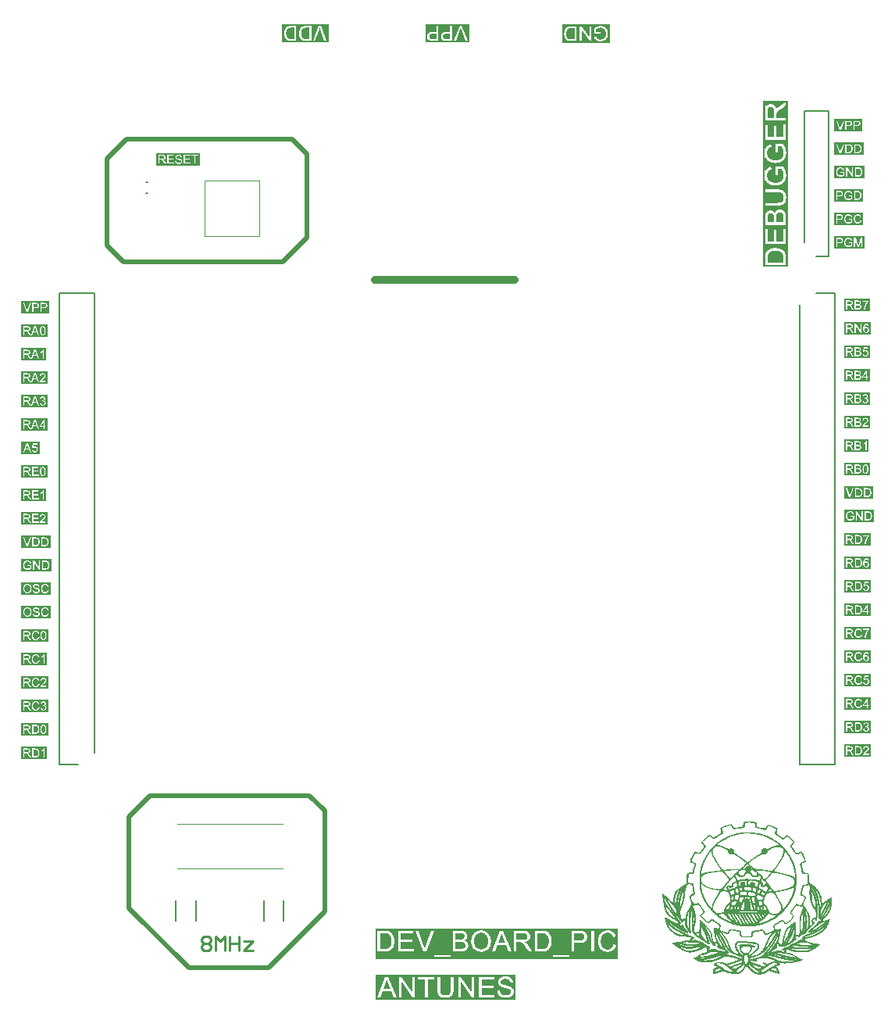
<source format=gto>
G04*
G04 #@! TF.GenerationSoftware,Altium Limited,Altium Designer,24.1.2 (44)*
G04*
G04 Layer_Color=65535*
%FSLAX44Y44*%
%MOMM*%
G71*
G04*
G04 #@! TF.SameCoordinates,A8F9B381-EDA8-4368-A6AD-9EAFAD04DD4A*
G04*
G04*
G04 #@! TF.FilePolarity,Positive*
G04*
G01*
G75*
%ADD10C,0.2000*%
%ADD11C,0.5000*%
%ADD12C,0.8128*%
%ADD13C,0.1000*%
%ADD14C,0.2540*%
G36*
X828508Y182927D02*
X828619Y182890D01*
X829635Y182835D01*
X829968Y182798D01*
X830264Y182761D01*
X830671Y182724D01*
X830855Y182687D01*
X831521Y182650D01*
X832150Y182613D01*
X832667Y182576D01*
X832963Y182539D01*
X833259Y182465D01*
X833462Y182410D01*
X833721Y182336D01*
X833980Y182299D01*
X834128Y182262D01*
X834405Y182206D01*
X834553Y182169D01*
X834756Y182040D01*
X834885Y181911D01*
X834922Y181837D01*
X835033Y181726D01*
X835070Y181652D01*
X835144Y181578D01*
X835181Y181504D01*
X835255Y181319D01*
X835329Y181023D01*
X835385Y180820D01*
X835422Y180635D01*
X835477Y180136D01*
X835551Y179618D01*
X835588Y179471D01*
X835625Y178731D01*
X835662Y178620D01*
X835717Y178195D01*
X835791Y177603D01*
X835828Y177123D01*
X835884Y176993D01*
X836013Y176864D01*
X836346Y176716D01*
X836605Y176642D01*
X837289Y176587D01*
X837585Y176550D01*
X837991Y176476D01*
X838139Y176439D01*
X838453Y176346D01*
X838601Y176309D01*
X838860Y176272D01*
X839396Y176217D01*
X839692Y176180D01*
X840062Y176143D01*
X840247Y176106D01*
X840542Y176032D01*
X840912Y175958D01*
X841134Y175921D01*
X841541Y175884D01*
X842650Y175847D01*
X843962Y175829D01*
X844073Y175866D01*
X844443Y175903D01*
X844554Y175940D01*
X844813Y175977D01*
X845016Y176143D01*
X845386Y176513D01*
X845497Y176882D01*
X845645Y177474D01*
X845682Y177696D01*
X845866Y178029D01*
X846125Y178361D01*
X846181Y178417D01*
X846255Y178454D01*
X846329Y178528D01*
X846403Y178565D01*
X846513Y178676D01*
X846587Y178713D01*
X846698Y178824D01*
X846772Y178860D01*
X847105Y179008D01*
X847253Y179045D01*
X848029Y179156D01*
X848917Y179119D01*
X849028Y179082D01*
X849416Y179027D01*
X849564Y178990D01*
X849970Y178805D01*
X850174Y178750D01*
X850544Y178713D01*
X851024Y178491D01*
X851172Y178454D01*
X851412Y178361D01*
X851782Y178214D01*
X851985Y178121D01*
X852170Y178047D01*
X852429Y177973D01*
X852780Y177844D01*
X852984Y177751D01*
X853501Y177566D01*
X853723Y177418D01*
X854167Y177308D01*
X854407Y177215D01*
X854537Y177160D01*
X855091Y176901D01*
X855331Y176808D01*
X855516Y176735D01*
X855978Y176531D01*
X856274Y176420D01*
X856533Y176235D01*
X857014Y175977D01*
X857236Y175829D01*
X857309Y175792D01*
X857513Y175625D01*
X857735Y175403D01*
X857809Y175219D01*
X857846Y175071D01*
X857883Y174738D01*
X857846Y174627D01*
X857790Y174424D01*
X857642Y174017D01*
X857605Y173869D01*
X857568Y173536D01*
X857531Y173351D01*
X857457Y173056D01*
X857402Y172852D01*
X857328Y172594D01*
X857217Y172150D01*
X857180Y171891D01*
X857143Y171521D01*
X857180Y170486D01*
X857254Y170301D01*
X857291Y170227D01*
X857605Y169765D01*
X858123Y169247D01*
X858197Y169211D01*
X858271Y169137D01*
X858345Y169100D01*
X858419Y169026D01*
X858493Y168989D01*
X858678Y168804D01*
X858751Y168767D01*
X858936Y168582D01*
X859010Y168545D01*
X859214Y168379D01*
X859343Y168286D01*
X859417Y168212D01*
X859491Y168175D01*
X860082Y167732D01*
X860286Y167565D01*
X860341Y167510D01*
X860415Y167473D01*
X860489Y167399D01*
X860563Y167362D01*
X861025Y167011D01*
X861469Y166715D01*
X861524Y166659D01*
X861857Y166475D01*
X861931Y166401D01*
X862005Y166364D01*
X862079Y166290D01*
X862412Y166105D01*
X862708Y165920D01*
X863040Y165735D01*
X864002Y165291D01*
X864334Y165328D01*
X864630Y165513D01*
X864871Y165606D01*
X865185Y165809D01*
X865647Y166160D01*
X865739Y166253D01*
X865813Y166290D01*
X866109Y166586D01*
X866183Y166623D01*
X866534Y166974D01*
X866571Y167048D01*
X866738Y167214D01*
X866812Y167251D01*
X866886Y167325D01*
X866959Y167362D01*
X867181Y167584D01*
X867255Y167621D01*
X867366Y167732D01*
X867440Y167769D01*
X867643Y167935D01*
X867921Y168101D01*
X868438Y168175D01*
X868549Y168138D01*
X868771Y168101D01*
X869178Y167880D01*
X869640Y167528D01*
X869843Y167399D01*
X870047Y167232D01*
X870176Y167140D01*
X870250Y167066D01*
X870324Y167029D01*
X870527Y166863D01*
X870731Y166659D01*
X870805Y166623D01*
X870879Y166549D01*
X870953Y166512D01*
X871211Y166253D01*
X871285Y166216D01*
X871359Y166142D01*
X871433Y166105D01*
X871637Y165938D01*
X871747Y165828D01*
X871784Y165754D01*
X871877Y165661D01*
X871951Y165624D01*
X872154Y165458D01*
X872505Y165107D01*
X872579Y165070D01*
X873689Y163960D01*
X873762Y163923D01*
X874003Y163683D01*
X874040Y163609D01*
X874594Y163055D01*
X874631Y162981D01*
X874909Y162703D01*
X874983Y162666D01*
X875112Y162537D01*
X875149Y162463D01*
X875223Y162389D01*
X875260Y162315D01*
X875630Y161945D01*
X875667Y161871D01*
X875741Y161798D01*
X875777Y161724D01*
X875851Y161650D01*
X875888Y161576D01*
X875999Y161465D01*
X876036Y161391D01*
X876184Y161243D01*
X876258Y161058D01*
X876332Y160799D01*
X876295Y160134D01*
X876055Y159782D01*
X875944Y159561D01*
X875851Y159357D01*
X875814Y159283D01*
X875630Y159024D01*
X875463Y158821D01*
X875297Y158655D01*
X875260Y158581D01*
X875186Y158507D01*
X875149Y158433D01*
X874483Y157767D01*
X874446Y157694D01*
X874317Y157564D01*
X874243Y157527D01*
X874151Y157435D01*
X874114Y157361D01*
X874003Y157250D01*
X873966Y157176D01*
X873873Y157084D01*
X873799Y157046D01*
X873689Y156936D01*
X873615Y156899D01*
X873559Y156843D01*
X873522Y156769D01*
X873411Y156510D01*
X873374Y156326D01*
X873411Y156215D01*
X873559Y155956D01*
X873818Y155697D01*
X873855Y155623D01*
X874114Y155290D01*
X874188Y155216D01*
X874225Y155142D01*
X874298Y155068D01*
X874335Y154994D01*
X874409Y154921D01*
X874446Y154847D01*
X874520Y154773D01*
X874557Y154699D01*
X874631Y154625D01*
X874668Y154551D01*
X874779Y154440D01*
X874816Y154366D01*
X874927Y154255D01*
X874964Y154181D01*
X875112Y153959D01*
X875149Y153885D01*
X875500Y153423D01*
X875648Y153201D01*
X875704Y153146D01*
X875999Y152591D01*
X876073Y152517D01*
X876110Y152443D01*
X876184Y152369D01*
X876221Y152296D01*
X876406Y151963D01*
X876591Y151704D01*
X876776Y151371D01*
X876961Y151075D01*
X876998Y151001D01*
X877145Y150780D01*
X877515Y150077D01*
X877774Y149670D01*
X877811Y149597D01*
X877885Y149522D01*
X877922Y149449D01*
X877996Y149375D01*
X878033Y149301D01*
X878310Y149023D01*
X878495Y148949D01*
X878865Y148912D01*
X879604Y148949D01*
X879715Y148986D01*
X880122Y149171D01*
X880307Y149245D01*
X880880Y149449D01*
X881286Y149633D01*
X881490Y149689D01*
X881730Y149744D01*
X881952Y149892D01*
X882155Y149985D01*
X882469Y150040D01*
X882654Y150114D01*
X883117Y150317D01*
X883357Y150373D01*
X883856Y150428D01*
X883967Y150391D01*
X884226Y150244D01*
X884281Y150188D01*
X884318Y150114D01*
X884558Y149763D01*
X884651Y149670D01*
X884688Y149597D01*
X884799Y149338D01*
X885058Y148857D01*
X885945Y147119D01*
X886204Y146565D01*
X886795Y145345D01*
X886851Y145141D01*
X887054Y144716D01*
X887202Y144346D01*
X887535Y143644D01*
X887664Y143293D01*
X887812Y142923D01*
X887905Y142719D01*
X888071Y142257D01*
X888163Y142054D01*
X888311Y141684D01*
X888681Y140538D01*
X888718Y140390D01*
X888736Y140002D01*
X888699Y139780D01*
X888515Y139484D01*
X888034Y139004D01*
X887960Y138967D01*
X887701Y138782D01*
X887627Y138745D01*
X887516Y138634D01*
X887442Y138597D01*
X886814Y138301D01*
X886573Y138246D01*
X886426Y138209D01*
X886241Y138172D01*
X886037Y138116D01*
X885742Y138042D01*
X885390Y137913D01*
X884984Y137654D01*
X884910Y137580D01*
X884836Y137322D01*
X884743Y137081D01*
X884706Y136933D01*
X884651Y136730D01*
X884614Y136582D01*
X884577Y136323D01*
X884540Y135843D01*
X884577Y134622D01*
X884614Y134511D01*
X884669Y134271D01*
X884706Y134049D01*
X884743Y133754D01*
X884780Y133569D01*
X884928Y132681D01*
X884965Y132534D01*
X885132Y131997D01*
X885279Y131184D01*
X885316Y131036D01*
X885372Y130833D01*
X885464Y130592D01*
X885575Y130223D01*
X885649Y129927D01*
X885705Y129687D01*
X885742Y129502D01*
X885797Y129298D01*
X885834Y129150D01*
X885927Y128725D01*
X886019Y128411D01*
X886074Y128060D01*
X886204Y127856D01*
X886333Y127727D01*
X886573Y127672D01*
X887572Y127561D01*
X887775Y127468D01*
X888293Y127394D01*
X888588Y127320D01*
X888958Y127283D01*
X889106Y127246D01*
X889383Y127191D01*
X889587Y127135D01*
X889772Y127062D01*
X890068Y126988D01*
X890308Y126932D01*
X890493Y126858D01*
X890714Y126747D01*
X890918Y126618D01*
X891121Y126452D01*
X891251Y126359D01*
X891491Y126119D01*
X891528Y126045D01*
X891694Y125841D01*
X891824Y125712D01*
X891898Y125453D01*
X891990Y125065D01*
X892046Y124862D01*
X892120Y124603D01*
X892193Y124159D01*
X892230Y124011D01*
X892267Y123531D01*
X892304Y122939D01*
X892341Y122237D01*
X892378Y116986D01*
X892619Y116635D01*
X892840Y116487D01*
X893173Y116302D01*
X893247Y116229D01*
X893321Y116192D01*
X893432Y116081D01*
X893839Y115859D01*
X893913Y115785D01*
X893987Y115748D01*
X894061Y115674D01*
X894467Y115452D01*
X894818Y115212D01*
X894874Y115156D01*
X894948Y115119D01*
X895170Y114971D01*
X895244Y114934D01*
X895576Y114676D01*
X895909Y114491D01*
X896242Y114232D01*
X896316Y114158D01*
X896575Y114010D01*
X896907Y113751D01*
X897018Y113640D01*
X897092Y113603D01*
X897203Y113492D01*
X897277Y113455D01*
X897739Y113104D01*
X897943Y112901D01*
X898017Y112864D01*
X898128Y112753D01*
X898202Y112716D01*
X898608Y112309D01*
X898682Y112272D01*
X898885Y112106D01*
X899052Y111903D01*
X899237Y111718D01*
X899311Y111681D01*
X899588Y111404D01*
X899625Y111330D01*
X900106Y110849D01*
X900143Y110775D01*
X900623Y110294D01*
X900660Y110220D01*
X900771Y110110D01*
X900919Y109851D01*
X901030Y109740D01*
X901067Y109666D01*
X901215Y109518D01*
X901252Y109444D01*
X901363Y109333D01*
X901400Y109259D01*
X901751Y108797D01*
X901806Y108742D01*
X901843Y108667D01*
X902028Y108372D01*
X902176Y108113D01*
X902250Y108039D01*
X902435Y107706D01*
X902509Y107632D01*
X902546Y107558D01*
X902805Y107152D01*
X903100Y106597D01*
X904099Y104637D01*
X904284Y104342D01*
X904321Y104194D01*
X904838Y103196D01*
X904986Y102863D01*
X905393Y102086D01*
X905504Y101828D01*
X905651Y101310D01*
X905762Y100866D01*
X905799Y100607D01*
X905836Y100460D01*
X905873Y99646D01*
X905910Y99165D01*
X905947Y99018D01*
X905984Y97539D01*
X906040Y96374D01*
X906077Y95967D01*
X906151Y95561D01*
X906188Y95413D01*
X906373Y95117D01*
X906520Y94969D01*
X906705Y94895D01*
X907260Y94932D01*
X907519Y95080D01*
X907703Y95191D01*
X907962Y95265D01*
X908203Y95357D01*
X908572Y95505D01*
X908628Y95561D01*
X908702Y95598D01*
X908905Y95764D01*
X909090Y95949D01*
X909127Y96023D01*
X909256Y96152D01*
X909330Y96189D01*
X909441Y96300D01*
X909515Y96337D01*
X909589Y96411D01*
X909663Y96448D01*
X909959Y96744D01*
X910033Y96781D01*
X910107Y96855D01*
X910181Y96892D01*
X910440Y97150D01*
X910513Y97188D01*
X910772Y97446D01*
X910846Y97483D01*
X911179Y97742D01*
X911253Y97816D01*
X911327Y97853D01*
X911401Y97927D01*
X911475Y97964D01*
X911807Y98223D01*
X911918Y98334D01*
X911992Y98371D01*
X912732Y98888D01*
X913065Y99073D01*
X913249Y99258D01*
X913730Y99517D01*
X913841Y99628D01*
X913915Y99665D01*
X913989Y99739D01*
X914617Y100071D01*
X914691Y100145D01*
X915764Y100663D01*
X916004Y100755D01*
X916281Y100774D01*
X916448Y100644D01*
X916485Y100570D01*
X916596Y100312D01*
X916632Y100164D01*
X916669Y99905D01*
X916725Y97742D01*
X916743Y97391D01*
X916706Y97280D01*
X916669Y95801D01*
X916632Y95690D01*
X916577Y94969D01*
X916540Y94599D01*
X916503Y93897D01*
X916466Y93231D01*
X916429Y92788D01*
X916355Y92122D01*
X916318Y91678D01*
X916281Y91383D01*
X916207Y90939D01*
X916133Y90458D01*
X916078Y89959D01*
X916041Y89700D01*
X916004Y89553D01*
X915874Y89201D01*
X915801Y88905D01*
X915764Y88684D01*
X915727Y88499D01*
X915690Y88351D01*
X915579Y88055D01*
X915486Y87852D01*
X915338Y87482D01*
X915209Y87131D01*
X915135Y86946D01*
X914932Y86558D01*
X914802Y86207D01*
X914710Y86077D01*
X914266Y85227D01*
X914007Y84746D01*
X913822Y84413D01*
X913601Y84007D01*
X913490Y83896D01*
X913453Y83822D01*
X913379Y83748D01*
X913342Y83674D01*
X913120Y83267D01*
X913046Y83193D01*
X913009Y83119D01*
X912935Y83045D01*
X912676Y82565D01*
X912565Y82454D01*
X912529Y82380D01*
X912159Y81862D01*
X912122Y81788D01*
X912011Y81677D01*
X911974Y81603D01*
X911863Y81493D01*
X911826Y81419D01*
X911752Y81345D01*
X911715Y81271D01*
X911456Y80938D01*
X911105Y80476D01*
X910828Y80198D01*
X910791Y80125D01*
X910587Y79921D01*
X910513Y79884D01*
X910421Y79792D01*
X910384Y79718D01*
X910310Y79644D01*
X910273Y79570D01*
X909700Y78997D01*
X909626Y78960D01*
X909515Y78849D01*
X909441Y78812D01*
X909072Y78553D01*
X908997Y78516D01*
X908702Y78331D01*
X908628Y78294D01*
X908554Y78220D01*
X908480Y78183D01*
X908258Y78035D01*
X908184Y77998D01*
X908110Y77925D01*
X908036Y77888D01*
X907574Y77425D01*
X907537Y77351D01*
X907389Y77130D01*
X907278Y76871D01*
X907241Y76501D01*
X907204Y76353D01*
X907241Y75762D01*
X907389Y75503D01*
X907593Y75410D01*
X907740Y75374D01*
X908628Y75410D01*
X908739Y75447D01*
X908942Y75503D01*
X909090Y75540D01*
X909293Y75595D01*
X910255Y75928D01*
X910587Y76076D01*
X910828Y76131D01*
X911124Y76242D01*
X911549Y76446D01*
X911733Y76520D01*
X912251Y76741D01*
X912732Y76963D01*
X912972Y77056D01*
X913249Y77222D01*
X913397Y77259D01*
X913638Y77351D01*
X913952Y77481D01*
X914211Y77555D01*
X914544Y77518D01*
X914673Y77389D01*
X914747Y77130D01*
X914710Y76612D01*
X914673Y76501D01*
X914617Y76261D01*
X914562Y76058D01*
X914433Y75706D01*
X914396Y75558D01*
X914340Y75355D01*
X914303Y75207D01*
X914248Y74930D01*
X914174Y74745D01*
X914118Y74689D01*
X914044Y74505D01*
X913989Y74264D01*
X913952Y74116D01*
X913878Y73931D01*
X913785Y73728D01*
X913712Y73543D01*
X913638Y73285D01*
X913508Y72933D01*
X913305Y72508D01*
X913194Y72064D01*
X912972Y71584D01*
X912880Y71343D01*
X912806Y71159D01*
X912676Y70844D01*
X911752Y69033D01*
X911567Y68700D01*
X911382Y68441D01*
X911345Y68367D01*
X911161Y68108D01*
X911124Y68034D01*
X911049Y67960D01*
X911013Y67887D01*
X910939Y67812D01*
X910902Y67739D01*
X910828Y67665D01*
X910791Y67591D01*
X910440Y67129D01*
X910310Y66999D01*
X910292Y66944D01*
X910218Y66907D01*
X910125Y66814D01*
X910088Y66740D01*
X910014Y66666D01*
X909977Y66592D01*
X909811Y66352D01*
X909737Y66315D01*
X909626Y66204D01*
X909552Y66167D01*
X909423Y66038D01*
X909386Y65964D01*
X909182Y65687D01*
X909109Y65650D01*
X908961Y65502D01*
X908905Y65483D01*
X908887Y65428D01*
X908831Y65409D01*
X908794Y65335D01*
X908572Y65114D01*
X908554Y65058D01*
X908480Y65021D01*
X908332Y64873D01*
X908258Y64836D01*
X907740Y64319D01*
X907666Y64282D01*
X907500Y64115D01*
X907463Y64041D01*
X907371Y63949D01*
X907297Y63912D01*
X906946Y63672D01*
X906742Y63468D01*
X906336Y63246D01*
X906077Y62988D01*
X906003Y62951D01*
X905929Y62877D01*
X905855Y62840D01*
X905393Y62525D01*
X905263Y62433D01*
X904967Y62248D01*
X904820Y62211D01*
X904709Y62100D01*
X904635Y62063D01*
X904561Y61989D01*
X904487Y61952D01*
X904154Y61768D01*
X903895Y61583D01*
X903267Y61250D01*
X902601Y60880D01*
X902342Y60695D01*
X902158Y60621D01*
X901917Y60529D01*
X901788Y60437D01*
X901566Y60289D01*
X901215Y60159D01*
X901011Y60067D01*
X900679Y59882D01*
X899976Y59549D01*
X899348Y59253D01*
X898996Y59124D01*
X898941Y59068D01*
X898608Y58921D01*
X898368Y58828D01*
X898183Y58754D01*
X897869Y58625D01*
X897628Y58532D01*
X897259Y58384D01*
X896852Y58237D01*
X896168Y57996D01*
X895946Y57848D01*
X895706Y57793D01*
X895558Y57756D01*
X895040Y57571D01*
X894800Y57479D01*
X894541Y57405D01*
X894338Y57349D01*
X894190Y57312D01*
X893820Y57164D01*
X893376Y57053D01*
X893192Y56979D01*
X893025Y56924D01*
X892877Y56887D01*
X892582Y56850D01*
X892397Y56776D01*
X892101Y56702D01*
X891861Y56647D01*
X891676Y56610D01*
X891084Y56462D01*
X890862Y56425D01*
X890456Y56351D01*
X890271Y56314D01*
X889531Y56203D01*
X889162Y56129D01*
X888570Y55981D01*
X888385Y55907D01*
X888330Y55852D01*
X888256Y55815D01*
X888163Y55722D01*
X888089Y55538D01*
X888016Y55242D01*
X888052Y54983D01*
X888219Y54780D01*
X888699Y54299D01*
X888773Y54262D01*
X889106Y54003D01*
X889864Y53504D01*
X890308Y53282D01*
X890530Y53134D01*
X890844Y53005D01*
X891398Y52746D01*
X891583Y52672D01*
X891824Y52580D01*
X892434Y52302D01*
X892766Y52154D01*
X893044Y52099D01*
X893229Y52025D01*
X893506Y51859D01*
X893783Y51803D01*
X893931Y51766D01*
X894171Y51674D01*
X894375Y51618D01*
X894966Y51470D01*
X895281Y51378D01*
X895650Y51267D01*
X895946Y51230D01*
X896353Y51045D01*
X896907Y51008D01*
X897018Y50971D01*
X897296Y50916D01*
X897591Y50842D01*
X897795Y50786D01*
X897943Y50750D01*
X898460Y50676D01*
X899015Y50639D01*
X899126Y50602D01*
X899606Y50565D01*
X900420Y50491D01*
X900679Y50454D01*
X901825Y50380D01*
X901936Y50343D01*
X903304Y50306D01*
X903747Y50269D01*
X903932Y50158D01*
X904025Y50066D01*
X903988Y49881D01*
X903304Y49197D01*
X903230Y49160D01*
X903119Y49049D01*
X903045Y49012D01*
X902860Y48790D01*
X902675Y48605D01*
X902601Y48568D01*
X902472Y48439D01*
X902435Y48365D01*
X902324Y48254D01*
X902287Y48180D01*
X902195Y48088D01*
X902121Y48051D01*
X902047Y47977D01*
X901973Y47940D01*
X901806Y47773D01*
X901769Y47699D01*
X901566Y47496D01*
X901492Y47459D01*
X901159Y47200D01*
X900938Y46978D01*
X900863Y46941D01*
X900660Y46775D01*
X900531Y46683D01*
X900401Y46553D01*
X900383Y46498D01*
X900309Y46461D01*
X900013Y46276D01*
X899939Y46239D01*
X899422Y45869D01*
X899348Y45832D01*
X898996Y45592D01*
X898830Y45426D01*
X898275Y45130D01*
X898054Y44982D01*
X897647Y44760D01*
X897573Y44686D01*
X897499Y44649D01*
X896870Y44316D01*
X896612Y44131D01*
X896279Y43983D01*
X896205Y43946D01*
X895946Y43762D01*
X895872Y43725D01*
X895391Y43503D01*
X894911Y43244D01*
X894504Y43059D01*
X893950Y42763D01*
X893691Y42653D01*
X893450Y42560D01*
X893062Y42283D01*
X892674Y42190D01*
X892138Y41950D01*
X891657Y41802D01*
X890918Y41580D01*
X890659Y41543D01*
X890363Y41469D01*
X889994Y41432D01*
X889531Y41377D01*
X888644Y41303D01*
X888052Y41266D01*
X886241Y41229D01*
X882673Y41211D01*
X882562Y41248D01*
X879974Y41284D01*
X879863Y41322D01*
X878902Y41358D01*
X878791Y41395D01*
X877571Y41432D01*
X877460Y41469D01*
X876961Y41525D01*
X876554Y41562D01*
X876369Y41599D01*
X876184Y41673D01*
X876036Y41710D01*
X875851Y41747D01*
X875500Y41802D01*
X875389Y41839D01*
X875186Y41895D01*
X874890Y41968D01*
X874483Y42116D01*
X874077Y42301D01*
X873873Y42357D01*
X873726Y42394D01*
X873541Y42468D01*
X873319Y42615D01*
X873060Y42689D01*
X872912Y42726D01*
X872672Y42819D01*
X872357Y42948D01*
X872173Y43022D01*
X871969Y43078D01*
X871341Y43299D01*
X871137Y43392D01*
X870934Y43447D01*
X870786Y43484D01*
X870490Y43595D01*
X870121Y43669D01*
X869936Y43743D01*
X869622Y43873D01*
X869474Y43910D01*
X868901Y43965D01*
X868753Y44002D01*
X868549Y44057D01*
X868069Y44021D01*
X867828Y43854D01*
X867680Y43484D01*
X867606Y43226D01*
X867570Y42967D01*
X867533Y42819D01*
X867495Y42338D01*
X867533Y42227D01*
X867570Y41747D01*
X867643Y41562D01*
X867791Y41303D01*
X867921Y41174D01*
X868512Y40989D01*
X868771Y40952D01*
X869455Y40896D01*
X869677Y40859D01*
X869862Y40822D01*
X870361Y40767D01*
X870583Y40730D01*
X870768Y40656D01*
X870916Y40619D01*
X871156Y40564D01*
X871784Y40342D01*
X871932Y40305D01*
X872173Y40212D01*
X872357Y40138D01*
X872838Y39917D01*
X873300Y39750D01*
X873356Y39695D01*
X874872Y38918D01*
X876203Y38216D01*
X876277Y38142D01*
X876350Y38105D01*
X876757Y37883D01*
X877109Y37643D01*
X877811Y37236D01*
X878014Y37107D01*
X878273Y36922D01*
X878347Y36885D01*
X878643Y36700D01*
X878791Y36663D01*
X879050Y36478D01*
X879271Y36330D01*
X879345Y36293D01*
X879752Y36034D01*
X879826Y35997D01*
X880381Y35702D01*
X880676Y35517D01*
X880750Y35480D01*
X881009Y35332D01*
X881379Y35110D01*
X881619Y35018D01*
X881804Y34944D01*
X881897Y34851D01*
X881970Y34814D01*
X882044Y34740D01*
X882414Y34592D01*
X883117Y34260D01*
X883375Y34149D01*
X883745Y34001D01*
X883893Y33964D01*
X884152Y33890D01*
X884300Y33853D01*
X884651Y33798D01*
X884836Y33724D01*
X884965Y33631D01*
X885058Y33539D01*
X885132Y33354D01*
X885095Y33132D01*
X884836Y32799D01*
X884632Y32596D01*
X884374Y32448D01*
X884300Y32374D01*
X884226Y32337D01*
X884041Y32226D01*
X883246Y31949D01*
X883098Y31912D01*
X882913Y31875D01*
X882691Y31838D01*
X882543Y31801D01*
X882100Y31727D01*
X881786Y31598D01*
X881638Y31561D01*
X881231Y31524D01*
X881120Y31487D01*
X880972Y31450D01*
X880233Y31228D01*
X879974Y31154D01*
X879734Y31098D01*
X879253Y31025D01*
X878865Y30858D01*
X878495Y30821D01*
X877903Y30673D01*
X877663Y30618D01*
X877072Y30470D01*
X876887Y30433D01*
X876591Y30396D01*
X876369Y30359D01*
X875981Y30193D01*
X875463Y30156D01*
X875352Y30119D01*
X874927Y30063D01*
X874483Y29989D01*
X874298Y29952D01*
X874151Y29915D01*
X873929Y29878D01*
X873633Y29841D01*
X873448Y29804D01*
X873300Y29767D01*
X872894Y29731D01*
X872062Y29638D01*
X871914Y29601D01*
X871562Y29546D01*
X871119Y29472D01*
X870786Y29435D01*
X870490Y29398D01*
X869751Y29361D01*
X869270Y29324D01*
X868383Y29250D01*
X867570Y29213D01*
X865185Y29194D01*
X865074Y29231D01*
X863669Y29342D01*
X863299Y29379D01*
X862763Y29472D01*
X862578Y29509D01*
X862134Y29583D01*
X861931Y29638D01*
X861487Y29712D01*
X861340Y29749D01*
X860914Y29841D01*
X860767Y29878D01*
X860582Y29952D01*
X860193Y30119D01*
X859935Y30156D01*
X859713Y30119D01*
X859546Y29989D01*
X859583Y29767D01*
X859657Y29694D01*
X859694Y29620D01*
X860175Y29139D01*
X860212Y29065D01*
X860397Y28806D01*
X860434Y28732D01*
X860508Y28658D01*
X860545Y28584D01*
X860803Y28215D01*
X860877Y28030D01*
X860840Y27771D01*
X860637Y27568D01*
X860378Y27457D01*
X860027Y27327D01*
X859639Y27161D01*
X859491Y27124D01*
X859140Y26995D01*
X858936Y26939D01*
X858696Y26884D01*
X858548Y26847D01*
X857993Y26625D01*
X857790Y26569D01*
X857494Y26495D01*
X857236Y26421D01*
X857051Y26347D01*
X856792Y26274D01*
X856644Y26237D01*
X856459Y26163D01*
X856367Y26070D01*
X856404Y25774D01*
X856496Y25645D01*
X856570Y25608D01*
X856829Y25460D01*
X857420Y25017D01*
X857809Y24628D01*
X857846Y24554D01*
X858215Y24037D01*
X858363Y23778D01*
X858548Y23519D01*
X858604Y23316D01*
X858678Y23131D01*
X858955Y22595D01*
X859103Y22262D01*
X859177Y22077D01*
X859214Y21929D01*
X859380Y21467D01*
X859435Y21412D01*
X859583Y21042D01*
X859713Y20691D01*
X859861Y20099D01*
X859953Y19859D01*
X860008Y19618D01*
X860082Y19249D01*
X860119Y19027D01*
X860138Y18380D01*
X860101Y18269D01*
X860064Y18121D01*
X859935Y17955D01*
X859676Y17881D01*
X859232Y17918D01*
X859121Y17955D01*
X858678Y18029D01*
X858419Y18066D01*
X858178Y18121D01*
X858030Y18158D01*
X857846Y18232D01*
X857605Y18324D01*
X857309Y18398D01*
X857069Y18454D01*
X856626Y18565D01*
X856163Y18768D01*
X855738Y18860D01*
X855553Y18934D01*
X854592Y19267D01*
X854296Y19378D01*
X854093Y19434D01*
X853945Y19470D01*
X853723Y19507D01*
X853427Y19692D01*
X853169Y19766D01*
X852928Y19822D01*
X852614Y19951D01*
X852374Y20044D01*
X852078Y20155D01*
X851449Y20376D01*
X851209Y20469D01*
X850747Y20635D01*
X850562Y20709D01*
X849767Y20949D01*
X849416Y21079D01*
X849028Y21245D01*
X848880Y21282D01*
X848639Y21301D01*
X848418Y21264D01*
X848233Y21190D01*
X848029Y21060D01*
X847937Y21005D01*
X847900Y20931D01*
X847770Y20838D01*
X847438Y20654D01*
X847234Y20487D01*
X847068Y20321D01*
X846994Y20284D01*
X846643Y20044D01*
X846513Y19914D01*
X846440Y19877D01*
X846292Y19729D01*
X846218Y19692D01*
X845922Y19507D01*
X845848Y19470D01*
X845774Y19397D01*
X845700Y19360D01*
X845589Y19249D01*
X845515Y19212D01*
X845108Y18990D01*
X844850Y18805D01*
X844702Y18768D01*
X844295Y18546D01*
X843888Y18361D01*
X843260Y18066D01*
X842909Y17936D01*
X842613Y17825D01*
X842428Y17751D01*
X842280Y17714D01*
X841966Y17622D01*
X841725Y17566D01*
X841541Y17529D01*
X841337Y17474D01*
X841097Y17419D01*
X840653Y17345D01*
X840358Y17308D01*
X839914Y17234D01*
X839581Y17197D01*
X838952Y17160D01*
X838158Y17141D01*
X838047Y17178D01*
X836845Y17234D01*
X836512Y17271D01*
X836291Y17308D01*
X835995Y17345D01*
X835810Y17382D01*
X835514Y17456D01*
X835329Y17493D01*
X835033Y17566D01*
X834848Y17603D01*
X834701Y17640D01*
X834497Y17696D01*
X834239Y17770D01*
X834091Y17807D01*
X833869Y17844D01*
X833388Y18066D01*
X833240Y18103D01*
X832907Y18287D01*
X832649Y18435D01*
X832186Y18750D01*
X831817Y18971D01*
X831613Y19101D01*
X831318Y19397D01*
X831244Y19434D01*
X831170Y19507D01*
X831096Y19545D01*
X830874Y19692D01*
X830855Y19711D01*
X830763Y19803D01*
X830689Y19840D01*
X830135Y20395D01*
X830061Y20432D01*
X829987Y20506D01*
X829913Y20543D01*
X829746Y20709D01*
X829709Y20783D01*
X829617Y20875D01*
X829543Y20912D01*
X828619Y21837D01*
X828563Y21855D01*
X828545Y21911D01*
X828471Y21948D01*
X828212Y22206D01*
X828138Y22243D01*
X828008Y22373D01*
X827971Y22447D01*
X827842Y22576D01*
X827768Y22613D01*
X827288Y23094D01*
X827214Y23131D01*
X827103Y23242D01*
X827047Y23260D01*
X827010Y23334D01*
X826770Y23575D01*
X826696Y23612D01*
X826493Y23778D01*
X826178Y24092D01*
X826104Y24129D01*
X825901Y24295D01*
X825550Y24647D01*
X825476Y24684D01*
X825125Y24924D01*
X824921Y25127D01*
X824847Y25164D01*
X824773Y25238D01*
X824699Y25275D01*
X824625Y25349D01*
X824552Y25386D01*
X824293Y25534D01*
X824071Y25682D01*
X823812Y25756D01*
X823553Y25719D01*
X823313Y25479D01*
X823276Y25405D01*
X822869Y24998D01*
X822832Y24924D01*
X822592Y24573D01*
X822463Y24443D01*
X822352Y24185D01*
X822296Y23796D01*
X822222Y23612D01*
X822056Y23445D01*
X822019Y23371D01*
X821705Y22909D01*
X821649Y22854D01*
X821612Y22780D01*
X820799Y21633D01*
X820762Y21560D01*
X820577Y21301D01*
X820540Y21227D01*
X820189Y20765D01*
X820133Y20709D01*
X820096Y20635D01*
X819837Y20302D01*
X819764Y20229D01*
X819727Y20155D01*
X819616Y20044D01*
X819579Y19970D01*
X819505Y19896D01*
X819468Y19822D01*
X819394Y19748D01*
X819357Y19674D01*
X819228Y19581D01*
X819043Y19397D01*
X818987Y19378D01*
X818950Y19304D01*
X818747Y19101D01*
X818673Y19064D01*
X818377Y18879D01*
X818303Y18842D01*
X818044Y18657D01*
X817970Y18620D01*
X817564Y18435D01*
X817323Y18380D01*
X816880Y18269D01*
X816584Y18158D01*
X816436Y18121D01*
X816214Y18084D01*
X815881Y18047D01*
X815142Y17973D01*
X814550Y17899D01*
X813959Y17862D01*
X813663Y17825D01*
X812924Y17788D01*
X811759Y17770D01*
X811648Y17807D01*
X810280Y17844D01*
X810169Y17881D01*
X809596Y17936D01*
X809005Y17973D01*
X808709Y18010D01*
X808376Y18047D01*
X808154Y18084D01*
X808006Y18121D01*
X807341Y18195D01*
X807193Y18232D01*
X807008Y18269D01*
X806564Y18380D01*
X806121Y18454D01*
X805529Y18602D01*
X805233Y18713D01*
X805085Y18750D01*
X804716Y18823D01*
X804069Y19027D01*
X803495Y19230D01*
X803126Y19378D01*
X802959Y19434D01*
X802812Y19470D01*
X802608Y19526D01*
X802386Y19674D01*
X802146Y19766D01*
X801832Y19822D01*
X801462Y19970D01*
X800815Y20173D01*
X800519Y20247D01*
X800260Y20284D01*
X800113Y20321D01*
X799595Y20358D01*
X799484Y20395D01*
X799170Y20413D01*
X798578Y20376D01*
X798098Y20302D01*
X797876Y20265D01*
X797506Y20192D01*
X797358Y20155D01*
X796914Y20081D01*
X796730Y20007D01*
X796489Y19914D01*
X796175Y19859D01*
X796027Y19822D01*
X795602Y19692D01*
X795454Y19655D01*
X794770Y19415D01*
X794456Y19323D01*
X794308Y19286D01*
X794067Y19230D01*
X793790Y19064D01*
X793587Y19008D01*
X793402Y18971D01*
X792552Y18676D01*
X792182Y18528D01*
X791535Y18324D01*
X791294Y18269D01*
X791165Y18213D01*
X790906Y18066D01*
X790648Y17992D01*
X790407Y17936D01*
X790001Y17788D01*
X789797Y17733D01*
X789427Y17622D01*
X789132Y17548D01*
X788873Y17511D01*
X788429Y17548D01*
X788226Y17714D01*
X788041Y17973D01*
X787967Y18269D01*
X787930Y20192D01*
X787967Y21929D01*
X788004Y22040D01*
X788041Y22262D01*
X788152Y22521D01*
X788226Y22817D01*
X788300Y23001D01*
X788337Y23075D01*
X788503Y23279D01*
X788577Y23316D01*
X788836Y23575D01*
X788910Y23612D01*
X789464Y23907D01*
X789760Y24092D01*
X790019Y24203D01*
X790426Y24425D01*
X791054Y24758D01*
X791128Y24832D01*
X791202Y24869D01*
X791609Y25090D01*
X791812Y25257D01*
X791960Y25589D01*
X791923Y25811D01*
X791757Y26015D01*
X791128Y26347D01*
X791054Y26421D01*
X790869Y26495D01*
X790666Y26551D01*
X790518Y26588D01*
X789871Y26902D01*
X789631Y26995D01*
X789446Y27068D01*
X788910Y27383D01*
X788743Y27512D01*
X788706Y27586D01*
X788596Y27845D01*
X788632Y28289D01*
X788817Y28621D01*
X789095Y28899D01*
X789169Y28936D01*
X789649Y29268D01*
X789723Y29305D01*
X789797Y29379D01*
X789871Y29416D01*
X790093Y29564D01*
X790278Y29638D01*
X790352Y29675D01*
X790611Y29823D01*
X791165Y30119D01*
X791239Y30193D01*
X791535Y30267D01*
X791775Y30322D01*
X791942Y30378D01*
X792237Y30452D01*
X792496Y30488D01*
X792644Y30525D01*
X792958Y30581D01*
X793180Y30618D01*
X793679Y30673D01*
X794160Y30710D01*
X795417Y30747D01*
X796970Y30710D01*
X797081Y30673D01*
X797561Y30636D01*
X797672Y30599D01*
X798135Y30544D01*
X798467Y30507D01*
X798689Y30470D01*
X799059Y30396D01*
X799355Y30359D01*
X799539Y30285D01*
X800002Y30082D01*
X800242Y29989D01*
X800519Y29823D01*
X800593Y29786D01*
X800852Y29601D01*
X800926Y29564D01*
X801148Y29416D01*
X801370Y29379D01*
X801480Y29342D01*
X801832Y29287D01*
X802017Y29250D01*
X802497Y29176D01*
X803884Y29157D01*
X803995Y29194D01*
X804346Y29250D01*
X804494Y29287D01*
X804679Y29324D01*
X804974Y29398D01*
X805270Y29583D01*
X805344Y29657D01*
X805381Y29731D01*
X805511Y29860D01*
X806213Y30193D01*
X806472Y30230D01*
X807008Y30285D01*
X807452Y30359D01*
X807932Y30433D01*
X808228Y30544D01*
X808376Y30581D01*
X808561Y30618D01*
X808709Y30655D01*
X809023Y30747D01*
X809263Y30840D01*
X809411Y30877D01*
X809651Y30969D01*
X810335Y31209D01*
X810483Y31246D01*
X810668Y31283D01*
X810853Y31357D01*
X811315Y31561D01*
X811556Y31653D01*
X811740Y31727D01*
X811981Y31820D01*
X812166Y31893D01*
X812572Y32078D01*
X812757Y32152D01*
X812961Y32208D01*
X813145Y32282D01*
X813349Y32374D01*
X813534Y32448D01*
X813737Y32503D01*
X814033Y32614D01*
X814162Y32670D01*
X814569Y32855D01*
X814717Y32892D01*
X814957Y32984D01*
X815087Y33077D01*
X815179Y33169D01*
X815216Y33317D01*
X815179Y33465D01*
X815087Y33594D01*
X815013Y33631D01*
X814680Y33779D01*
X814439Y33872D01*
X814014Y34075D01*
X813829Y34149D01*
X813571Y34223D01*
X813275Y34297D01*
X813035Y34389D01*
X812665Y34537D01*
X812350Y34629D01*
X812203Y34666D01*
X811777Y34759D01*
X811593Y34833D01*
X811278Y34962D01*
X811038Y35018D01*
X810835Y35073D01*
X810687Y35110D01*
X810483Y35166D01*
X810335Y35203D01*
X810095Y35295D01*
X809504Y35443D01*
X809263Y35498D01*
X808968Y35572D01*
X808764Y35628D01*
X808616Y35665D01*
X808265Y35720D01*
X807951Y35812D01*
X807692Y35849D01*
X807415Y35905D01*
X807211Y35960D01*
X806768Y36071D01*
X806509Y36108D01*
X806361Y36145D01*
X806010Y36201D01*
X805640Y36238D01*
X805455Y36275D01*
X805141Y36367D01*
X804993Y36404D01*
X804143Y36441D01*
X804032Y36478D01*
X802775Y36515D01*
X801370Y36478D01*
X801259Y36441D01*
X800944Y36386D01*
X800538Y36238D01*
X800223Y36108D01*
X800076Y36071D01*
X799798Y36016D01*
X799613Y35942D01*
X799558Y35886D01*
X799484Y35849D01*
X799225Y35739D01*
X799040Y35665D01*
X798708Y35517D01*
X798153Y35221D01*
X798079Y35147D01*
X797395Y34907D01*
X797340Y34851D01*
X797266Y34814D01*
X797044Y34666D01*
X796341Y34334D01*
X795787Y34038D01*
X794197Y33261D01*
X793642Y33003D01*
X793439Y32947D01*
X793254Y32873D01*
X792866Y32707D01*
X792718Y32670D01*
X792200Y32596D01*
X791812Y32503D01*
X791498Y32374D01*
X791313Y32300D01*
X790943Y32189D01*
X790703Y32097D01*
X790574Y32041D01*
X790093Y31820D01*
X789853Y31727D01*
X789427Y31524D01*
X789058Y31413D01*
X788873Y31339D01*
X788632Y31246D01*
X788429Y31191D01*
X788059Y31080D01*
X787801Y31043D01*
X787431Y31006D01*
X787320Y30969D01*
X786433Y30858D01*
X786174Y30821D01*
X784806Y30747D01*
X783660Y30710D01*
X783290Y30673D01*
X781034Y30636D01*
X779315Y30618D01*
X776542Y30655D01*
X775581Y30729D01*
X775211Y30766D01*
X774915Y30803D01*
X774694Y30840D01*
X774250Y30877D01*
X774065Y30951D01*
X773825Y31043D01*
X773677Y31080D01*
X773437Y31135D01*
X772919Y31320D01*
X772734Y31394D01*
X772420Y31561D01*
X772087Y31709D01*
X771163Y32189D01*
X770608Y32485D01*
X769906Y32855D01*
X769684Y33003D01*
X768907Y33409D01*
X768501Y33631D01*
X768427Y33705D01*
X768353Y33742D01*
X768279Y33816D01*
X768205Y33853D01*
X767798Y34075D01*
X767281Y34444D01*
X767207Y34481D01*
X767003Y34648D01*
X766855Y34796D01*
X766781Y35018D01*
X766929Y35276D01*
X766985Y35332D01*
X767355Y35480D01*
X767558Y35535D01*
X767743Y35609D01*
X768057Y35702D01*
X768205Y35739D01*
X768408Y35794D01*
X768704Y35868D01*
X768889Y35905D01*
X769037Y35942D01*
X769518Y36127D01*
X770072Y36349D01*
X770571Y36626D01*
X771200Y36959D01*
X771459Y37218D01*
X771533Y37255D01*
X771607Y37328D01*
X771680Y37365D01*
X772087Y37772D01*
X772161Y37809D01*
X772494Y38142D01*
X772568Y38179D01*
X772679Y38290D01*
X772753Y38327D01*
X772827Y38401D01*
X772900Y38438D01*
X773011Y38549D01*
X773085Y38586D01*
X773196Y38696D01*
X773270Y38733D01*
X773344Y38807D01*
X773418Y38844D01*
X773973Y39140D01*
X774084Y39251D01*
X774934Y39658D01*
X775119Y39732D01*
X775359Y39824D01*
X775544Y39898D01*
X776043Y40101D01*
X776228Y40175D01*
X776468Y40231D01*
X776653Y40268D01*
X776967Y40360D01*
X777115Y40397D01*
X777541Y40453D01*
X777947Y40601D01*
X778095Y40637D01*
X778465Y40711D01*
X778761Y40748D01*
X778909Y40785D01*
X779093Y40859D01*
X779556Y41063D01*
X779704Y41100D01*
X780184Y41358D01*
X780387Y41525D01*
X780443Y41580D01*
X780517Y41617D01*
X780776Y41802D01*
X780942Y41968D01*
X780979Y42042D01*
X781053Y42116D01*
X781090Y42190D01*
X781275Y42449D01*
X781460Y42856D01*
X781515Y43096D01*
X781571Y43299D01*
X781589Y44021D01*
X781552Y44501D01*
X781515Y44797D01*
X781478Y44982D01*
X781441Y45130D01*
X781071Y45758D01*
X780979Y45888D01*
X780924Y45943D01*
X780406Y46165D01*
X780221Y46239D01*
X780073Y46276D01*
X779851Y46313D01*
X779741Y46276D01*
X779389Y46220D01*
X779056Y46183D01*
X778853Y46128D01*
X778483Y46017D01*
X778298Y45943D01*
X777947Y45814D01*
X777762Y45740D01*
X777485Y45573D01*
X777245Y45481D01*
X777060Y45407D01*
X776930Y45314D01*
X776820Y45204D01*
X776746Y45167D01*
X776561Y45093D01*
X776210Y44963D01*
X775932Y44797D01*
X775156Y44427D01*
X774823Y44279D01*
X774749Y44242D01*
X774564Y44168D01*
X774158Y44021D01*
X773973Y43910D01*
X773714Y43836D01*
X773474Y43743D01*
X773196Y43577D01*
X772956Y43521D01*
X772808Y43484D01*
X772438Y43337D01*
X772124Y43207D01*
X771884Y43115D01*
X771255Y42893D01*
X771015Y42800D01*
X770590Y42708D01*
X769850Y42449D01*
X768981Y42172D01*
X768833Y42135D01*
X768556Y42079D01*
X768427Y42024D01*
X768205Y41876D01*
X767946Y41839D01*
X767650Y41802D01*
X767466Y41728D01*
X767225Y41673D01*
X767077Y41636D01*
X766763Y41543D01*
X766504Y41469D01*
X766060Y41358D01*
X765691Y41322D01*
X765469Y41174D01*
X765210Y41100D01*
X764545Y41063D01*
X764434Y41026D01*
X763787Y40970D01*
X762807Y40952D01*
X762696Y40989D01*
X761975Y41044D01*
X761384Y41118D01*
X761162Y41155D01*
X760718Y41266D01*
X760404Y41358D01*
X760015Y41414D01*
X759831Y41488D01*
X759664Y41543D01*
X759368Y41617D01*
X759017Y41747D01*
X758592Y41876D01*
X758019Y42079D01*
X757649Y42227D01*
X757483Y42283D01*
X757335Y42320D01*
X757095Y42412D01*
X757039Y42468D01*
X756965Y42505D01*
X756706Y42615D01*
X756503Y42671D01*
X756318Y42745D01*
X756041Y42911D01*
X755782Y43022D01*
X755542Y43115D01*
X755357Y43189D01*
X755301Y43244D01*
X755228Y43281D01*
X754229Y43799D01*
X753749Y44021D01*
X753416Y44205D01*
X753342Y44279D01*
X753268Y44316D01*
X753009Y44464D01*
X752602Y44686D01*
X752196Y44945D01*
X752122Y44982D01*
X751900Y45130D01*
X751826Y45167D01*
X751345Y45426D01*
X750828Y45795D01*
X750495Y45980D01*
X750236Y46165D01*
X750014Y46313D01*
X749682Y46498D01*
X749534Y46646D01*
X749460Y46683D01*
X748942Y47052D01*
X748868Y47089D01*
X748609Y47274D01*
X748388Y47496D01*
X748314Y47533D01*
X747962Y47773D01*
X747574Y48051D01*
X747500Y48088D01*
X747167Y48346D01*
X746982Y48531D01*
X746909Y48568D01*
X746835Y48642D01*
X746761Y48679D01*
X746687Y48753D01*
X746613Y48790D01*
X746410Y48956D01*
X746354Y49012D01*
X746280Y49049D01*
X746169Y49160D01*
X746095Y49197D01*
X746021Y49271D01*
X745947Y49308D01*
X745873Y49382D01*
X745799Y49419D01*
X745688Y49530D01*
X745633Y49548D01*
X745596Y49622D01*
X745467Y49751D01*
X745393Y49788D01*
X745042Y50029D01*
X744764Y50306D01*
X744690Y50343D01*
X744376Y50583D01*
X744302Y50768D01*
X744265Y50953D01*
X744302Y51064D01*
X744358Y51267D01*
X744505Y51452D01*
X744690Y51526D01*
X744949Y51637D01*
X745134Y51711D01*
X745282Y51748D01*
X745670Y51840D01*
X745984Y51970D01*
X746502Y52044D01*
X746982Y52081D01*
X748129Y52118D01*
X749219Y52173D01*
X749626Y52210D01*
X750366Y52284D01*
X750846Y52358D01*
X751179Y52395D01*
X751475Y52432D01*
X751918Y52469D01*
X752140Y52506D01*
X752325Y52543D01*
X752473Y52580D01*
X752676Y52635D01*
X752935Y52709D01*
X753379Y52820D01*
X753638Y52857D01*
X753989Y52913D01*
X754377Y53116D01*
X754525Y53153D01*
X754913Y53245D01*
X755154Y53338D01*
X755449Y53412D01*
X755708Y53485D01*
X756152Y53597D01*
X756411Y53670D01*
X756669Y53707D01*
X757113Y53818D01*
X757483Y53855D01*
X757945Y53911D01*
X758130Y53948D01*
X758352Y53985D01*
X758500Y54022D01*
X758721Y54059D01*
X759017Y54096D01*
X759387Y54133D01*
X760089Y54170D01*
X760607Y54207D01*
X760940Y54243D01*
X761125Y54281D01*
X761661Y54447D01*
X761809Y54484D01*
X762049Y54576D01*
X762271Y54724D01*
X762548Y54890D01*
X762622Y54928D01*
X762825Y55094D01*
X763306Y55574D01*
X763343Y55648D01*
X763528Y55907D01*
X763565Y55981D01*
X763639Y56055D01*
X763787Y56314D01*
X764045Y56869D01*
X764082Y57127D01*
X763971Y57312D01*
X763916Y57368D01*
X763546Y57479D01*
X763103Y57590D01*
X762714Y57645D01*
X762215Y57700D01*
X761790Y57756D01*
X761162Y57793D01*
X760367Y57848D01*
X760256Y57885D01*
X759997Y57922D01*
X759849Y57959D01*
X759368Y57996D01*
X758684Y58052D01*
X758167Y58089D01*
X757316Y58126D01*
X756873Y58163D01*
X756022Y58200D01*
X755431Y58237D01*
X755061Y58274D01*
X754765Y58310D01*
X754285Y58348D01*
X753471Y58421D01*
X753139Y58458D01*
X752769Y58495D01*
X752473Y58532D01*
X752251Y58569D01*
X751955Y58643D01*
X751770Y58680D01*
X751549Y58717D01*
X751253Y58791D01*
X750883Y58865D01*
X750735Y58902D01*
X750550Y58976D01*
X750403Y59013D01*
X750162Y59105D01*
X749478Y59346D01*
X749164Y59512D01*
X748979Y59586D01*
X748739Y59641D01*
X748443Y59826D01*
X748166Y59993D01*
X748018Y60030D01*
X747500Y60325D01*
X747278Y60473D01*
X746798Y60732D01*
X746539Y60917D01*
X746354Y61028D01*
X746095Y61213D01*
X745688Y61435D01*
X745504Y61620D01*
X745430Y61656D01*
X745097Y61915D01*
X744949Y62063D01*
X744875Y62100D01*
X744616Y62248D01*
X744284Y62507D01*
X744025Y62766D01*
X743951Y62803D01*
X743877Y62877D01*
X743803Y62914D01*
X743599Y63080D01*
X743359Y63320D01*
X743285Y63357D01*
X743211Y63431D01*
X743137Y63468D01*
X742657Y63949D01*
X742583Y63986D01*
X741714Y64855D01*
X741677Y64929D01*
X741122Y65483D01*
X741085Y65557D01*
X740938Y65705D01*
X740900Y65779D01*
X740420Y66260D01*
X740383Y66334D01*
X740217Y66537D01*
X740087Y66666D01*
X740050Y66740D01*
X739865Y66999D01*
X739828Y67073D01*
X739680Y67221D01*
X739643Y67295D01*
X739569Y67369D01*
X739532Y67443D01*
X739015Y68182D01*
X738978Y68256D01*
X738719Y68626D01*
X738460Y69107D01*
X738349Y69218D01*
X738275Y69402D01*
X738220Y69643D01*
X737906Y70290D01*
X737850Y70493D01*
X737776Y70789D01*
X737665Y71085D01*
X737591Y71269D01*
X737536Y71473D01*
X737499Y71621D01*
X737407Y72009D01*
X737333Y72194D01*
X737240Y72397D01*
X737166Y72656D01*
X737129Y72915D01*
X737092Y73063D01*
X737055Y73285D01*
X736907Y73543D01*
X736833Y73728D01*
X736667Y74486D01*
X736501Y74800D01*
X736464Y75059D01*
X736427Y75207D01*
X736371Y75410D01*
X736279Y75614D01*
X736205Y75799D01*
X736131Y76058D01*
X736076Y76298D01*
X736039Y76483D01*
X735928Y76778D01*
X735798Y77093D01*
X735761Y77351D01*
X735724Y77499D01*
X735650Y77758D01*
X735613Y77906D01*
X735576Y78239D01*
X735502Y78424D01*
X735465Y78572D01*
X735502Y78941D01*
X735669Y79145D01*
X735928Y79182D01*
X736205Y79126D01*
X737055Y78830D01*
X737333Y78664D01*
X737536Y78609D01*
X737721Y78535D01*
X739200Y77795D01*
X739625Y77592D01*
X740032Y77370D01*
X740660Y77037D01*
X740845Y76926D01*
X740919Y76889D01*
X741326Y76667D01*
X741584Y76483D01*
X741658Y76446D01*
X742065Y76224D01*
X742324Y76039D01*
X742398Y76002D01*
X742657Y75854D01*
X742860Y75688D01*
X743137Y75521D01*
X743396Y75374D01*
X743655Y75189D01*
X743895Y75096D01*
X744191Y74911D01*
X744247Y74856D01*
X744321Y74819D01*
X744653Y74671D01*
X744912Y74523D01*
X745134Y74375D01*
X745411Y74320D01*
X745541Y74264D01*
X745744Y74098D01*
X746132Y73931D01*
X746539Y73747D01*
X746779Y73654D01*
X747186Y73469D01*
X747500Y73340D01*
X747740Y73247D01*
X748277Y73081D01*
X748517Y72989D01*
X748665Y72952D01*
X749035Y72878D01*
X749497Y72859D01*
X749608Y72896D01*
X749903Y73007D01*
X750070Y73137D01*
X750107Y73285D01*
X750070Y73617D01*
X749755Y74079D01*
X749663Y74209D01*
X749608Y74264D01*
X749534Y74301D01*
X749367Y74468D01*
X749349Y74523D01*
X749275Y74560D01*
X749164Y74671D01*
X749090Y74708D01*
X748757Y74967D01*
X748683Y75041D01*
X748609Y75078D01*
X748388Y75226D01*
X747981Y75447D01*
X747685Y75632D01*
X747352Y75780D01*
X747020Y75965D01*
X745688Y76667D01*
X745467Y76815D01*
X744986Y77074D01*
X744727Y77222D01*
X744247Y77555D01*
X744173Y77592D01*
X743914Y77777D01*
X743803Y77888D01*
X743322Y78146D01*
X743063Y78405D01*
X742990Y78442D01*
X742398Y78886D01*
X742195Y79052D01*
X742102Y79145D01*
X742028Y79182D01*
X741566Y79496D01*
X741418Y79644D01*
X741381Y79718D01*
X741289Y79810D01*
X741215Y79847D01*
X741141Y79921D01*
X741067Y79958D01*
X740993Y80032D01*
X740919Y80069D01*
X740549Y80439D01*
X740475Y80476D01*
X740069Y80882D01*
X739995Y80919D01*
X739921Y80993D01*
X739847Y81030D01*
X739754Y81123D01*
X739717Y81197D01*
X739551Y81400D01*
X739403Y81548D01*
X739329Y81585D01*
X739126Y81788D01*
X739089Y81862D01*
X738978Y81973D01*
X738941Y82047D01*
X738534Y82454D01*
X738497Y82528D01*
X738091Y82934D01*
X737943Y83193D01*
X737610Y83526D01*
X737536Y83711D01*
X737388Y83970D01*
X737277Y84081D01*
X737240Y84155D01*
X737166Y84228D01*
X736981Y84561D01*
X736833Y84783D01*
X736796Y84857D01*
X736538Y85338D01*
X736390Y85670D01*
X736334Y85874D01*
X736187Y86096D01*
X736131Y86151D01*
X736094Y86410D01*
X736057Y86558D01*
X736020Y86780D01*
X735761Y87334D01*
X735669Y87944D01*
X735632Y88092D01*
X735465Y88480D01*
X735428Y88628D01*
X735391Y88887D01*
X735336Y89312D01*
X735299Y89497D01*
X735262Y89645D01*
X735133Y90070D01*
X735059Y90366D01*
X734985Y90884D01*
X734929Y91198D01*
X734892Y91420D01*
X734855Y91568D01*
X734726Y91882D01*
X734689Y92362D01*
X734615Y92880D01*
X734393Y93767D01*
X734356Y94137D01*
X734319Y94396D01*
X734264Y94821D01*
X734227Y95006D01*
X734116Y95302D01*
X734024Y95542D01*
X733987Y95801D01*
X733950Y95949D01*
X733913Y96762D01*
X733876Y96873D01*
X733820Y97261D01*
X733746Y97446D01*
X733691Y97650D01*
X733654Y97908D01*
X733598Y98555D01*
X733561Y99036D01*
X733524Y99406D01*
X733487Y99591D01*
X733450Y99887D01*
X733413Y100108D01*
X733321Y100423D01*
X733284Y100681D01*
X733247Y101902D01*
X733210Y102012D01*
X733173Y103307D01*
X733136Y103417D01*
X733155Y104101D01*
X733136Y104527D01*
X733173Y104637D01*
X733284Y104822D01*
X733340Y104878D01*
X733635Y104841D01*
X733894Y104582D01*
X733968Y104545D01*
X734153Y104360D01*
X734208Y104342D01*
X734245Y104268D01*
X734375Y104138D01*
X734449Y104101D01*
X734560Y103990D01*
X734634Y103954D01*
X734818Y103769D01*
X734892Y103732D01*
X735003Y103621D01*
X735077Y103584D01*
X735281Y103417D01*
X735391Y103307D01*
X735428Y103232D01*
X735484Y103177D01*
X735558Y103140D01*
X735761Y102974D01*
X736076Y102659D01*
X736150Y102622D01*
X736556Y102216D01*
X736630Y102179D01*
X736741Y102068D01*
X736815Y102031D01*
X736889Y101957D01*
X736963Y101920D01*
X737129Y101754D01*
X737166Y101680D01*
X737370Y101476D01*
X737443Y101439D01*
X737647Y101273D01*
X737832Y101088D01*
X737869Y101014D01*
X738072Y100811D01*
X738146Y100774D01*
X738220Y100700D01*
X738294Y100663D01*
X738442Y100515D01*
X738516Y100478D01*
X739070Y99923D01*
X739144Y99887D01*
X739403Y99702D01*
X739495Y99609D01*
X739532Y99535D01*
X739699Y99332D01*
X739773Y99258D01*
X739847Y99221D01*
X739921Y99147D01*
X739976Y99129D01*
X740013Y99055D01*
X740217Y98851D01*
X740290Y98814D01*
X740660Y98444D01*
X740734Y98408D01*
X741252Y97890D01*
X741326Y97853D01*
X741621Y97557D01*
X741695Y97520D01*
X742398Y96818D01*
X742472Y96781D01*
X743137Y96115D01*
X743211Y96078D01*
X743322Y95967D01*
X743396Y95930D01*
X743507Y95820D01*
X743581Y95782D01*
X743877Y95487D01*
X743951Y95450D01*
X744136Y95376D01*
X744284Y95339D01*
X744431Y95376D01*
X744524Y95468D01*
X744561Y95616D01*
X744598Y95727D01*
X744635Y96467D01*
X744672Y96577D01*
X744709Y96947D01*
X744746Y97095D01*
X744783Y97354D01*
X744857Y97539D01*
X744894Y97687D01*
X744930Y98537D01*
X744967Y98648D01*
X745023Y99221D01*
X745060Y99517D01*
X745097Y99960D01*
X745134Y100145D01*
X745226Y100386D01*
X745263Y100644D01*
X745319Y101365D01*
X745356Y101661D01*
X745393Y101883D01*
X745430Y102068D01*
X745596Y102604D01*
X745633Y102752D01*
X745725Y103510D01*
X745762Y103658D01*
X745836Y103843D01*
X745929Y104046D01*
X746003Y104305D01*
X746058Y104545D01*
X746114Y104748D01*
X746410Y105377D01*
X746446Y105525D01*
X746502Y105765D01*
X746687Y105987D01*
X746779Y106153D01*
X746927Y106412D01*
X747463Y107133D01*
X747611Y107355D01*
X747703Y107447D01*
X747740Y107521D01*
X747851Y107632D01*
X747888Y107706D01*
X748609Y108427D01*
X748683Y108464D01*
X748850Y108594D01*
X748887Y108667D01*
X748942Y108723D01*
X749016Y108760D01*
X749367Y109000D01*
X749608Y109241D01*
X749682Y109278D01*
X749940Y109462D01*
X750014Y109499D01*
X750088Y109573D01*
X750162Y109610D01*
X750347Y109795D01*
X750421Y109832D01*
X750883Y110183D01*
X751013Y110313D01*
X751087Y110350D01*
X751290Y110516D01*
X751567Y110719D01*
X751641Y110757D01*
X751974Y111015D01*
X752750Y111570D01*
X752824Y111607D01*
X753083Y111792D01*
X753194Y111903D01*
X753268Y111940D01*
X753342Y112014D01*
X753416Y112051D01*
X753675Y112235D01*
X754007Y112420D01*
X754211Y112587D01*
X754303Y112679D01*
X754710Y112901D01*
X755191Y113234D01*
X755265Y113271D01*
X755523Y113455D01*
X755597Y113492D01*
X755819Y113640D01*
X755893Y113677D01*
X756189Y113862D01*
X756263Y113899D01*
X756522Y114084D01*
X756596Y114121D01*
X756854Y114269D01*
X757058Y114435D01*
X757113Y114491D01*
X757261Y114528D01*
X757612Y114657D01*
X757705Y114750D01*
X757779Y114787D01*
X757853Y114860D01*
X758037Y114934D01*
X758185Y114971D01*
X758666Y115045D01*
X758740Y115119D01*
X758814Y115156D01*
X758906Y115249D01*
X758943Y115323D01*
X759017Y115507D01*
X759054Y115655D01*
X759128Y116395D01*
X759165Y117985D01*
X759202Y118909D01*
X759239Y119390D01*
X759276Y120388D01*
X759313Y120499D01*
X759350Y121460D01*
X759387Y121571D01*
X759424Y122495D01*
X759461Y122976D01*
X759498Y123346D01*
X759535Y124714D01*
X759572Y124825D01*
X759627Y125620D01*
X759664Y125767D01*
X759720Y125971D01*
X759757Y126119D01*
X759849Y126655D01*
X759941Y126895D01*
X760071Y127024D01*
X760256Y127099D01*
X760404Y127135D01*
X760589Y127209D01*
X760884Y127283D01*
X761254Y127320D01*
X761402Y127357D01*
X762030Y127431D01*
X762289Y127468D01*
X764027Y127505D01*
X764138Y127542D01*
X764730Y127579D01*
X765099Y127727D01*
X765358Y127875D01*
X765414Y127930D01*
X765451Y128004D01*
X765524Y128189D01*
X765598Y128485D01*
X765783Y128892D01*
X765894Y129335D01*
X765968Y129853D01*
X766097Y130204D01*
X766190Y130519D01*
X766227Y130666D01*
X766264Y130925D01*
X766319Y131350D01*
X766449Y131554D01*
X766523Y131739D01*
X766560Y131997D01*
X766615Y132238D01*
X766671Y132404D01*
X766745Y132589D01*
X766892Y133107D01*
X766929Y133254D01*
X767096Y133717D01*
X767151Y133920D01*
X767373Y134807D01*
X767503Y135159D01*
X767576Y135454D01*
X767632Y135954D01*
X767595Y136545D01*
X767355Y136896D01*
X767170Y137155D01*
X767096Y137192D01*
X766985Y137303D01*
X766911Y137340D01*
X766689Y137488D01*
X766449Y137580D01*
X765876Y137895D01*
X765635Y137950D01*
X765340Y138024D01*
X765155Y138061D01*
X764859Y138098D01*
X764415Y138172D01*
X764230Y138209D01*
X764045Y138283D01*
X763731Y138449D01*
X763491Y138689D01*
X763399Y138930D01*
X763343Y139133D01*
X763306Y139281D01*
X763269Y139540D01*
X763306Y140427D01*
X763343Y140538D01*
X763399Y140963D01*
X763472Y141333D01*
X763620Y141740D01*
X763731Y142036D01*
X763787Y142239D01*
X763824Y142387D01*
X763861Y142719D01*
X764008Y142867D01*
X764045Y142941D01*
X764119Y143126D01*
X764249Y143477D01*
X764526Y144087D01*
X764822Y144716D01*
X765007Y145049D01*
X765192Y145456D01*
X765340Y145714D01*
X765451Y145825D01*
X765524Y146010D01*
X765617Y146250D01*
X765765Y146472D01*
X765968Y146934D01*
X766116Y147193D01*
X766190Y147267D01*
X766486Y147822D01*
X766634Y148044D01*
X766892Y148524D01*
X767077Y148783D01*
X767114Y148857D01*
X767262Y149116D01*
X767798Y149837D01*
X767946Y149985D01*
X768020Y150022D01*
X768223Y150188D01*
X768279Y150244D01*
X768464Y150317D01*
X769055Y150354D01*
X769425Y150317D01*
X769832Y150169D01*
X770386Y149911D01*
X770645Y149800D01*
X770996Y149670D01*
X771181Y149597D01*
X771237Y149541D01*
X771570Y149393D01*
X771810Y149301D01*
X771995Y149227D01*
X772605Y148949D01*
X772753Y148912D01*
X773011Y148839D01*
X773307Y148876D01*
X773640Y149134D01*
X773843Y149412D01*
X773880Y149486D01*
X774416Y150206D01*
X774564Y150428D01*
X774620Y150484D01*
X774657Y150558D01*
X774731Y150632D01*
X774768Y150706D01*
X774842Y150780D01*
X774878Y150854D01*
X774952Y150927D01*
X774989Y151001D01*
X775230Y151353D01*
X775322Y151445D01*
X775359Y151519D01*
X775433Y151593D01*
X775544Y151778D01*
X775710Y151981D01*
X775803Y152074D01*
X775840Y152148D01*
X776191Y152610D01*
X776246Y152665D01*
X776283Y152739D01*
X776394Y152924D01*
X776542Y153183D01*
X776709Y153386D01*
X776801Y153479D01*
X776838Y153553D01*
X776986Y153811D01*
X777097Y153922D01*
X777134Y153996D01*
X777374Y154347D01*
X777430Y154403D01*
X777725Y155068D01*
X777947Y155623D01*
X778021Y155882D01*
X778040Y156159D01*
X777966Y156899D01*
X777892Y157084D01*
X777799Y157176D01*
X777762Y157250D01*
X777504Y157583D01*
X777078Y158008D01*
X777004Y158045D01*
X776894Y158156D01*
X776820Y158193D01*
X776746Y158267D01*
X776672Y158304D01*
X776210Y158618D01*
X776154Y158673D01*
X776080Y158710D01*
X776006Y158784D01*
X775932Y158821D01*
X775600Y159080D01*
X775248Y159431D01*
X775211Y159505D01*
X775137Y159579D01*
X775063Y159764D01*
X775026Y159912D01*
X775082Y160152D01*
X775267Y160448D01*
X775359Y160577D01*
X775766Y160984D01*
X775803Y161058D01*
X775877Y161132D01*
X775914Y161206D01*
X776062Y161354D01*
X776099Y161428D01*
X776228Y161557D01*
X776302Y161594D01*
X776690Y161982D01*
X776709Y162038D01*
X776783Y162075D01*
X776967Y162297D01*
X777078Y162407D01*
X777152Y162444D01*
X777245Y162537D01*
X777282Y162611D01*
X777411Y162740D01*
X777485Y162777D01*
X777910Y163202D01*
X777947Y163276D01*
X778114Y163443D01*
X778188Y163480D01*
X778557Y163850D01*
X778631Y163887D01*
X778724Y163979D01*
X778761Y164053D01*
X778853Y164145D01*
X778927Y164182D01*
X778982Y164238D01*
X779019Y164312D01*
X779186Y164478D01*
X779260Y164515D01*
X779556Y164811D01*
X779630Y164848D01*
X779759Y164977D01*
X779796Y165051D01*
X780258Y165513D01*
X780332Y165550D01*
X780961Y166179D01*
X781034Y166216D01*
X781293Y166475D01*
X781367Y166512D01*
X781571Y166715D01*
X781608Y166789D01*
X781700Y166881D01*
X781774Y166918D01*
X781922Y167066D01*
X781977Y167085D01*
X781996Y167140D01*
X782051Y167159D01*
X782088Y167232D01*
X782181Y167325D01*
X782255Y167362D01*
X782365Y167473D01*
X782439Y167510D01*
X782532Y167602D01*
X782569Y167676D01*
X782772Y167880D01*
X783475Y168212D01*
X783734Y168323D01*
X784029Y168397D01*
X784288Y168434D01*
X784695Y168397D01*
X785175Y168175D01*
X785434Y168027D01*
X785508Y167953D01*
X785582Y167917D01*
X785730Y167769D01*
X785804Y167732D01*
X785915Y167621D01*
X785989Y167584D01*
X786544Y167029D01*
X786617Y166992D01*
X786691Y166918D01*
X786765Y166881D01*
X786895Y166752D01*
X786932Y166678D01*
X787061Y166586D01*
X787283Y166438D01*
X787357Y166401D01*
X787708Y166160D01*
X787875Y166068D01*
X788355Y165920D01*
X788799Y165957D01*
X788910Y165994D01*
X789372Y166160D01*
X789834Y166364D01*
X790389Y166659D01*
X790869Y166881D01*
X791128Y167029D01*
X791202Y167103D01*
X791276Y167140D01*
X791683Y167362D01*
X791979Y167547D01*
X792237Y167695D01*
X792496Y167880D01*
X792570Y167917D01*
X792903Y168101D01*
X793106Y168268D01*
X793605Y168545D01*
X793753Y168693D01*
X793827Y168730D01*
X794123Y168915D01*
X794197Y168952D01*
X794456Y169137D01*
X794530Y169174D01*
X794604Y169247D01*
X794678Y169284D01*
X794751Y169359D01*
X794825Y169395D01*
X794899Y169469D01*
X794973Y169506D01*
X795121Y169654D01*
X795195Y169691D01*
X795546Y169932D01*
X795787Y170172D01*
X795861Y170209D01*
X796046Y170394D01*
X796119Y170431D01*
X796212Y170523D01*
X796249Y170597D01*
X796545Y171152D01*
X796693Y171374D01*
X796730Y171743D01*
X796767Y171891D01*
X796730Y172483D01*
X796693Y172594D01*
X796600Y172982D01*
X796471Y173407D01*
X796397Y173703D01*
X796341Y173943D01*
X796286Y174072D01*
X796212Y174146D01*
X796138Y174331D01*
X795990Y174849D01*
X795953Y175108D01*
X795990Y175441D01*
X796175Y175773D01*
X796378Y175977D01*
X796452Y176014D01*
X796656Y176180D01*
X796896Y176494D01*
X797136Y176587D01*
X797358Y176735D01*
X797450Y176827D01*
X797857Y177012D01*
X799151Y177640D01*
X799299Y177677D01*
X799539Y177770D01*
X799632Y177862D01*
X799706Y177899D01*
X799817Y177936D01*
X799965Y177973D01*
X800186Y178010D01*
X800741Y178269D01*
X801185Y178380D01*
X801425Y178435D01*
X801832Y178620D01*
X802035Y178676D01*
X802423Y178768D01*
X802608Y178842D01*
X802775Y178897D01*
X803366Y179045D01*
X803939Y179175D01*
X804124Y179249D01*
X804364Y179341D01*
X804568Y179397D01*
X805067Y179452D01*
X805270Y179508D01*
X805326Y179563D01*
X805584Y179674D01*
X805843Y179711D01*
X806287Y179785D01*
X806583Y179859D01*
X807100Y180081D01*
X807544Y180154D01*
X807655Y180117D01*
X807803Y180081D01*
X808006Y179914D01*
X808413Y179508D01*
X808450Y179434D01*
X808690Y179082D01*
X809152Y178620D01*
X809189Y178546D01*
X809337Y178398D01*
X809374Y178324D01*
X809707Y177992D01*
X809744Y177918D01*
X809855Y177807D01*
X809892Y177733D01*
X810003Y177622D01*
X810021Y177566D01*
X810095Y177530D01*
X810262Y177363D01*
X810298Y177289D01*
X810372Y177215D01*
X810409Y177141D01*
X810520Y177030D01*
X810557Y176956D01*
X810853Y176661D01*
X810890Y176587D01*
X811149Y176254D01*
X811352Y176198D01*
X811500Y176161D01*
X812461Y176198D01*
X812572Y176235D01*
X813275Y176272D01*
X813386Y176309D01*
X813755Y176346D01*
X813940Y176420D01*
X814088Y176457D01*
X814846Y176550D01*
X815216Y176587D01*
X815660Y176624D01*
X816140Y176698D01*
X816362Y176735D01*
X816510Y176772D01*
X816695Y176845D01*
X817194Y176901D01*
X817730Y176956D01*
X818211Y177030D01*
X818396Y177067D01*
X818802Y177178D01*
X819246Y177289D01*
X819542Y177400D01*
X819930Y177566D01*
X820189Y177714D01*
X820281Y177844D01*
X820429Y178176D01*
X820503Y178435D01*
X820540Y178583D01*
X820577Y179655D01*
X820614Y179766D01*
X820706Y180191D01*
X820743Y180339D01*
X820910Y180875D01*
X820984Y181134D01*
X821058Y181319D01*
X821187Y181670D01*
X821649Y182539D01*
X821705Y182595D01*
X822000Y182669D01*
X822259Y182817D01*
X822333Y182890D01*
X822481Y182927D01*
X822851Y182964D01*
X828508Y182927D01*
D02*
G37*
G36*
X371020Y1026592D02*
X321042D01*
Y1046605D01*
X371020D01*
Y1026592D01*
D02*
G37*
G36*
X676020Y1026037D02*
X624677D01*
Y1046605D01*
X676020D01*
Y1026037D01*
D02*
G37*
G36*
X523770Y1026592D02*
X476036D01*
Y1046605D01*
X523770D01*
Y1026592D01*
D02*
G37*
G36*
X869250Y783608D02*
X842062D01*
Y963912D01*
X869250D01*
Y783608D01*
D02*
G37*
G36*
X573999Y-10000D02*
X422000D01*
Y17188D01*
X573999D01*
Y-10000D01*
D02*
G37*
G36*
X685112Y34000D02*
X422000D01*
Y67017D01*
X685112D01*
Y34000D01*
D02*
G37*
G36*
X232070Y893184D02*
X184690D01*
Y907113D01*
X232070D01*
Y893184D01*
D02*
G37*
G36*
X68311Y733045D02*
X38100D01*
Y746642D01*
X68311D01*
Y733045D01*
D02*
G37*
G36*
X66494Y707645D02*
X38100D01*
Y721450D01*
X66494D01*
Y707645D01*
D02*
G37*
G36*
X64664Y682245D02*
X38100D01*
Y695884D01*
X64664D01*
Y682245D01*
D02*
G37*
G36*
X66425Y656845D02*
X38100D01*
Y670484D01*
X66425D01*
Y656845D01*
D02*
G37*
G36*
X66522Y631445D02*
X38100D01*
Y645250D01*
X66522D01*
Y631445D01*
D02*
G37*
G36*
X66481Y606045D02*
X38100D01*
Y619642D01*
X66481D01*
Y606045D01*
D02*
G37*
G36*
X57979Y580645D02*
X38100D01*
Y594408D01*
X57979D01*
Y580645D01*
D02*
G37*
G36*
X66494Y555245D02*
X38100D01*
Y569050D01*
X66494D01*
Y555245D01*
D02*
G37*
G36*
X64664Y529845D02*
X38100D01*
Y543484D01*
X64664D01*
Y529845D01*
D02*
G37*
G36*
X66425Y504445D02*
X38100D01*
Y518084D01*
X66425D01*
Y504445D01*
D02*
G37*
G36*
X69657Y479045D02*
X38100D01*
Y492642D01*
X69657D01*
Y479045D01*
D02*
G37*
G36*
X70475Y453645D02*
X38100D01*
Y467575D01*
X70475D01*
Y453645D01*
D02*
G37*
G36*
X69976Y428245D02*
X38100D01*
Y442175D01*
X69976D01*
Y428245D01*
D02*
G37*
G36*
Y402845D02*
X38100D01*
Y416775D01*
X69976D01*
Y402845D01*
D02*
G37*
G36*
X67229Y377445D02*
X38100D01*
Y391375D01*
X67229D01*
Y377445D01*
D02*
G37*
G36*
X65399Y352045D02*
X38100D01*
Y365975D01*
X65399D01*
Y352045D01*
D02*
G37*
G36*
X67160Y326645D02*
X38100D01*
Y340575D01*
X67160D01*
Y326645D01*
D02*
G37*
G36*
X67257Y301245D02*
X38100D01*
Y315175D01*
X67257D01*
Y301245D01*
D02*
G37*
G36*
X67229Y275845D02*
X38100D01*
Y289650D01*
X67229D01*
Y275845D01*
D02*
G37*
G36*
X65399Y250445D02*
X38100D01*
Y264084D01*
X65399D01*
Y250445D01*
D02*
G37*
G36*
X959060Y252985D02*
X930000D01*
Y266624D01*
X959060D01*
Y252985D01*
D02*
G37*
G36*
X959157Y278385D02*
X930000D01*
Y292190D01*
X959157D01*
Y278385D01*
D02*
G37*
G36*
X959116Y303785D02*
X930000D01*
Y317715D01*
X959116D01*
Y303785D01*
D02*
G37*
G36*
X959227Y329185D02*
X930000D01*
Y343115D01*
X959227D01*
Y329185D01*
D02*
G37*
G36*
X959157Y354585D02*
X930000D01*
Y368515D01*
X959157D01*
Y354585D01*
D02*
G37*
G36*
Y379985D02*
X930000D01*
Y393915D01*
X959157D01*
Y379985D01*
D02*
G37*
G36*
X959116Y405385D02*
X930000D01*
Y418982D01*
X959116D01*
Y405385D01*
D02*
G37*
G36*
X959227Y430785D02*
X930000D01*
Y444548D01*
X959227D01*
Y430785D01*
D02*
G37*
G36*
X959157Y456185D02*
X930000D01*
Y469990D01*
X959157D01*
Y456185D01*
D02*
G37*
G36*
Y481585D02*
X930000D01*
Y495182D01*
X959157D01*
Y481585D01*
D02*
G37*
G36*
X962375Y506985D02*
X930000D01*
Y520915D01*
X962375D01*
Y506985D01*
D02*
G37*
G36*
X961556Y532385D02*
X930000D01*
Y545982D01*
X961556D01*
Y532385D01*
D02*
G37*
G36*
X958394Y557785D02*
X930000D01*
Y571590D01*
X958394D01*
Y557785D01*
D02*
G37*
G36*
X956564Y583185D02*
X930000D01*
Y596824D01*
X956564D01*
Y583185D01*
D02*
G37*
G36*
X958325Y608585D02*
X930000D01*
Y622224D01*
X958325D01*
Y608585D01*
D02*
G37*
G36*
X958422Y633985D02*
X930000D01*
Y647790D01*
X958422D01*
Y633985D01*
D02*
G37*
G36*
X958381Y659385D02*
X930000D01*
Y672982D01*
X958381D01*
Y659385D01*
D02*
G37*
G36*
X958492Y684785D02*
X930000D01*
Y698549D01*
X958492D01*
Y684785D01*
D02*
G37*
G36*
X959157Y710185D02*
X930000D01*
Y723990D01*
X959157D01*
Y710185D01*
D02*
G37*
G36*
X958422Y735585D02*
X930000D01*
Y749182D01*
X958422D01*
Y735585D01*
D02*
G37*
G36*
X951966Y803295D02*
X919480D01*
Y817225D01*
X951966D01*
Y803295D01*
D02*
G37*
G36*
X950967Y828695D02*
X919480D01*
Y842625D01*
X950967D01*
Y828695D01*
D02*
G37*
G36*
X950787Y854095D02*
X919480D01*
Y868025D01*
X950787D01*
Y854095D01*
D02*
G37*
G36*
X951855Y879495D02*
X919480D01*
Y893425D01*
X951855D01*
Y879495D01*
D02*
G37*
G36*
X951037Y904895D02*
X919480D01*
Y918492D01*
X951037D01*
Y904895D01*
D02*
G37*
G36*
X949691Y930295D02*
X919480D01*
Y943892D01*
X949691D01*
Y930295D01*
D02*
G37*
%LPC*%
G36*
X827768Y181633D02*
X824958Y181597D01*
X824847Y181560D01*
X823073Y181523D01*
X822962Y181486D01*
X822573Y181430D01*
X822463Y181356D01*
X822426Y181097D01*
X822389Y180284D01*
X822352Y178250D01*
X822389Y178139D01*
X822352Y177548D01*
X822204Y177289D01*
X822019Y177030D01*
X821871Y176772D01*
X821779Y176679D01*
X821705Y176642D01*
X821557Y176494D01*
X821483Y176457D01*
X821261Y176309D01*
X821187Y176272D01*
X820891Y176087D01*
X820706Y176014D01*
X820448Y175940D01*
X820207Y175884D01*
X819708Y175829D01*
X819468Y175773D01*
X819265Y175718D01*
X819117Y175681D01*
X818673Y175644D01*
X818562Y175607D01*
X818192Y175570D01*
X818044Y175533D01*
X817046Y175496D01*
X816935Y175533D01*
X816565Y175496D01*
X816417Y175459D01*
X815974Y175422D01*
X815863Y175385D01*
X815419Y175311D01*
X815271Y175274D01*
X814902Y175237D01*
X814754Y175200D01*
X814273Y175163D01*
X814014Y175126D01*
X813053Y175089D01*
X812942Y175052D01*
X812461Y174904D01*
X812314Y174867D01*
X811500Y174793D01*
X810428Y174757D01*
X810317Y174720D01*
X809947Y174757D01*
X809614Y174941D01*
X809356Y175126D01*
X809282Y175163D01*
X808968Y175477D01*
X808894Y175662D01*
X808838Y175866D01*
X808801Y176014D01*
X808598Y176402D01*
X808561Y176550D01*
X808524Y176808D01*
X808394Y177160D01*
X808117Y177437D01*
X808062Y177640D01*
X807988Y177825D01*
X807840Y177973D01*
X807766Y178010D01*
X807599Y178176D01*
X807562Y178250D01*
X807396Y178417D01*
X807137Y178491D01*
X806398Y178454D01*
X806287Y178417D01*
X805936Y178361D01*
X805289Y178306D01*
X804882Y178121D01*
X804734Y178084D01*
X804475Y178010D01*
X804217Y177973D01*
X804069Y177936D01*
X803810Y177899D01*
X803477Y177751D01*
X803292Y177677D01*
X802996Y177603D01*
X802627Y177566D01*
X802368Y177382D01*
X802072Y177308D01*
X801832Y177252D01*
X801277Y177030D01*
X801129Y176993D01*
X800926Y176938D01*
X800575Y176808D01*
X800334Y176679D01*
X800150Y176605D01*
X799798Y176550D01*
X799613Y176476D01*
X799484Y176346D01*
X799114Y176198D01*
X798338Y175829D01*
X798135Y175773D01*
X797987Y175736D01*
X797802Y175588D01*
X797765Y175441D01*
X797728Y175108D01*
X797765Y174997D01*
X797820Y174572D01*
X797857Y174350D01*
X797894Y174202D01*
X797987Y173888D01*
X798098Y173629D01*
X798208Y173259D01*
X798245Y173111D01*
X798338Y172686D01*
X798504Y172372D01*
X798578Y172298D01*
X798615Y172224D01*
X798763Y172002D01*
X798800Y171928D01*
X798911Y171669D01*
X798948Y171521D01*
X799040Y171133D01*
X799262Y170763D01*
X799318Y170560D01*
X799281Y170227D01*
X799003Y169950D01*
X798929Y169913D01*
X798782Y169765D01*
X798708Y169728D01*
X798652Y169673D01*
X798615Y169599D01*
X798560Y169543D01*
X798486Y169506D01*
X798227Y169395D01*
X797950Y169340D01*
X797728Y169192D01*
X797672Y169137D01*
X797598Y169100D01*
X797450Y168952D01*
X797266Y168878D01*
X797118Y168841D01*
X796877Y168748D01*
X796656Y168563D01*
X796341Y168434D01*
X796083Y168286D01*
X796009Y168212D01*
X794715Y167547D01*
X794567Y167399D01*
X794493Y167362D01*
X794160Y167214D01*
X793975Y167103D01*
X793901Y167029D01*
X793827Y166992D01*
X793199Y166549D01*
X792792Y166327D01*
X792385Y165920D01*
X792311Y165883D01*
X792052Y165698D01*
X791572Y165439D01*
X791498Y165365D01*
X791424Y165328D01*
X791350Y165254D01*
X791091Y165107D01*
X790869Y164959D01*
X790463Y164737D01*
X790241Y164589D01*
X789890Y164460D01*
X789132Y164219D01*
X788762Y164182D01*
X787838Y164219D01*
X787579Y164367D01*
X787357Y164515D01*
X787283Y164552D01*
X786950Y164811D01*
X786821Y164940D01*
X786784Y165014D01*
X786617Y165180D01*
X786544Y165217D01*
X786285Y165365D01*
X786229Y165421D01*
X786192Y165791D01*
X786100Y165883D01*
X785841Y166031D01*
X785397Y166475D01*
X785323Y166512D01*
X785065Y166623D01*
X784529Y166678D01*
X784510Y166696D01*
X784399Y166659D01*
X784103Y166623D01*
X783992Y166586D01*
X783808Y166512D01*
X783567Y166419D01*
X783382Y166345D01*
X783160Y166197D01*
X783068Y166105D01*
X782439Y165772D01*
X782365Y165698D01*
X782292Y165661D01*
X781940Y165421D01*
X781626Y165107D01*
X781552Y165070D01*
X781404Y164922D01*
X781330Y164885D01*
X781219Y164774D01*
X781145Y164737D01*
X781071Y164663D01*
X780997Y164626D01*
X780794Y164460D01*
X780665Y164367D01*
X780258Y163960D01*
X780184Y163923D01*
X779981Y163720D01*
X779944Y163646D01*
X779704Y163480D01*
X779445Y163332D01*
X779389Y163276D01*
X779352Y163202D01*
X778853Y162703D01*
X778779Y162666D01*
X778724Y162611D01*
X778687Y162537D01*
X778613Y162463D01*
X778576Y162389D01*
X778520Y162334D01*
X778446Y162297D01*
X778114Y162038D01*
X777947Y161871D01*
X777929Y161816D01*
X777855Y161779D01*
X777744Y161668D01*
X777670Y161631D01*
X777467Y161465D01*
X777319Y161317D01*
X777282Y161243D01*
X777208Y161169D01*
X777189Y161113D01*
X777115Y161077D01*
X776857Y160892D01*
X776820Y160744D01*
X776857Y160596D01*
X776930Y160411D01*
X777115Y160226D01*
X777189Y160189D01*
X777319Y160060D01*
X777448Y159708D01*
X777504Y159653D01*
X777541Y159579D01*
X777799Y159320D01*
X777836Y159246D01*
X778003Y159043D01*
X778151Y158895D01*
X778225Y158858D01*
X778428Y158655D01*
X778650Y158248D01*
X778724Y158174D01*
X778761Y158100D01*
X778909Y157952D01*
X778946Y157878D01*
X779204Y157546D01*
X779334Y157416D01*
X779408Y157379D01*
X779611Y157176D01*
X779759Y156917D01*
X779925Y156714D01*
X780203Y156436D01*
X780240Y156362D01*
X780314Y156289D01*
X780350Y156215D01*
X780424Y156030D01*
X780462Y155882D01*
X780424Y155734D01*
X780147Y155457D01*
X780073Y155420D01*
X779796Y155142D01*
X779759Y155068D01*
X779500Y154736D01*
X779352Y154514D01*
X779204Y154255D01*
X779056Y154107D01*
X778909Y153848D01*
X778798Y153737D01*
X778761Y153664D01*
X778687Y153589D01*
X778502Y153257D01*
X778317Y152998D01*
X778280Y152924D01*
X778206Y152850D01*
X778169Y152776D01*
X778058Y152665D01*
X778021Y152591D01*
X777910Y152480D01*
X777873Y152406D01*
X777652Y152185D01*
X777615Y152111D01*
X777300Y151649D01*
X777263Y151574D01*
X777189Y151538D01*
X777078Y151427D01*
X777004Y151390D01*
X776949Y151334D01*
X776801Y151001D01*
X776764Y150927D01*
X776505Y150447D01*
X776394Y150336D01*
X776376Y150281D01*
X776320Y150262D01*
X776283Y150188D01*
X776210Y150114D01*
X776173Y150040D01*
X776025Y149892D01*
X776006Y149837D01*
X775932Y149800D01*
X775747Y149615D01*
X775674Y149578D01*
X775581Y149486D01*
X775359Y149079D01*
X775137Y148931D01*
X774989Y148783D01*
X774897Y148543D01*
X774842Y148487D01*
X774805Y148413D01*
X774527Y148136D01*
X774287Y148044D01*
X773991Y147859D01*
X773936Y147803D01*
X773677Y147692D01*
X773437Y147637D01*
X773011Y147618D01*
X772827Y147692D01*
X772346Y147840D01*
X772087Y147914D01*
X771717Y148025D01*
X771422Y148099D01*
X771163Y148173D01*
X771015Y148210D01*
X770423Y148247D01*
X770238Y148321D01*
X769980Y148395D01*
X769832Y148432D01*
X769203Y148395D01*
X768944Y148284D01*
X768686Y148210D01*
X768445Y148081D01*
X768408Y148007D01*
X768334Y147822D01*
X768297Y147748D01*
X768039Y147378D01*
X767706Y146750D01*
X767558Y146491D01*
X767373Y146232D01*
X767336Y146084D01*
X767262Y145899D01*
X767114Y145640D01*
X767040Y145566D01*
X766966Y145382D01*
X766929Y145234D01*
X766745Y144901D01*
X766560Y144605D01*
X766153Y143829D01*
X766005Y143496D01*
X765931Y143237D01*
X765839Y142997D01*
X765672Y142830D01*
X765635Y142757D01*
X765598Y142646D01*
X765561Y142498D01*
X765524Y142128D01*
X765266Y141573D01*
X765210Y141222D01*
X765192Y140390D01*
X765229Y140279D01*
X765266Y139947D01*
X765395Y139780D01*
X765469Y139743D01*
X765543Y139669D01*
X765617Y139632D01*
X765839Y139484D01*
X766245Y139263D01*
X766467Y139115D01*
X766541Y139078D01*
X766763Y138930D01*
X767096Y138782D01*
X767355Y138708D01*
X767503Y138671D01*
X767687Y138597D01*
X768390Y138264D01*
X768796Y138042D01*
X768944Y137895D01*
X769018Y137858D01*
X769444Y137432D01*
X769518Y137247D01*
X769554Y137100D01*
X769518Y136582D01*
X769481Y136471D01*
X769425Y136120D01*
X769370Y135917D01*
X769296Y135732D01*
X769259Y135584D01*
X769185Y135325D01*
X769129Y135085D01*
X769092Y134900D01*
X769055Y134678D01*
X769018Y134530D01*
X768963Y134401D01*
X768815Y134068D01*
X768778Y133698D01*
X768741Y133439D01*
X768686Y133162D01*
X768649Y133014D01*
X768556Y132811D01*
X768445Y132441D01*
X768408Y132293D01*
X768242Y131498D01*
X768076Y130962D01*
X768039Y130592D01*
X768002Y130075D01*
X767854Y129705D01*
X767780Y129446D01*
X767743Y129298D01*
X767706Y129040D01*
X767669Y128892D01*
X767632Y128448D01*
X767595Y128337D01*
X767539Y128134D01*
X767447Y127819D01*
X767373Y127524D01*
X767318Y126951D01*
X767281Y126803D01*
X767244Y126618D01*
X767170Y126433D01*
X767114Y126230D01*
X767022Y125989D01*
X766911Y125878D01*
X766652Y125841D01*
X764637Y125860D01*
X764508Y125841D01*
X764397Y125878D01*
X763620Y125915D01*
X763509Y125952D01*
X762881Y125989D01*
X762770Y126026D01*
X762400Y126063D01*
X761920Y126026D01*
X761846Y125952D01*
X761772Y125915D01*
X761716Y125860D01*
X761642Y125601D01*
X761605Y124825D01*
X761568Y124714D01*
X761513Y124215D01*
X761439Y123771D01*
X761402Y123401D01*
X761328Y122957D01*
X761291Y121737D01*
X761254Y120332D01*
X761180Y119963D01*
X761162Y117948D01*
X761199Y117837D01*
X761236Y117134D01*
X761273Y117023D01*
X761420Y116765D01*
X761587Y116672D01*
X761883Y116598D01*
X762252Y116561D01*
X762659Y116524D01*
X762992Y116376D01*
X764471Y116339D01*
X765876Y116376D01*
X765987Y116413D01*
X766356Y116376D01*
X766560Y116210D01*
X766634Y116025D01*
X766671Y115877D01*
X766763Y115341D01*
X766892Y115027D01*
X766929Y114768D01*
X766966Y114287D01*
X767003Y113659D01*
X767040Y113548D01*
X767096Y113271D01*
X767170Y112975D01*
X767244Y112605D01*
X767318Y112125D01*
X767355Y111311D01*
X767392Y111126D01*
X767429Y110978D01*
X767595Y110442D01*
X767632Y110183D01*
X767669Y110035D01*
X767724Y109167D01*
X767761Y108871D01*
X767798Y108723D01*
X767854Y108520D01*
X767928Y108261D01*
X767983Y108020D01*
X768020Y107651D01*
X768057Y106985D01*
X768094Y106800D01*
X768131Y106652D01*
X768223Y106338D01*
X768334Y105895D01*
X768371Y105636D01*
X768408Y105266D01*
X768371Y105007D01*
X768334Y104305D01*
X768168Y104101D01*
X768057Y103990D01*
X767983Y103954D01*
X767687Y103658D01*
X767613Y103621D01*
X767539Y103547D01*
X767466Y103510D01*
X767096Y103251D01*
X766855Y103159D01*
X766800Y103103D01*
X766726Y103066D01*
X766523Y102900D01*
X766208Y102770D01*
X766005Y102715D01*
X765765Y102622D01*
X765395Y102364D01*
X765007Y102271D01*
X764951Y102216D01*
X764877Y102179D01*
X764711Y102012D01*
X764674Y101938D01*
X764600Y101865D01*
X764563Y101791D01*
X764452Y101680D01*
X764415Y101606D01*
X764230Y101347D01*
X764175Y101144D01*
X764156Y100423D01*
X764230Y100238D01*
X764378Y99757D01*
X764489Y99387D01*
X764526Y99240D01*
X764619Y98999D01*
X764822Y98574D01*
X764933Y98315D01*
X765081Y97982D01*
X765229Y97724D01*
X765303Y97539D01*
X765340Y97243D01*
X765487Y96984D01*
X765635Y96762D01*
X766116Y95838D01*
X766301Y95579D01*
X766338Y95505D01*
X766504Y95302D01*
X766745Y95062D01*
X766966Y94655D01*
X767077Y94544D01*
X767114Y94470D01*
X767188Y94396D01*
X767299Y94211D01*
X767466Y94045D01*
X767706Y93952D01*
X767909Y93897D01*
X768168Y93823D01*
X768686Y93860D01*
X768796Y93897D01*
X769277Y93934D01*
X769850Y93989D01*
X769998Y94026D01*
X770497Y94230D01*
X770756Y94304D01*
X771107Y94359D01*
X771237Y94415D01*
X771459Y94562D01*
X771643Y94636D01*
X771791Y94673D01*
X772235Y94636D01*
X772438Y94470D01*
X772679Y94230D01*
X772753Y94193D01*
X772993Y93952D01*
X773030Y93878D01*
X773104Y93804D01*
X773141Y93730D01*
X773344Y93527D01*
X773418Y93490D01*
X773622Y93287D01*
X773658Y93213D01*
X773769Y93102D01*
X773788Y93047D01*
X773843Y93028D01*
X773880Y92954D01*
X773991Y92843D01*
X774028Y92769D01*
X774213Y92473D01*
X774250Y92400D01*
X774583Y91771D01*
X774657Y91697D01*
X774694Y91623D01*
X774768Y91549D01*
X774952Y91216D01*
X775137Y90957D01*
X775174Y90884D01*
X775359Y90625D01*
X775396Y90551D01*
X775637Y90200D01*
X775803Y90033D01*
X775840Y89959D01*
X776025Y89774D01*
X776062Y89700D01*
X776191Y89571D01*
X776246Y89553D01*
X776265Y89497D01*
X776339Y89460D01*
X776542Y89257D01*
X776579Y89183D01*
X776838Y88776D01*
X776875Y88628D01*
X776949Y88554D01*
X776986Y88480D01*
X777078Y88351D01*
X777152Y88314D01*
X777467Y88000D01*
X777504Y87926D01*
X777689Y87667D01*
X777725Y87593D01*
X778354Y86743D01*
X778539Y86484D01*
X778761Y86077D01*
X779019Y85744D01*
X779130Y85633D01*
X779167Y85560D01*
X779241Y85486D01*
X779278Y85338D01*
X779315Y85227D01*
X779278Y85116D01*
X779241Y85042D01*
X779075Y84838D01*
X778317Y84081D01*
X778280Y84007D01*
X777855Y83581D01*
X777799Y83563D01*
X777762Y83489D01*
X777689Y83415D01*
X777652Y83341D01*
X777485Y83138D01*
X777337Y82990D01*
X777263Y82953D01*
X777060Y82787D01*
X776949Y82676D01*
X776912Y82602D01*
X776746Y82398D01*
X776283Y81936D01*
X776246Y81862D01*
X776173Y81788D01*
X776136Y81714D01*
X775969Y81548D01*
X775895Y81511D01*
X775655Y81271D01*
X775618Y81123D01*
X775655Y80938D01*
X775895Y80698D01*
X775969Y80661D01*
X776283Y80346D01*
X776320Y80272D01*
X776394Y80198D01*
X776431Y80125D01*
X776598Y79921D01*
X776801Y79718D01*
X777023Y79311D01*
X777393Y78941D01*
X777430Y78867D01*
X777615Y78609D01*
X777744Y78442D01*
X777818Y78405D01*
X778058Y78165D01*
X778095Y78091D01*
X778409Y77629D01*
X778613Y77425D01*
X778650Y77351D01*
X778761Y77241D01*
X778798Y77167D01*
X779075Y76889D01*
X779149Y76852D01*
X779556Y76631D01*
X779648Y76575D01*
X779685Y76501D01*
X779944Y76242D01*
X779981Y76168D01*
X780350Y75799D01*
X780387Y75725D01*
X780591Y75521D01*
X780665Y75484D01*
X780924Y75300D01*
X780997Y75263D01*
X781182Y75078D01*
X781256Y75041D01*
X781367Y74930D01*
X781441Y74893D01*
X781515Y74819D01*
X781589Y74782D01*
X781663Y74708D01*
X781737Y74671D01*
X781811Y74597D01*
X781885Y74560D01*
X782070Y74486D01*
X782218Y74449D01*
X782772Y74412D01*
X783031Y74597D01*
X783512Y75078D01*
X783586Y75115D01*
X783660Y75189D01*
X783734Y75226D01*
X783992Y75410D01*
X784196Y75577D01*
X784362Y75780D01*
X784436Y75854D01*
X784492Y75873D01*
X784510Y75928D01*
X784565Y75947D01*
X784602Y76020D01*
X784750Y76168D01*
X784787Y76242D01*
X784954Y76409D01*
X785286Y76594D01*
X785416Y76723D01*
X785564Y76982D01*
X785619Y77037D01*
X785693Y77074D01*
X786044Y77315D01*
X786303Y77647D01*
X786433Y77777D01*
X786617Y77851D01*
X786876Y77814D01*
X786950Y77740D01*
X787024Y77703D01*
X787227Y77536D01*
X787301Y77462D01*
X787338Y77389D01*
X787394Y77333D01*
X787468Y77296D01*
X787542Y77222D01*
X788022Y76963D01*
X788226Y76797D01*
X788448Y76649D01*
X788669Y76464D01*
X788836Y76298D01*
X788910Y76261D01*
X788984Y76187D01*
X789316Y76002D01*
X789649Y75669D01*
X789723Y75632D01*
X790074Y75392D01*
X790204Y75300D01*
X790352Y75152D01*
X790426Y75115D01*
X791054Y74782D01*
X791110Y74726D01*
X791147Y74653D01*
X791313Y74486D01*
X791646Y74301D01*
X791720Y74227D01*
X791775Y74209D01*
X791812Y74135D01*
X791868Y74079D01*
X791942Y74042D01*
X792200Y73858D01*
X792977Y73451D01*
X793328Y73211D01*
X793420Y73118D01*
X793494Y73081D01*
X793716Y72933D01*
X793975Y72785D01*
X794049Y72711D01*
X794308Y72600D01*
X795306Y72083D01*
X795380Y72009D01*
X795454Y71972D01*
X795528Y71898D01*
X795602Y71861D01*
X795676Y71787D01*
X795750Y71750D01*
X795824Y71676D01*
X795898Y71639D01*
X796046Y71491D01*
X796119Y71454D01*
X796175Y71399D01*
X796212Y71325D01*
X796323Y71214D01*
X796360Y71140D01*
X796730Y70623D01*
X796803Y70179D01*
X796767Y69809D01*
X796619Y69439D01*
X796434Y69033D01*
X796341Y68792D01*
X796212Y68589D01*
X796027Y68330D01*
X795935Y68090D01*
X795787Y67868D01*
X795435Y67517D01*
X795380Y67313D01*
X795343Y67165D01*
X795269Y66796D01*
X795214Y66592D01*
X795251Y66371D01*
X795417Y66167D01*
X795509Y66075D01*
X795546Y66001D01*
X795713Y65798D01*
X795787Y65724D01*
X795861Y65687D01*
X795935Y65613D01*
X796009Y65576D01*
X796175Y65409D01*
X796212Y65335D01*
X796304Y65243D01*
X796378Y65206D01*
X796452Y65132D01*
X796526Y65095D01*
X796785Y64910D01*
X797247Y64744D01*
X797432Y64670D01*
X797709Y64503D01*
X797894Y64429D01*
X798375Y64208D01*
X798708Y64060D01*
X798966Y63949D01*
X799650Y63709D01*
X799891Y63616D01*
X800076Y63542D01*
X800279Y63487D01*
X800797Y63302D01*
X800981Y63228D01*
X801185Y63135D01*
X801425Y63080D01*
X801610Y63043D01*
X801980Y62895D01*
X802294Y62766D01*
X802553Y62729D01*
X803144Y62692D01*
X803329Y62618D01*
X803699Y62655D01*
X804032Y62914D01*
X804161Y63043D01*
X804198Y63117D01*
X804383Y63376D01*
X804494Y63487D01*
X804642Y63819D01*
X804679Y63967D01*
X804790Y64152D01*
X804864Y64411D01*
X804901Y64559D01*
X804993Y64799D01*
X805270Y65187D01*
X805455Y65520D01*
X805603Y65668D01*
X805640Y65742D01*
X805695Y65798D01*
X805769Y65834D01*
X805843Y65908D01*
X805917Y65945D01*
X806287Y66204D01*
X806472Y66278D01*
X806916Y66389D01*
X807174Y66426D01*
X807655Y66463D01*
X808265Y66408D01*
X808764Y66352D01*
X809356Y66315D01*
X809781Y66260D01*
X810003Y66223D01*
X810188Y66186D01*
X810483Y66112D01*
X810705Y66075D01*
X810853Y66038D01*
X811020Y65982D01*
X811167Y65945D01*
X811556Y65890D01*
X811703Y65853D01*
X811888Y65816D01*
X812203Y65724D01*
X812387Y65650D01*
X812646Y65613D01*
X812794Y65576D01*
X813219Y65520D01*
X813515Y65483D01*
X813811Y65372D01*
X813866Y65317D01*
X814107Y65261D01*
X814439Y65224D01*
X815031Y65150D01*
X815216Y65114D01*
X815530Y65021D01*
X815789Y64947D01*
X816565Y64836D01*
X816861Y64799D01*
X817046Y64725D01*
X817564Y64577D01*
X817933Y64540D01*
X818229Y64467D01*
X818488Y64319D01*
X818543Y64263D01*
X818580Y64189D01*
X818654Y64004D01*
X818691Y63302D01*
X818728Y63191D01*
X818765Y62710D01*
X818802Y62119D01*
X818839Y60566D01*
X818802Y60455D01*
X818858Y60141D01*
X818932Y59845D01*
X818969Y59660D01*
X819006Y59216D01*
X819061Y59087D01*
X819154Y58994D01*
X819228Y58958D01*
X819486Y58847D01*
X819856Y58810D01*
X820965Y58773D01*
X821076Y58736D01*
X821501Y58680D01*
X821686Y58643D01*
X822352Y58532D01*
X826141Y58514D01*
X826252Y58551D01*
X826899Y58606D01*
X827232Y58643D01*
X827824Y58680D01*
X827971Y58717D01*
X828138Y58773D01*
X828619Y58810D01*
X828766Y58847D01*
X829025Y59032D01*
X829155Y59161D01*
X829192Y59235D01*
X829340Y59568D01*
X829414Y59863D01*
X829451Y60233D01*
X829432Y60917D01*
X829469Y62100D01*
X829524Y62452D01*
X829672Y62821D01*
X829783Y63191D01*
X829931Y63450D01*
X830282Y63912D01*
X830356Y63949D01*
X830707Y64189D01*
X830911Y64392D01*
X831170Y64467D01*
X831318Y64503D01*
X831521Y64559D01*
X831835Y64651D01*
X832131Y64725D01*
X832612Y64762D01*
X833869Y64799D01*
X833980Y64836D01*
X834793Y64873D01*
X834904Y64910D01*
X835274Y64947D01*
X835385Y64984D01*
X835680Y65058D01*
X835921Y65114D01*
X836254Y65150D01*
X836438Y65187D01*
X836642Y65243D01*
X836900Y65280D01*
X837289Y65372D01*
X837714Y65502D01*
X837862Y65539D01*
X838121Y65576D01*
X838416Y65650D01*
X838657Y65742D01*
X838971Y65834D01*
X839563Y65982D01*
X839803Y66075D01*
X840117Y66204D01*
X840413Y66278D01*
X840894Y66315D01*
X841910Y66334D01*
X842095Y66297D01*
X842280Y66223D01*
X842483Y66093D01*
X842539Y66038D01*
X842576Y65964D01*
X842927Y65502D01*
X843204Y65224D01*
X843241Y65150D01*
X843389Y64929D01*
X843796Y64152D01*
X843870Y64078D01*
X843907Y64004D01*
X844055Y63783D01*
X844203Y63524D01*
X844369Y63320D01*
X844535Y63006D01*
X844794Y62673D01*
X844868Y62599D01*
X844905Y62525D01*
X844979Y62452D01*
X845016Y62378D01*
X845145Y62211D01*
X845219Y62174D01*
X845330Y62137D01*
X845700Y62100D01*
X845848Y62063D01*
X846107Y62026D01*
X846532Y62082D01*
X846680Y62119D01*
X847086Y62267D01*
X847401Y62359D01*
X847678Y62414D01*
X848066Y62581D01*
X848362Y62655D01*
X848713Y62784D01*
X848898Y62858D01*
X849360Y63061D01*
X849508Y63099D01*
X849693Y63172D01*
X849952Y63320D01*
X850285Y63468D01*
X850488Y63524D01*
X850673Y63598D01*
X851505Y64023D01*
X851764Y64134D01*
X851948Y64208D01*
X852022Y64245D01*
X852577Y64540D01*
X853058Y64873D01*
X853464Y65095D01*
X853686Y65243D01*
X853834Y65280D01*
X854093Y65465D01*
X854148Y65520D01*
X854259Y65779D01*
X854296Y65927D01*
X854259Y66149D01*
X854185Y66223D01*
X854037Y66555D01*
X853963Y66851D01*
X853871Y67276D01*
X853760Y67498D01*
X853668Y67628D01*
X853446Y68108D01*
X853298Y68367D01*
X853150Y68700D01*
X853095Y68903D01*
X852910Y69199D01*
X852854Y69402D01*
X852891Y70142D01*
X852965Y70216D01*
X853002Y70290D01*
X853169Y70456D01*
X853242Y70493D01*
X853649Y70900D01*
X853723Y70937D01*
X853982Y71122D01*
X854056Y71159D01*
X854574Y71528D01*
X854758Y71602D01*
X855017Y71750D01*
X855239Y71898D01*
X855720Y72157D01*
X855978Y72416D01*
X856681Y72785D01*
X856755Y72859D01*
X856829Y72896D01*
X856958Y73026D01*
X856977Y73081D01*
X857051Y73118D01*
X857125Y73192D01*
X857309Y73266D01*
X857716Y73488D01*
X857975Y73673D01*
X858678Y74042D01*
X858751Y74116D01*
X858825Y74153D01*
X859047Y74301D01*
X859121Y74338D01*
X859195Y74412D01*
X859269Y74449D01*
X859343Y74523D01*
X859417Y74560D01*
X860119Y75004D01*
X860600Y75263D01*
X860674Y75336D01*
X860748Y75374D01*
X860970Y75521D01*
X861044Y75558D01*
X861376Y75743D01*
X861635Y75854D01*
X861783Y75891D01*
X862190Y76150D01*
X862449Y76187D01*
X862597Y76224D01*
X862911Y76279D01*
X863558Y76298D01*
X863669Y76261D01*
X863854Y76187D01*
X864039Y76076D01*
X864242Y75910D01*
X864408Y75743D01*
X864482Y75706D01*
X864741Y75558D01*
X864944Y75392D01*
X865074Y75226D01*
X865148Y75189D01*
X865462Y74874D01*
X865480Y74819D01*
X865555Y74782D01*
X865665Y74671D01*
X865739Y74634D01*
X865795Y74579D01*
X865832Y74505D01*
X867144Y73192D01*
X867329Y73118D01*
X867551Y73155D01*
X867625Y73229D01*
X867699Y73266D01*
X867958Y73451D01*
X868032Y73488D01*
X868309Y73765D01*
X868346Y73839D01*
X868438Y73931D01*
X868512Y73969D01*
X868623Y74079D01*
X868697Y74116D01*
X868808Y74227D01*
X868882Y74264D01*
X869141Y74449D01*
X869215Y74486D01*
X869363Y74634D01*
X869437Y74671D01*
X869511Y74745D01*
X869585Y74782D01*
X869843Y74967D01*
X869973Y75096D01*
X870010Y75170D01*
X870102Y75263D01*
X870361Y75410D01*
X870435Y75484D01*
X870490Y75503D01*
X870527Y75577D01*
X870601Y75651D01*
X870638Y75725D01*
X870694Y75780D01*
X870768Y75817D01*
X870971Y75984D01*
X871045Y76058D01*
X871082Y76131D01*
X871193Y76242D01*
X871230Y76316D01*
X871433Y76520D01*
X871507Y76557D01*
X872302Y77351D01*
X872339Y77425D01*
X872524Y77684D01*
X872690Y77851D01*
X872746Y77869D01*
X872764Y77925D01*
X872820Y77943D01*
X872857Y78017D01*
X873097Y78257D01*
X873171Y78294D01*
X873337Y78424D01*
X873448Y78682D01*
X873541Y78923D01*
X873726Y79145D01*
X873799Y79182D01*
X873855Y79237D01*
X873892Y79311D01*
X874040Y79533D01*
X874188Y79792D01*
X874372Y80050D01*
X874409Y80198D01*
X874372Y80457D01*
X874298Y80642D01*
X874261Y80790D01*
X874169Y81030D01*
X874077Y81123D01*
X874040Y81197D01*
X873596Y81640D01*
X873559Y81714D01*
X873411Y81862D01*
X873374Y81936D01*
X873097Y82213D01*
X873023Y82250D01*
X872616Y82657D01*
X872542Y82694D01*
X872265Y82971D01*
X872006Y83452D01*
X871637Y83970D01*
X871600Y84044D01*
X871489Y84302D01*
X871526Y84672D01*
X871710Y84931D01*
X871747Y85005D01*
X872154Y85781D01*
X872228Y85855D01*
X872265Y85929D01*
X872635Y86447D01*
X872672Y86521D01*
X872912Y86872D01*
X872968Y86927D01*
X873005Y87001D01*
X873226Y87223D01*
X873263Y87297D01*
X873522Y87778D01*
X873670Y87926D01*
X873707Y88000D01*
X873892Y88258D01*
X873929Y88333D01*
X874021Y88425D01*
X874095Y88462D01*
X874169Y88536D01*
X874243Y88573D01*
X874298Y88628D01*
X874335Y88702D01*
X874631Y89220D01*
X874890Y89553D01*
X875112Y89774D01*
X875149Y89848D01*
X875260Y89959D01*
X875297Y90033D01*
X875371Y90107D01*
X875519Y90366D01*
X875759Y90717D01*
X876055Y91087D01*
X876147Y91179D01*
X876221Y91364D01*
X876443Y91771D01*
X876739Y92067D01*
X876776Y92141D01*
X877090Y92603D01*
X877367Y92991D01*
X877404Y93065D01*
X877571Y93268D01*
X877663Y93398D01*
X877903Y93527D01*
X878162Y93601D01*
X879050Y93564D01*
X879161Y93527D01*
X879419Y93453D01*
X879660Y93398D01*
X879845Y93324D01*
X880344Y93120D01*
X880602Y93010D01*
X880787Y92936D01*
X881120Y92788D01*
X881194Y92751D01*
X881453Y92640D01*
X881656Y92584D01*
X881804Y92547D01*
X882377Y92233D01*
X882747Y92196D01*
X882858Y92233D01*
X883191Y92418D01*
X883283Y92547D01*
X883542Y92880D01*
X883671Y92973D01*
X883893Y93194D01*
X883967Y93231D01*
X884059Y93324D01*
X884096Y93398D01*
X884281Y93804D01*
X884466Y94137D01*
X884651Y94322D01*
X884836Y94729D01*
X884910Y94914D01*
X885058Y95172D01*
X885353Y95468D01*
X885390Y95542D01*
X885501Y95801D01*
X885575Y96097D01*
X885668Y96337D01*
X885723Y96467D01*
X885871Y96688D01*
X885945Y96873D01*
X886019Y97169D01*
X886111Y97409D01*
X886241Y97650D01*
X886315Y97908D01*
X886573Y98463D01*
X886647Y98759D01*
X886703Y98999D01*
X886943Y99757D01*
X886980Y100127D01*
X886943Y101014D01*
X886777Y101217D01*
X886703Y101291D01*
X886629Y101328D01*
X886222Y101550D01*
X885742Y101772D01*
X885390Y101902D01*
X885150Y101994D01*
X885002Y102031D01*
X884743Y102068D01*
X884595Y102105D01*
X884337Y102179D01*
X884096Y102271D01*
X883912Y102345D01*
X883505Y102493D01*
X883301Y102622D01*
X883209Y102715D01*
X883172Y102789D01*
X882987Y103048D01*
X882895Y103140D01*
X882821Y103177D01*
X882728Y103270D01*
X882654Y103454D01*
X882617Y103602D01*
X882562Y103843D01*
X882506Y104046D01*
X882488Y104360D01*
X882525Y104693D01*
X882562Y104878D01*
X882673Y105322D01*
X882710Y105691D01*
X882747Y105913D01*
X882784Y106061D01*
X882821Y106246D01*
X882858Y106468D01*
X882895Y106615D01*
X883080Y107022D01*
X883172Y107262D01*
X883283Y107632D01*
X883468Y108372D01*
X883523Y108612D01*
X883597Y108797D01*
X883690Y109037D01*
X883782Y109573D01*
X883856Y109943D01*
X883893Y110091D01*
X884004Y110387D01*
X884041Y110535D01*
X884096Y110738D01*
X884133Y110886D01*
X884170Y111145D01*
X884207Y111293D01*
X884244Y111884D01*
X884355Y112069D01*
X884429Y112328D01*
X884466Y112476D01*
X884503Y112772D01*
X884577Y112956D01*
X884688Y113215D01*
X884762Y113400D01*
X884947Y113733D01*
X885058Y113844D01*
X885095Y113918D01*
X885261Y114084D01*
X885335Y114121D01*
X885520Y114195D01*
X885871Y114324D01*
X886111Y114417D01*
X886426Y114472D01*
X886647Y114509D01*
X887979Y114546D01*
X888348Y114583D01*
X888533Y114620D01*
X888681Y114657D01*
X888921Y114750D01*
X889291Y114860D01*
X889568Y114916D01*
X889753Y114990D01*
X889975Y115138D01*
X890104Y115230D01*
X890345Y115471D01*
X890382Y115545D01*
X890456Y115618D01*
X890604Y115951D01*
X890640Y116099D01*
X890788Y116617D01*
X890862Y116912D01*
X890825Y123568D01*
X890788Y123679D01*
X890751Y124455D01*
X890788Y124566D01*
X890733Y125546D01*
X890677Y125675D01*
X890585Y125767D01*
X890400Y125841D01*
X889328Y125878D01*
X889217Y125915D01*
X888792Y125971D01*
X888570Y126008D01*
X888385Y126045D01*
X888163Y126082D01*
X887794Y126119D01*
X887294Y126174D01*
X886481Y126211D01*
X885446Y126248D01*
X885335Y126285D01*
X884540Y126377D01*
X884392Y126414D01*
X884337Y126470D01*
X884263Y126507D01*
X884170Y126710D01*
X884133Y126969D01*
X884096Y127856D01*
X884059Y127967D01*
X884022Y128559D01*
X883985Y128670D01*
X883912Y128966D01*
X883819Y129724D01*
X883782Y130093D01*
X883745Y130500D01*
X883671Y130981D01*
X883634Y131313D01*
X883560Y131498D01*
X883505Y131665D01*
X883468Y131923D01*
X883431Y132404D01*
X883394Y132515D01*
X883338Y132755D01*
X883301Y132903D01*
X883061Y133661D01*
X883024Y133809D01*
X882987Y134216D01*
X882913Y134290D01*
X882876Y134364D01*
X882765Y134622D01*
X882728Y134881D01*
X882691Y135103D01*
X882506Y135473D01*
Y135510D01*
X882396Y135769D01*
X882359Y135917D01*
X882322Y136286D01*
X882285Y136434D01*
X882248Y136915D01*
X882285Y137026D01*
X882469Y137359D01*
X882543Y137432D01*
X882580Y137506D01*
X882747Y137710D01*
X883209Y138024D01*
X883431Y138209D01*
X883523Y138301D01*
X883597Y138338D01*
X883819Y138486D01*
X884226Y138671D01*
X884411Y138745D01*
X884817Y138967D01*
X885594Y139374D01*
X885668Y139447D01*
X885742Y139484D01*
X885816Y139558D01*
X885890Y139595D01*
X886222Y139780D01*
X886333Y139891D01*
X886740Y140076D01*
X886814Y140113D01*
X886943Y140242D01*
X887017Y140538D01*
X886980Y140982D01*
X886943Y141093D01*
X886851Y141333D01*
X886684Y141869D01*
X886647Y142017D01*
X886518Y142368D01*
X886370Y142738D01*
X886315Y142794D01*
X886278Y142867D01*
X886130Y143200D01*
X886093Y143348D01*
X885908Y143755D01*
X885797Y144014D01*
X885723Y144198D01*
X885464Y144753D01*
X885279Y145160D01*
X885206Y145419D01*
X885021Y145751D01*
X884799Y146232D01*
X884706Y146472D01*
X884632Y146657D01*
X884411Y147027D01*
X884281Y147341D01*
X884189Y147581D01*
X884004Y147988D01*
X883948Y148044D01*
X883912Y148118D01*
X883801Y148376D01*
X883745Y148691D01*
X883653Y148820D01*
X883486Y148912D01*
X883338Y148949D01*
X882969Y148912D01*
X882710Y148765D01*
X882636Y148691D01*
X882562Y148654D01*
X882007Y148358D01*
X881933Y148284D01*
X881860Y148247D01*
X881675Y148173D01*
X881379Y148099D01*
X880602Y147692D01*
X880344Y147581D01*
X880196Y147544D01*
X879937Y147507D01*
X879567Y147471D01*
X878458Y147507D01*
X878347Y147544D01*
X878107Y147637D01*
X877793Y147803D01*
X877330Y148154D01*
X877164Y148358D01*
X877090Y148432D01*
X876739Y148598D01*
X876702Y148672D01*
X876628Y148857D01*
X876591Y149079D01*
X876498Y149171D01*
X876424Y149208D01*
X876258Y149375D01*
X876073Y149707D01*
X875907Y149874D01*
X875833Y149911D01*
X875741Y150003D01*
X875408Y150632D01*
X875223Y150817D01*
X875186Y150891D01*
X875038Y151112D01*
X875001Y151186D01*
X874705Y151482D01*
X874631Y151667D01*
X874409Y152074D01*
X874298Y152185D01*
X874261Y152259D01*
X873929Y152591D01*
X873633Y153146D01*
X873522Y153257D01*
X873485Y153331D01*
X873300Y153626D01*
X873152Y153885D01*
X872986Y154089D01*
X872894Y154218D01*
X872820Y154292D01*
X872598Y154699D01*
X872339Y155105D01*
X872154Y155512D01*
X871784Y156289D01*
X871747Y156436D01*
X871710Y156695D01*
X871747Y156880D01*
X872006Y157250D01*
X872191Y157583D01*
X872265Y157657D01*
X872302Y157731D01*
X872524Y157952D01*
X872561Y158026D01*
X872746Y158211D01*
X872783Y158285D01*
X873189Y158692D01*
X873226Y158766D01*
X873430Y158969D01*
X873504Y159006D01*
X873615Y159117D01*
X873689Y159154D01*
X873781Y159283D01*
X873836Y159339D01*
X873910Y159376D01*
X874058Y159524D01*
X874132Y159561D01*
X874280Y159782D01*
X874872Y160374D01*
X874946Y160411D01*
X875112Y160577D01*
X875149Y160725D01*
X875112Y160910D01*
X874946Y161113D01*
X874798Y161261D01*
X874724Y161298D01*
X874465Y161557D01*
X874391Y161594D01*
X874317Y161668D01*
X874243Y161705D01*
X874132Y161816D01*
X874058Y161853D01*
X873966Y161982D01*
X873873Y162075D01*
X873799Y162112D01*
X873652Y162260D01*
X873578Y162297D01*
X873430Y162444D01*
X873356Y162481D01*
X873171Y162666D01*
X873097Y162703D01*
X872764Y163036D01*
X872690Y163073D01*
X872210Y163554D01*
X872136Y163591D01*
X871747Y163979D01*
X871710Y164053D01*
X871581Y164182D01*
X871507Y164219D01*
X871322Y164404D01*
X871248Y164441D01*
X871137Y164552D01*
X871063Y164589D01*
X870971Y164718D01*
X870805Y164922D01*
X870583Y165144D01*
X870509Y165180D01*
X870435Y165254D01*
X870361Y165291D01*
X870065Y165587D01*
X869991Y165624D01*
X869862Y165754D01*
X869825Y165828D01*
X869658Y166031D01*
X869585Y166068D01*
X869252Y166327D01*
X869122Y166456D01*
X869085Y166530D01*
X868882Y166733D01*
X868697Y166770D01*
X868216Y166512D01*
X867884Y166327D01*
X867828Y166271D01*
X867791Y166197D01*
X867588Y165994D01*
X867440Y165957D01*
X867329Y165846D01*
X867274Y165828D01*
X867237Y165754D01*
X867144Y165661D01*
X867070Y165624D01*
X866812Y165439D01*
X866738Y165402D01*
X866590Y165254D01*
X866516Y165217D01*
X866257Y165070D01*
X866054Y164903D01*
X865887Y164700D01*
X865776Y164589D01*
X865702Y164552D01*
X865499Y164386D01*
X865333Y164219D01*
X865259Y164182D01*
X865148Y164071D01*
X865074Y164034D01*
X864963Y163923D01*
X864907Y163905D01*
X864889Y163850D01*
X864815Y163813D01*
X864519Y163517D01*
X864445Y163480D01*
X864186Y163369D01*
X864020Y163350D01*
X863835Y163387D01*
X863632Y163517D01*
X863428Y163683D01*
X863336Y163776D01*
X863262Y163813D01*
X862855Y164034D01*
X862393Y164386D01*
X862171Y164534D01*
X862116Y164589D01*
X862042Y164626D01*
X861968Y164700D01*
X861894Y164737D01*
X861635Y164885D01*
X861044Y165328D01*
X860785Y165513D01*
X860545Y165606D01*
X860489Y165661D01*
X860415Y165698D01*
X860230Y165883D01*
X859972Y165994D01*
X859898Y166031D01*
X859694Y166197D01*
X859528Y166364D01*
X859195Y166549D01*
X859010Y166733D01*
X858936Y166770D01*
X858678Y166881D01*
X858197Y167140D01*
X857938Y167325D01*
X857531Y167547D01*
X857328Y167713D01*
X857199Y167806D01*
X857143Y167861D01*
X857106Y167935D01*
X856866Y168064D01*
X856718Y168101D01*
X856515Y168157D01*
X856404Y168268D01*
X856367Y168342D01*
X856274Y168434D01*
X855812Y168601D01*
X855757Y168656D01*
X855572Y168767D01*
X855368Y168933D01*
X855220Y169081D01*
X855184Y169155D01*
X854962Y169636D01*
X854925Y169932D01*
X854962Y170042D01*
X854999Y170708D01*
X854962Y170819D01*
X855017Y171170D01*
X855091Y171355D01*
X855184Y171595D01*
X855313Y171947D01*
X855442Y172261D01*
X855553Y172520D01*
X855590Y172594D01*
X856071Y173592D01*
X856145Y173777D01*
X856182Y173925D01*
X856330Y174146D01*
X856293Y174405D01*
X855941Y174757D01*
X855868Y174793D01*
X855794Y174867D01*
X855720Y174904D01*
X855387Y175052D01*
X855202Y175126D01*
X854648Y175422D01*
X854241Y175644D01*
X854019Y175792D01*
X853834Y175866D01*
X853631Y175921D01*
X853446Y175995D01*
X852910Y176272D01*
X852836Y176346D01*
X852762Y176383D01*
X852577Y176457D01*
X852318Y176531D01*
X852115Y176587D01*
X851893Y176698D01*
X851505Y176975D01*
X851431Y177012D01*
X851357Y177086D01*
X851283Y177123D01*
X851024Y177234D01*
X850784Y177326D01*
X850654Y177418D01*
X850544Y177530D01*
X850248Y177603D01*
X850044Y177659D01*
X849749Y177770D01*
X849527Y177918D01*
X849342Y177992D01*
X849157Y178029D01*
X848695Y178047D01*
X848584Y178010D01*
X847918Y177973D01*
X847567Y177733D01*
X847530Y177659D01*
X847271Y177400D01*
X847234Y177326D01*
X847160Y177252D01*
X846976Y176919D01*
X846865Y176661D01*
X846735Y176309D01*
X846680Y176254D01*
X846569Y175995D01*
X846458Y175551D01*
X846384Y175367D01*
X846088Y174812D01*
X845903Y174553D01*
X845682Y174146D01*
X845460Y173999D01*
X845145Y173684D01*
X845071Y173647D01*
X844739Y173499D01*
X844591Y173462D01*
X844221Y173426D01*
X843851Y173462D01*
X843075Y173795D01*
X842520Y174054D01*
X842299Y174091D01*
X842003Y174276D01*
X841707Y174350D01*
X841467Y174405D01*
X841263Y174461D01*
X840838Y174553D01*
X840635Y174609D01*
X840265Y174757D01*
X840025Y174812D01*
X839507Y174849D01*
X839322Y174923D01*
X839156Y175015D01*
X838897Y175089D01*
X838583Y175145D01*
X838102Y175219D01*
X837917Y175256D01*
X837511Y175403D01*
X837215Y175477D01*
X836845Y175514D01*
X836512Y175551D01*
X836309Y175607D01*
X836050Y175681D01*
X835810Y175736D01*
X835662Y175773D01*
X835477Y175810D01*
X835107Y175847D01*
X834664Y175884D01*
X834312Y175940D01*
X833961Y176180D01*
X833850Y176439D01*
X833813Y176587D01*
X833776Y177067D01*
X833721Y178084D01*
X833684Y179045D01*
X833647Y179748D01*
X833351Y180487D01*
X833185Y180802D01*
X833018Y181005D01*
X832944Y181042D01*
X832833Y181079D01*
X832538Y181153D01*
X831909Y181264D01*
X831521Y181356D01*
X831373Y181393D01*
X830966Y181467D01*
X830763Y181523D01*
X830393Y181560D01*
X830245Y181523D01*
X829876Y181560D01*
X827879Y181597D01*
X827768Y181633D01*
D02*
G37*
G36*
X891953Y114047D02*
X891620Y114010D01*
X891288Y113751D01*
X891140Y113603D01*
X891066Y113566D01*
X890955Y113530D01*
X890659Y113455D01*
X890252Y113345D01*
X889309Y113400D01*
X888404Y113419D01*
X888293Y113382D01*
X887664Y113345D01*
X887442Y113197D01*
X887239Y113141D01*
X886943Y112956D01*
X886610Y112624D01*
X886573Y112550D01*
X886463Y112439D01*
X886426Y112365D01*
X886352Y112291D01*
X886259Y111866D01*
X886204Y111736D01*
X886056Y111514D01*
X885982Y111219D01*
X885945Y110997D01*
X885834Y110738D01*
X885742Y110498D01*
X885705Y110350D01*
X885612Y110035D01*
X885538Y109740D01*
X885427Y109370D01*
X885390Y109222D01*
X885353Y109000D01*
X885206Y108667D01*
X885169Y108298D01*
X885113Y108057D01*
X885058Y107854D01*
X884947Y107484D01*
X884910Y107337D01*
X884854Y106985D01*
X884817Y106652D01*
X884780Y106283D01*
X884743Y105765D01*
X884725Y105673D01*
X884762Y105562D01*
X884799Y104970D01*
X884836Y104859D01*
X884891Y104582D01*
X884965Y104397D01*
X885095Y104194D01*
X885279Y103935D01*
X885316Y103861D01*
X885631Y103547D01*
X885686Y103528D01*
X885723Y103454D01*
X886000Y103177D01*
X886259Y103029D01*
X886370Y102918D01*
X886444Y102881D01*
X886518Y102807D01*
X887073Y102512D01*
X887147Y102438D01*
X887479Y102253D01*
X887812Y101920D01*
X887886Y101883D01*
X888089Y101717D01*
X888478Y101328D01*
X888533Y101310D01*
X888570Y101236D01*
X888644Y101162D01*
X888718Y100977D01*
X888792Y100681D01*
X888755Y100312D01*
X888644Y100053D01*
X888552Y99665D01*
X888404Y99295D01*
X888163Y98759D01*
X888071Y98518D01*
X887960Y98223D01*
X887794Y97945D01*
X887646Y97539D01*
X887498Y97317D01*
X887350Y96947D01*
X886832Y95875D01*
X886647Y95542D01*
X886463Y95283D01*
X886426Y95209D01*
X886278Y94877D01*
X886222Y94636D01*
X886130Y94322D01*
X886093Y94063D01*
X886019Y93767D01*
X885982Y93509D01*
X886019Y92658D01*
X886093Y92473D01*
X886167Y92215D01*
X886222Y92011D01*
X886407Y91715D01*
X886573Y91401D01*
X886592Y91383D01*
X886684Y91253D01*
X887128Y90810D01*
X887165Y90736D01*
X887258Y90643D01*
X887331Y90606D01*
X887405Y90532D01*
X887479Y90495D01*
X887572Y90366D01*
X887646Y90292D01*
X887683Y90218D01*
X888237Y89663D01*
X888274Y89590D01*
X888385Y89479D01*
X888422Y89405D01*
X888570Y89183D01*
X888792Y88813D01*
X889032Y88129D01*
X889199Y87778D01*
X889531Y87297D01*
X889568Y87223D01*
X889642Y87149D01*
X889679Y87075D01*
X889938Y86743D01*
X890271Y86262D01*
X890308Y86188D01*
X890456Y86040D01*
X890493Y85966D01*
X890862Y85412D01*
X891121Y84931D01*
X891306Y84635D01*
X891343Y84561D01*
X891565Y84081D01*
X891713Y83748D01*
X891805Y83507D01*
X892009Y83082D01*
X892064Y82842D01*
X892101Y82694D01*
X892230Y82380D01*
X892304Y82195D01*
X892341Y82047D01*
X892452Y81677D01*
X892508Y81474D01*
X892545Y81289D01*
X892582Y81141D01*
X892619Y80956D01*
X892692Y80513D01*
X892729Y80328D01*
X892803Y79847D01*
X892840Y79662D01*
X892877Y79514D01*
X892914Y79330D01*
X892951Y79108D01*
X892988Y78775D01*
X893025Y78183D01*
X893062Y77222D01*
X893099Y76778D01*
X893136Y76409D01*
X893173Y75632D01*
X893210Y74449D01*
X893247Y73118D01*
X893284Y71639D01*
X893321Y71454D01*
X893358Y70530D01*
X893395Y70308D01*
X893469Y70160D01*
X893654Y70086D01*
X893987Y70271D01*
X894227Y70511D01*
X894264Y70585D01*
X894375Y70696D01*
X894412Y70770D01*
X894523Y70881D01*
X894560Y70955D01*
X894634Y71029D01*
X894671Y71103D01*
X894818Y71251D01*
X894855Y71325D01*
X894929Y71399D01*
X895114Y71732D01*
X895336Y71954D01*
X895447Y72212D01*
X895539Y72453D01*
X895613Y72638D01*
X895632Y73026D01*
X895447Y73285D01*
X895244Y73488D01*
X895170Y73525D01*
X895040Y73654D01*
X895003Y73728D01*
X894855Y74061D01*
X894818Y74209D01*
X894781Y74468D01*
X894818Y75540D01*
X894855Y75651D01*
X894911Y76002D01*
X895059Y76409D01*
X895373Y77019D01*
X895447Y77204D01*
X895576Y77444D01*
X895650Y77481D01*
X895983Y77666D01*
X896039Y77721D01*
X896076Y77795D01*
X896168Y77888D01*
X896575Y78109D01*
X896833Y78294D01*
X897166Y78442D01*
X897536Y78590D01*
X898054Y78812D01*
X898830Y79219D01*
X898923Y79274D01*
X898959Y79348D01*
X899033Y79422D01*
X899366Y80125D01*
X899403Y80383D01*
X899440Y81197D01*
X899477Y83230D01*
X899440Y83341D01*
X899403Y84931D01*
X899366Y85042D01*
X899329Y85338D01*
X899292Y85449D01*
X899255Y85597D01*
X899200Y85911D01*
X899126Y86096D01*
X899033Y86336D01*
X898811Y86743D01*
X898571Y86983D01*
X898497Y87020D01*
X898275Y87242D01*
X898202Y87279D01*
X898035Y87445D01*
X897998Y87519D01*
X897924Y87593D01*
X897887Y87667D01*
X897813Y87741D01*
X897776Y87815D01*
X897702Y87889D01*
X897665Y87963D01*
X897591Y88037D01*
X897554Y88111D01*
X897480Y88185D01*
X897443Y88258D01*
X897370Y88333D01*
X897333Y88406D01*
X897148Y88702D01*
X897037Y88887D01*
X896889Y89109D01*
X896556Y89737D01*
X896186Y90329D01*
X896113Y90514D01*
X896002Y90773D01*
X895706Y91290D01*
X895595Y91549D01*
X895410Y91956D01*
X895299Y92215D01*
X894929Y92991D01*
X894818Y93250D01*
X894744Y93435D01*
X894523Y93952D01*
X894486Y94100D01*
X894430Y94341D01*
X894356Y94525D01*
X894190Y94803D01*
X894135Y95043D01*
X894061Y95228D01*
X893894Y95542D01*
X893820Y95727D01*
X893709Y96171D01*
X893654Y96374D01*
X893617Y96522D01*
X893450Y96910D01*
X893413Y97058D01*
X893376Y97317D01*
X893339Y97465D01*
X893210Y98260D01*
X893173Y98444D01*
X893136Y98592D01*
X893062Y99036D01*
X892970Y99794D01*
X892933Y100053D01*
X892896Y100275D01*
X892822Y100460D01*
X892785Y100829D01*
X892729Y101291D01*
X892692Y101624D01*
X892655Y102105D01*
X892619Y102770D01*
X892582Y103214D01*
X892545Y104027D01*
X892508Y104619D01*
X892471Y105432D01*
X892452Y106893D01*
X892489Y107004D01*
X892526Y108224D01*
X892563Y108335D01*
X892600Y108963D01*
X892637Y109074D01*
X892674Y109481D01*
X892711Y109592D01*
X892803Y109832D01*
X892877Y110017D01*
X892988Y110313D01*
X893118Y110738D01*
X893192Y110997D01*
X893229Y111145D01*
X893266Y111404D01*
X893229Y111921D01*
X893192Y112032D01*
X892914Y112790D01*
X892840Y112975D01*
X892323Y113788D01*
X892138Y113973D01*
X891953Y114047D01*
D02*
G37*
G36*
X895207Y111940D02*
X895151Y111884D01*
Y111773D01*
Y111736D01*
X895318Y111533D01*
X895410Y111330D01*
X895576Y110867D01*
X895650Y110683D01*
X895817Y110294D01*
X895872Y110091D01*
X896186Y109407D01*
X896408Y109000D01*
X896519Y108742D01*
X896575Y108501D01*
X896649Y108316D01*
X896704Y108261D01*
X897037Y107632D01*
X897148Y107374D01*
X897222Y107115D01*
X897314Y106874D01*
X897499Y106579D01*
X897591Y106486D01*
X897665Y106227D01*
X897739Y106042D01*
X897887Y105821D01*
X897943Y105580D01*
X897980Y105432D01*
X898091Y105137D01*
X898165Y104952D01*
X898775Y103676D01*
X898811Y103307D01*
X898941Y103177D01*
X899070Y103196D01*
X899033Y103454D01*
X898885Y103713D01*
X898811Y103972D01*
X898719Y104434D01*
X898534Y104952D01*
X898460Y105137D01*
X898257Y105599D01*
X898220Y105821D01*
X898183Y105932D01*
X898109Y106116D01*
X897887Y106523D01*
X897776Y106782D01*
X897721Y106985D01*
X897536Y107392D01*
X897148Y108187D01*
X896963Y108594D01*
X896926Y108742D01*
X896741Y109074D01*
X896630Y109333D01*
X896538Y109573D01*
X896464Y109758D01*
X896334Y109888D01*
X896297Y109962D01*
X896223Y110035D01*
X896186Y110183D01*
X896113Y110368D01*
X895743Y111071D01*
X895299Y111921D01*
X895207Y111940D01*
D02*
G37*
G36*
X899237Y102770D02*
X899089Y102733D01*
X899033Y102530D01*
X899070Y102382D01*
X899218Y102123D01*
X899274Y102068D01*
X899311D01*
X899459Y101994D01*
X899477Y102197D01*
X899440Y102308D01*
X899385Y102512D01*
X899329Y102641D01*
X899237Y102770D01*
D02*
G37*
G36*
X750828Y108686D02*
X750680Y108649D01*
X750587Y108520D01*
X750384Y108316D01*
X750310Y108279D01*
X750236Y108205D01*
X750181Y108187D01*
X750144Y108113D01*
X750033Y107928D01*
X749996Y107854D01*
X749552Y107226D01*
X749515Y107152D01*
X749145Y106634D01*
X749053Y106394D01*
X748924Y106153D01*
X748813Y105710D01*
X748628Y105451D01*
X748480Y105118D01*
X748258Y104637D01*
X748184Y104453D01*
X748055Y104101D01*
X747777Y103491D01*
Y103454D01*
X747722Y103251D01*
X747648Y103066D01*
X747593Y103011D01*
X747519Y102715D01*
X747482Y102419D01*
X747408Y102234D01*
X747352Y102031D01*
X747204Y101661D01*
X747130Y101365D01*
X747057Y100922D01*
X747020Y100626D01*
X746982Y100441D01*
X746909Y100256D01*
X746853Y100090D01*
X746816Y99831D01*
X746761Y99480D01*
X746705Y98981D01*
X746668Y98500D01*
X746631Y98130D01*
X746594Y97872D01*
X746557Y97058D01*
X746613Y96448D01*
X746761Y95487D01*
X746798Y95339D01*
X746835Y95154D01*
X746872Y94821D01*
X747038Y94433D01*
X747075Y94063D01*
X747112Y93915D01*
X747149Y93841D01*
X747241Y93712D01*
X747352Y93749D01*
X747445Y93952D01*
X747482Y94433D01*
X747519Y94655D01*
X747556Y94766D01*
X747630Y95062D01*
X747685Y95339D01*
X747722Y95487D01*
X747759Y95709D01*
X747796Y96337D01*
X747833Y96818D01*
X747870Y97335D01*
X748036Y97650D01*
X748073Y97908D01*
X748129Y98334D01*
X748166Y98777D01*
X748203Y99110D01*
X748240Y99258D01*
X748351Y99554D01*
X748443Y99868D01*
X748480Y100238D01*
X748517Y100386D01*
X748572Y100700D01*
X748609Y100848D01*
X748739Y101088D01*
X748850Y101458D01*
X748905Y101994D01*
X748942Y102179D01*
X749016Y102364D01*
X749109Y102604D01*
X749182Y102863D01*
X749219Y103085D01*
X749293Y103270D01*
X749367Y103528D01*
X749460Y103769D01*
X749534Y103954D01*
X749663Y104268D01*
X749755Y104508D01*
X749848Y104822D01*
X749922Y105118D01*
X750033Y105525D01*
X750255Y106005D01*
X750292Y106264D01*
X750329Y106412D01*
X750421Y106652D01*
X750513Y106856D01*
X750587Y107041D01*
X750624Y107299D01*
X750661Y107447D01*
X750754Y107873D01*
X750809Y108076D01*
X750846Y108224D01*
X750920Y108483D01*
X750883Y108631D01*
X750828Y108686D01*
D02*
G37*
G36*
X755523Y105913D02*
X755265Y105876D01*
X755209Y105821D01*
X755135Y105636D01*
X755098Y105488D01*
X755006Y105247D01*
X754802Y104785D01*
X754710Y104545D01*
X754470Y104120D01*
X754285Y103824D01*
X754248Y103454D01*
X754211Y103307D01*
X754155Y103029D01*
X754118Y102881D01*
X753915Y102419D01*
X753878Y102271D01*
X753841Y101791D01*
X753785Y101550D01*
X753675Y101255D01*
X753545Y100940D01*
X753471Y100497D01*
X753416Y100145D01*
X753379Y99960D01*
X753305Y99665D01*
X753249Y99461D01*
X753213Y99313D01*
X753176Y98944D01*
X753139Y98796D01*
X753083Y98371D01*
X753046Y98186D01*
X753009Y98038D01*
X752954Y97687D01*
X752806Y97354D01*
X752769Y97206D01*
X752732Y96356D01*
X752695Y96245D01*
X752658Y96097D01*
X752584Y95912D01*
X752510Y95653D01*
X752473Y95505D01*
X752436Y95246D01*
X752399Y95098D01*
X752344Y94341D01*
X752307Y94119D01*
X752270Y93934D01*
X752196Y93638D01*
X752159Y93416D01*
X752122Y92899D01*
X752066Y91808D01*
X752103Y91697D01*
X752140Y91142D01*
X752270Y91013D01*
X752418Y91050D01*
X752565Y91198D01*
X752584Y91216D01*
X752695Y91475D01*
X752787Y91715D01*
X752935Y91937D01*
X753120Y92418D01*
X753397Y93028D01*
X753508Y93287D01*
X753656Y93657D01*
X753749Y93897D01*
X753785Y94045D01*
X753822Y94230D01*
X753878Y94581D01*
X754063Y94988D01*
X754100Y95135D01*
X754396Y95801D01*
X754470Y95986D01*
X754507Y96134D01*
X754544Y96503D01*
X754599Y96929D01*
X754636Y97077D01*
X754710Y97261D01*
X754802Y97465D01*
X754839Y97724D01*
X754876Y97872D01*
X754932Y98334D01*
X755006Y98777D01*
X755172Y99313D01*
X755209Y99461D01*
X755246Y99831D01*
X755283Y100386D01*
X755320Y100497D01*
X755357Y100755D01*
X755394Y101347D01*
X755431Y101458D01*
X755486Y101809D01*
X755523Y102105D01*
X755579Y102604D01*
X755616Y102974D01*
X755579Y103676D01*
X755616Y103787D01*
X755653Y105673D01*
X755616Y105784D01*
X755579Y105858D01*
X755523Y105913D01*
D02*
G37*
G36*
X900198Y107466D02*
X900050Y107429D01*
X900032Y107078D01*
X900106Y106893D01*
X900198Y106652D01*
X900254Y106597D01*
X900475Y106116D01*
X900623Y105784D01*
X900697Y105599D01*
X900826Y105247D01*
X900919Y105007D01*
X901030Y104748D01*
X901122Y104508D01*
X901252Y104083D01*
X901289Y103935D01*
X901455Y103473D01*
X901547Y103270D01*
X901584Y102900D01*
X901640Y102696D01*
X901843Y102234D01*
X901880Y102086D01*
X901973Y101661D01*
X902010Y101476D01*
X902121Y101180D01*
X902250Y100755D01*
X902287Y100497D01*
X902416Y99887D01*
X902546Y99572D01*
X902657Y99129D01*
X902712Y98666D01*
X902749Y98482D01*
X902805Y98278D01*
X902878Y98093D01*
X902971Y97853D01*
X903008Y97705D01*
X903063Y96947D01*
X903100Y96836D01*
X903285Y96097D01*
X903341Y95745D01*
X903415Y95376D01*
X903452Y95228D01*
X903470Y95098D01*
Y95062D01*
X903507Y94914D01*
X903562Y94673D01*
X903655Y94359D01*
X903692Y93583D01*
X903729Y93472D01*
X903784Y91752D01*
X903821Y91383D01*
X903858Y91161D01*
X903895Y91013D01*
X903951Y90810D01*
X904080Y90458D01*
X904154Y90385D01*
X904339Y90421D01*
X904431Y90662D01*
X904468Y90921D01*
X904542Y91216D01*
X904579Y91475D01*
X904616Y91623D01*
X904690Y92362D01*
X904653Y94470D01*
X904616Y94581D01*
X904579Y94840D01*
X904542Y94988D01*
X904487Y95376D01*
X904450Y95561D01*
X904413Y95893D01*
X904376Y96485D01*
X904339Y96855D01*
X904302Y97261D01*
X904265Y97409D01*
X904173Y97650D01*
X904117Y98112D01*
X904062Y98611D01*
X904006Y98999D01*
X903969Y99184D01*
X903877Y99498D01*
X903803Y99683D01*
X903747Y99923D01*
X903710Y100108D01*
X903673Y100256D01*
X903562Y100811D01*
X903526Y100959D01*
X903378Y101365D01*
X903322Y101569D01*
X903156Y102031D01*
X903063Y102234D01*
X902952Y102493D01*
X902915Y102641D01*
X902860Y102955D01*
X902786Y103140D01*
X902694Y103307D01*
X902620Y103491D01*
X902490Y103843D01*
X902379Y104138D01*
X902213Y104416D01*
X902065Y104748D01*
X901954Y105007D01*
X901880Y105192D01*
X901474Y105969D01*
X901289Y106301D01*
X901030Y106634D01*
X900956Y106708D01*
X900919Y106782D01*
X900771Y107004D01*
X900734Y107078D01*
X900660Y107152D01*
X900623Y107226D01*
X900531Y107318D01*
X900457Y107355D01*
X900198Y107466D01*
D02*
G37*
G36*
X895318Y105876D02*
X895096Y105839D01*
X895040Y105673D01*
X895059Y105247D01*
X895040Y104748D01*
X895077Y104637D01*
X895133Y103288D01*
X895188Y102197D01*
X895225Y99868D01*
X895262Y99757D01*
X895318Y99221D01*
X895484Y97908D01*
X895521Y97650D01*
X895558Y96873D01*
X895632Y96688D01*
X895780Y96208D01*
X895817Y96060D01*
X895872Y95820D01*
X895909Y95672D01*
X895983Y95487D01*
X896223Y94951D01*
X896316Y94525D01*
X896390Y94341D01*
X896704Y93657D01*
X896778Y93472D01*
X896926Y93176D01*
Y93139D01*
X897074Y92917D01*
X897185Y92658D01*
X897222Y92584D01*
X897850Y91364D01*
X897998Y91105D01*
X898072Y91032D01*
X898109Y90957D01*
X898257Y90736D01*
X898294Y90662D01*
X898479Y90366D01*
X898516Y90292D01*
X898682Y90126D01*
X898904Y90089D01*
X899070Y90218D01*
X899107Y90292D01*
X899181Y90477D01*
X899218Y90625D01*
X899255Y90884D01*
X899292Y91475D01*
X899255Y93028D01*
X899218Y93139D01*
X899163Y93453D01*
X899126Y93638D01*
X899070Y94137D01*
X899033Y94692D01*
X898996Y94803D01*
X898941Y95043D01*
X898830Y95339D01*
X898701Y95764D01*
X898664Y96023D01*
X898627Y96171D01*
X898571Y96411D01*
X898534Y96559D01*
X898405Y96984D01*
X898312Y97372D01*
X898220Y97613D01*
X898146Y97872D01*
X898091Y98112D01*
X898035Y98315D01*
X897998Y98463D01*
X897906Y98888D01*
X897795Y99184D01*
X897721Y99369D01*
X897610Y99665D01*
X897536Y100108D01*
X897462Y100293D01*
X897259Y100755D01*
X897148Y101125D01*
X896796Y102142D01*
X896667Y102419D01*
X896593Y102604D01*
X896538Y102918D01*
X896501Y103066D01*
X896371Y103380D01*
X896039Y104083D01*
X895965Y104268D01*
X895835Y104619D01*
X895687Y104989D01*
X895595Y105192D01*
X895484Y105451D01*
X895447Y105710D01*
X895318Y105876D01*
D02*
G37*
G36*
X753342Y107873D02*
X753249Y107817D01*
X753213Y107743D01*
X753139Y107669D01*
X753065Y107484D01*
X752584Y106486D01*
X752473Y106042D01*
X752362Y105784D01*
X752140Y105303D01*
X752066Y105118D01*
X751863Y104545D01*
X751770Y104342D01*
X751697Y104046D01*
X751641Y103843D01*
X751567Y103658D01*
X751512Y103602D01*
X751364Y103270D01*
X751308Y102844D01*
X751253Y102715D01*
X751031Y102234D01*
X750939Y101550D01*
X750902Y101402D01*
X750809Y101162D01*
X750698Y100792D01*
X750661Y100534D01*
X750624Y100386D01*
X750569Y100034D01*
X750495Y99739D01*
X750403Y99424D01*
X750366Y99276D01*
X750329Y99018D01*
X750273Y98555D01*
X750236Y98371D01*
X750199Y98223D01*
X750144Y98019D01*
X750107Y97760D01*
X749996Y97317D01*
X749959Y96947D01*
X749922Y96023D01*
X749885Y95912D01*
X749829Y95524D01*
X749792Y95302D01*
X749755Y95006D01*
X749718Y94636D01*
X749682Y94156D01*
X749645Y93564D01*
X749626Y91475D01*
X749663Y91364D01*
X749718Y90828D01*
X749774Y90329D01*
X749811Y90181D01*
X749866Y89719D01*
X749903Y89201D01*
X749977Y88905D01*
X749996Y88443D01*
X749959Y88333D01*
X749996Y87223D01*
X750125Y87020D01*
X750181Y87038D01*
X750255Y87297D01*
X750292Y88037D01*
X750255Y88148D01*
X750218Y88813D01*
X750144Y88998D01*
X750088Y90347D01*
X750070Y92215D01*
X750107Y92325D01*
X750144Y93324D01*
X750181Y93435D01*
X750236Y93971D01*
X750273Y94932D01*
X750310Y95265D01*
X750384Y95672D01*
X750421Y95820D01*
X750458Y96004D01*
X750495Y96152D01*
X750532Y96337D01*
X750569Y96559D01*
X750606Y96855D01*
X750661Y97576D01*
X750698Y97687D01*
X750754Y97890D01*
X750883Y98315D01*
X750920Y98463D01*
X750994Y98981D01*
X751050Y99443D01*
X751161Y99739D01*
X751234Y99923D01*
X751253Y99942D01*
X751290Y100312D01*
X751327Y100460D01*
X751364Y100866D01*
X751438Y101051D01*
X751567Y101402D01*
X751623Y101606D01*
X751660Y101754D01*
X751697Y102012D01*
X751733Y102160D01*
X751863Y102512D01*
X751992Y102826D01*
X752048Y103066D01*
X752085Y103214D01*
X752196Y103510D01*
X752288Y103713D01*
X752362Y103972D01*
X752455Y104397D01*
X752565Y104693D01*
X752695Y105007D01*
X752750Y105211D01*
X752787Y105358D01*
X752824Y105580D01*
X752898Y105765D01*
X753065Y106079D01*
X753102Y106338D01*
X753157Y106615D01*
X753231Y106800D01*
X753323Y107004D01*
X753397Y107189D01*
X753471Y107484D01*
X753434Y107854D01*
X753342Y107873D01*
D02*
G37*
G36*
X750421Y86022D02*
X750366Y85966D01*
X750403Y85079D01*
X750458Y85023D01*
X750513Y85042D01*
X750550Y85190D01*
X750569Y85319D01*
X750587Y85338D01*
X750550Y85486D01*
X750587Y85744D01*
X750550Y85855D01*
X750513Y86003D01*
X750421Y86022D01*
D02*
G37*
G36*
X735558Y99110D02*
X735484Y99073D01*
X735428Y98907D01*
X735391Y98759D01*
X735428Y98648D01*
X735465Y98463D01*
X735650Y98056D01*
X735687Y97908D01*
X735761Y97391D01*
X735798Y97243D01*
X735835Y96799D01*
X735983Y96467D01*
X736057Y96208D01*
X736094Y96060D01*
X736150Y95820D01*
X736223Y95635D01*
X736408Y95450D01*
X736482Y95413D01*
X736686Y95246D01*
X736759Y95062D01*
X736833Y94729D01*
X736907Y94655D01*
X736944Y94581D01*
X737092Y94433D01*
X737314Y94026D01*
X737462Y93878D01*
X737499Y93804D01*
X737721Y93398D01*
X737887Y93194D01*
X737943Y93139D01*
X737980Y93065D01*
X738054Y92991D01*
X738386Y92362D01*
X738460Y92289D01*
X738645Y91956D01*
X738775Y91789D01*
X738848Y91752D01*
X738941Y91623D01*
X739163Y91216D01*
X739422Y90957D01*
X739459Y90884D01*
X739532Y90810D01*
X739569Y90736D01*
X739736Y90532D01*
X739902Y90366D01*
X739939Y90292D01*
X740124Y89959D01*
X740494Y89590D01*
X740531Y89516D01*
X740716Y89257D01*
X741085Y88887D01*
X741122Y88813D01*
X741363Y88462D01*
X741418Y88406D01*
X741455Y88333D01*
X741529Y88258D01*
X741566Y88185D01*
X741806Y87833D01*
X742232Y87408D01*
X742379Y87149D01*
X742472Y87057D01*
X742546Y87020D01*
X742749Y86817D01*
X742897Y86447D01*
X742934Y86373D01*
X743100Y86170D01*
X743193Y86040D01*
X743267Y85966D01*
X743304Y85892D01*
X743858Y85338D01*
X743895Y85264D01*
X743969Y85190D01*
X744006Y85116D01*
X744080Y85042D01*
X744117Y84968D01*
X744228Y84857D01*
X744265Y84783D01*
X744450Y84450D01*
X744524Y84376D01*
X744561Y84302D01*
X744690Y84173D01*
X744838Y84136D01*
X744894Y84155D01*
X744930Y84302D01*
X744709Y84709D01*
X744635Y84783D01*
X744598Y84857D01*
X744487Y84968D01*
X744450Y85042D01*
X744154Y85597D01*
X743914Y85948D01*
X743710Y86151D01*
X743673Y86225D01*
X743599Y86299D01*
X743562Y86447D01*
X743415Y86706D01*
X743267Y86927D01*
X743230Y87001D01*
X743063Y87205D01*
X742971Y87297D01*
X742675Y87852D01*
X742306Y88222D01*
X742269Y88295D01*
X742121Y88517D01*
X742028Y88758D01*
X741843Y89053D01*
X741252Y89941D01*
X741196Y89996D01*
X741159Y90070D01*
X741048Y90181D01*
X741011Y90255D01*
X740863Y90477D01*
X740531Y91105D01*
X740346Y91364D01*
X740309Y91438D01*
X740050Y91808D01*
X739976Y91993D01*
X739884Y92233D01*
X739828Y92362D01*
X739754Y92436D01*
X739717Y92510D01*
X739606Y92621D01*
X739551Y92751D01*
X739532Y92769D01*
X739385Y92991D01*
X739348Y93065D01*
X739163Y93361D01*
X738608Y94433D01*
X738516Y94525D01*
X738442Y94562D01*
X738275Y94729D01*
X738220Y94969D01*
X738091Y95172D01*
X737795Y95468D01*
X737758Y95542D01*
X737610Y95764D01*
X737462Y96023D01*
X737277Y96208D01*
X737203Y96392D01*
X737166Y96540D01*
X737129Y96836D01*
X736944Y97095D01*
X736833Y97206D01*
X736723Y97465D01*
X736501Y97872D01*
X736316Y98130D01*
X736279Y98204D01*
X735965Y98666D01*
X735817Y98888D01*
X735706Y99073D01*
X735558Y99110D01*
D02*
G37*
G36*
X738922Y97964D02*
X738627Y97927D01*
X738534Y97835D01*
X738571Y97539D01*
X738682Y97428D01*
X738719Y97354D01*
X738830Y97243D01*
X739348Y96245D01*
X739532Y95986D01*
X739569Y95838D01*
X739791Y95431D01*
X739884Y95339D01*
X740217Y95154D01*
X740309Y95062D01*
X740346Y94914D01*
X740383Y94803D01*
X740568Y94470D01*
X740642Y94396D01*
X740679Y94322D01*
X741011Y93841D01*
X741307Y93287D01*
X741566Y93028D01*
X741603Y92954D01*
X741677Y92880D01*
X741714Y92806D01*
X741936Y92400D01*
X742416Y91475D01*
X742527Y91364D01*
X742564Y91290D01*
X742638Y91216D01*
X742786Y90957D01*
X743156Y90440D01*
X743304Y90181D01*
X743378Y90107D01*
X743415Y90033D01*
X743489Y89959D01*
X743747Y89479D01*
X744191Y88850D01*
X744265Y88665D01*
X744302Y88591D01*
X744561Y88258D01*
X745300Y87223D01*
X745337Y87149D01*
X745411Y87075D01*
X745448Y87001D01*
X745522Y86927D01*
X745559Y86854D01*
X745633Y86780D01*
X745670Y86706D01*
X745744Y86632D01*
X745781Y86558D01*
X745855Y86484D01*
X745892Y86410D01*
X746188Y85892D01*
X746354Y85689D01*
X746705Y85338D01*
X746964Y84857D01*
X747130Y84654D01*
X747408Y84376D01*
X747445Y84302D01*
X747630Y84118D01*
X747666Y84044D01*
X747796Y83951D01*
X748129Y83803D01*
X748277D01*
X748369Y83896D01*
X748443Y84081D01*
X748406Y84598D01*
X748258Y84968D01*
X748184Y85412D01*
X748147Y85670D01*
X748110Y86077D01*
X747925Y86484D01*
X747851Y86743D01*
X747777Y86927D01*
X747722Y87131D01*
X747408Y87815D01*
X747149Y88295D01*
X747038Y88554D01*
X746927Y88850D01*
X746705Y89072D01*
X746668Y89146D01*
X746520Y89405D01*
X746262Y89774D01*
X745929Y90403D01*
X745855Y90477D01*
X745818Y90551D01*
X745633Y90736D01*
X745596Y90810D01*
X745522Y90884D01*
X745485Y90957D01*
X745300Y91216D01*
X745263Y91290D01*
X745078Y91475D01*
X745042Y91549D01*
X744875Y91752D01*
X744598Y92030D01*
X744468Y92381D01*
X744321Y92603D01*
X744025Y92899D01*
X743951Y92936D01*
X743895Y92991D01*
X743858Y93065D01*
X743341Y93583D01*
X743304Y93657D01*
X743026Y93934D01*
X742952Y93971D01*
X742638Y94285D01*
X742601Y94359D01*
X742527Y94433D01*
X742490Y94507D01*
X742324Y94673D01*
X742250Y94710D01*
X742121Y94877D01*
X742084Y94951D01*
X741843Y95191D01*
X741769Y95228D01*
X741511Y95413D01*
X741437Y95450D01*
X741289Y95598D01*
X741215Y95635D01*
X741159Y95690D01*
X741122Y95764D01*
X741048Y95838D01*
X741011Y95912D01*
X740845Y96115D01*
X740697Y96263D01*
X740623Y96300D01*
X740383Y96540D01*
X740161Y96947D01*
X739810Y97409D01*
X739717Y97539D01*
X739514Y97742D01*
X739181Y97890D01*
X738922Y97964D01*
D02*
G37*
G36*
X750828Y83655D02*
X750772Y83637D01*
X750754Y83618D01*
X750735Y83267D01*
X750828Y83138D01*
X750883Y83156D01*
X750920Y83304D01*
X750883Y83600D01*
X750828Y83655D01*
D02*
G37*
G36*
X910883Y95413D02*
X910587Y95376D01*
X910236Y95135D01*
X909977Y94951D01*
X909940Y94877D01*
X909866Y94692D01*
X909755Y94507D01*
X909497Y94174D01*
X909386Y94063D01*
X909349Y93989D01*
X909238Y93878D01*
X909201Y93804D01*
X909127Y93730D01*
X909090Y93657D01*
X908979Y93546D01*
X908942Y93472D01*
X908868Y93398D01*
X908831Y93324D01*
X908646Y93065D01*
X908535Y92880D01*
X908369Y92677D01*
X908092Y92400D01*
X907907Y92067D01*
X907740Y91863D01*
X907648Y91771D01*
X907611Y91697D01*
X907315Y91142D01*
X907204Y91032D01*
X907167Y90957D01*
X907020Y90699D01*
X906872Y90477D01*
X906835Y90403D01*
X906761Y90329D01*
X906724Y90255D01*
X906576Y90033D01*
X906280Y89479D01*
X906206Y89405D01*
X905873Y88702D01*
X905836Y88554D01*
X905744Y88314D01*
X905541Y87889D01*
X905467Y87593D01*
X905411Y87353D01*
X905374Y87205D01*
X905226Y86798D01*
X905189Y86613D01*
X905171Y86484D01*
X905208Y86410D01*
X905171Y86299D01*
X905134Y86151D01*
X905060Y86077D01*
X904949Y85818D01*
X904857Y85430D01*
X904801Y85227D01*
X904764Y84302D01*
X904727Y84192D01*
X904690Y84044D01*
X904653Y83785D01*
X904616Y83193D01*
X904653Y82823D01*
X904783Y82694D01*
X904967Y82731D01*
X905097Y82860D01*
X905208Y83119D01*
X905245Y83193D01*
X905430Y83489D01*
X905467Y83563D01*
X905541Y83637D01*
X905578Y83711D01*
X905744Y83914D01*
X905836Y84044D01*
X906391Y85116D01*
X906761Y85633D01*
X906835Y85818D01*
X906927Y86059D01*
X906982Y86114D01*
X907093Y86373D01*
X907648Y87445D01*
X907796Y87667D01*
X907962Y88129D01*
X908166Y88406D01*
X908314Y88776D01*
X908351Y88850D01*
X908498Y89072D01*
X908609Y89590D01*
X908757Y89811D01*
X909053Y90440D01*
X909201Y90773D01*
X909293Y91013D01*
X909460Y91364D01*
X909571Y91623D01*
X909645Y91808D01*
X909737Y92048D01*
X909885Y92270D01*
X910014Y92584D01*
X910051Y92732D01*
X910088Y93102D01*
X910273Y93398D01*
X910384Y93657D01*
X910477Y94082D01*
X910661Y94377D01*
X910754Y94618D01*
X910809Y94858D01*
X910883Y95043D01*
X910902Y95098D01*
X910920Y95117D01*
X910957Y95265D01*
X910976Y95320D01*
X910883Y95413D01*
D02*
G37*
G36*
X913841Y95820D02*
X913656Y95782D01*
X913582Y95709D01*
X913508Y95672D01*
X913434Y95598D01*
X913360Y95561D01*
X913305Y95505D01*
X913268Y95431D01*
X913194Y95357D01*
X913157Y95283D01*
X913083Y95209D01*
X912972Y94951D01*
X912843Y94599D01*
X912750Y94507D01*
X912713Y94433D01*
X912639Y94248D01*
X912584Y94008D01*
X912436Y93786D01*
X912270Y93509D01*
X912122Y93028D01*
X912048Y92843D01*
X911826Y92325D01*
X911715Y92030D01*
X911493Y91549D01*
X911438Y91309D01*
X911364Y91124D01*
X911197Y90847D01*
X911161Y90699D01*
X911013Y90329D01*
X910828Y89922D01*
X910680Y89553D01*
X910532Y89220D01*
X910403Y88869D01*
X910162Y88333D01*
X909792Y87556D01*
X909718Y87371D01*
X909608Y87186D01*
X909460Y86965D01*
X909349Y86706D01*
X909053Y86151D01*
X908905Y85818D01*
X908683Y85412D01*
X908498Y85116D01*
X908277Y84709D01*
X908240Y84672D01*
Y84635D01*
X907907Y84007D01*
X907574Y83526D01*
X907537Y83452D01*
X907186Y82990D01*
X907130Y82934D01*
X907093Y82860D01*
X907020Y82787D01*
X906835Y82454D01*
X906576Y82121D01*
X906391Y81862D01*
X906243Y81603D01*
X906095Y81382D01*
X906058Y81308D01*
X905910Y81086D01*
X905799Y80827D01*
X905762Y80679D01*
X905799Y80531D01*
X905892Y80513D01*
X906557Y81030D01*
X906650Y81160D01*
X906909Y81493D01*
X907038Y81622D01*
X907112Y81659D01*
X907241Y81788D01*
X907278Y81862D01*
X907352Y81936D01*
X907537Y82269D01*
X907685Y82528D01*
X908055Y83045D01*
X908462Y83822D01*
X908646Y84081D01*
X908905Y84561D01*
X909090Y84857D01*
X909238Y85190D01*
X909718Y86114D01*
X910014Y86669D01*
X910125Y86854D01*
X910199Y87038D01*
X910292Y87279D01*
X910606Y87852D01*
X910791Y88443D01*
X910828Y88665D01*
X911013Y88924D01*
X911124Y89183D01*
X911161Y89331D01*
X911234Y89516D01*
X911419Y89811D01*
X911530Y90070D01*
X911660Y90421D01*
X911770Y90717D01*
X911955Y91124D01*
X912159Y91586D01*
X912251Y91826D01*
X912455Y92289D01*
X912547Y92529D01*
X912695Y92936D01*
X912880Y93342D01*
X912991Y93638D01*
X913194Y94063D01*
X913231Y94211D01*
X913323Y94452D01*
X913379Y94507D01*
X913416Y94581D01*
X913490Y94655D01*
X913527Y94729D01*
X913564Y94840D01*
X913601Y94988D01*
X913638Y95246D01*
X913878Y95598D01*
X913933Y95727D01*
X913841Y95820D01*
D02*
G37*
G36*
X914544Y91198D02*
X914396Y91161D01*
X914322Y91087D01*
X914266Y91068D01*
X914229Y90995D01*
X914155Y90921D01*
X914007Y90662D01*
X913822Y90366D01*
X913712Y90107D01*
X913638Y89922D01*
X913545Y89682D01*
X913360Y89312D01*
X913286Y89127D01*
X913120Y88739D01*
X913028Y88499D01*
X912954Y88314D01*
X912824Y88000D01*
X912732Y87759D01*
X912418Y87112D01*
X912159Y86632D01*
X911974Y86373D01*
X911863Y86114D01*
X911789Y85929D01*
X911604Y85597D01*
X911345Y85190D01*
X911087Y84709D01*
X910939Y84487D01*
X910902Y84413D01*
X910717Y84118D01*
X910680Y84044D01*
X910513Y83840D01*
X910366Y83618D01*
X910310Y83563D01*
X910199Y83304D01*
X910162Y83156D01*
X910144Y83138D01*
X909996Y82916D01*
X909940Y82860D01*
X909903Y82787D01*
X909718Y82454D01*
X909478Y82102D01*
X909386Y81973D01*
X909127Y81640D01*
X908757Y81271D01*
X908720Y81197D01*
X908535Y80901D01*
X908498Y80827D01*
X908295Y80513D01*
X908221Y80476D01*
X908055Y80309D01*
X908018Y80162D01*
X908055Y79977D01*
X908110Y79921D01*
X908406Y79958D01*
X908480Y80032D01*
X908554Y80069D01*
X908757Y80383D01*
X908887Y80513D01*
X908961Y80550D01*
X909349Y80938D01*
X909386Y81012D01*
X909497Y81123D01*
X909534Y81197D01*
X909608Y81271D01*
X909645Y81345D01*
X909848Y81548D01*
X909922Y81585D01*
X910014Y81714D01*
X910199Y82047D01*
X910366Y82250D01*
X910421Y82306D01*
X910458Y82380D01*
X910643Y82639D01*
X910680Y82713D01*
X910791Y82823D01*
X910828Y82897D01*
X910976Y83045D01*
X911013Y83119D01*
X911271Y83378D01*
X911308Y83452D01*
X911493Y83748D01*
X911641Y84007D01*
X911826Y84339D01*
X912066Y84691D01*
X912214Y84913D01*
X912381Y85190D01*
X912418Y85264D01*
X912565Y85486D01*
X912824Y85966D01*
X912898Y86040D01*
X912935Y86114D01*
X913046Y86225D01*
X913176Y86576D01*
X913231Y86706D01*
X913379Y86927D01*
X913601Y87408D01*
X913730Y87759D01*
X913841Y88055D01*
X914007Y88443D01*
X914081Y88702D01*
X914266Y89183D01*
X914322Y89608D01*
X914396Y89978D01*
X914433Y90126D01*
X914544Y90421D01*
X914617Y90606D01*
X914654Y90754D01*
X914673Y91032D01*
X914544Y91198D01*
D02*
G37*
G36*
X737185Y90347D02*
X736963Y90310D01*
X736870Y90255D01*
X736796Y90070D01*
X736759Y89922D01*
X736815Y89571D01*
X736852Y89423D01*
X736889Y89238D01*
X737129Y88776D01*
X737166Y88628D01*
X737222Y88388D01*
X737425Y88000D01*
X737499Y87704D01*
X737554Y87427D01*
X737628Y87242D01*
X737943Y86669D01*
X737980Y86521D01*
X738072Y86280D01*
X738312Y85818D01*
X738423Y85633D01*
X738756Y85301D01*
X738793Y85227D01*
X739089Y84672D01*
X739163Y84598D01*
X739200Y84524D01*
X739348Y84376D01*
X739385Y84302D01*
X739495Y84192D01*
X739643Y83933D01*
X739865Y83711D01*
X739902Y83637D01*
X739976Y83563D01*
X740013Y83489D01*
X740383Y83119D01*
X740420Y83045D01*
X740586Y82842D01*
X740660Y82805D01*
X740863Y82639D01*
X741141Y82250D01*
X741215Y82213D01*
X741289Y82140D01*
X741547Y81992D01*
X741658Y81881D01*
X741714Y81862D01*
X741751Y81788D01*
X742065Y81474D01*
X742139Y81437D01*
X743100Y80476D01*
X743174Y80439D01*
X743359Y80254D01*
X743433Y80217D01*
X743766Y80069D01*
X744099Y79884D01*
X744302Y79681D01*
X744321Y79625D01*
X744394Y79588D01*
X744579Y79514D01*
X744820Y79422D01*
X744949Y79330D01*
X745023Y79256D01*
X745097Y79219D01*
X745356Y79108D01*
X745614Y78960D01*
X745688Y78886D01*
X745762Y78849D01*
X745947Y78775D01*
X746299Y78720D01*
X746483Y78682D01*
X746724Y78664D01*
X746853Y78756D01*
X746890Y78904D01*
X746853Y79052D01*
X746724Y79219D01*
X746650Y79256D01*
X746169Y79514D01*
X745966Y79681D01*
X745892Y79755D01*
Y79792D01*
X745873Y79810D01*
X745614Y80069D01*
X745541Y80106D01*
X745467Y80180D01*
X745411Y80198D01*
X745374Y80272D01*
X745263Y80531D01*
X745115Y80790D01*
X744949Y80956D01*
X744875Y80993D01*
X744672Y81197D01*
X744635Y81271D01*
X744376Y81603D01*
X744173Y81807D01*
X744099Y81844D01*
X744006Y81936D01*
X743969Y82010D01*
X743821Y82232D01*
X743673Y82491D01*
X743544Y82620D01*
X743470Y82657D01*
X743341Y82787D01*
X743304Y82860D01*
X743082Y83267D01*
X742897Y83452D01*
X742860Y83526D01*
X742675Y83822D01*
X742564Y84007D01*
X742398Y84210D01*
X742287Y84321D01*
X742232Y84339D01*
X742195Y84413D01*
X741862Y84746D01*
X741825Y84820D01*
X741603Y85227D01*
X741437Y85430D01*
X741270Y85597D01*
X741233Y85670D01*
X741159Y85744D01*
X741122Y85818D01*
X741048Y85892D01*
X741011Y85966D01*
X740790Y86188D01*
X740642Y86447D01*
X740457Y86706D01*
X740272Y87038D01*
X740180Y87131D01*
X740106Y87168D01*
X740050Y87223D01*
X740013Y87297D01*
X739939Y87371D01*
X739902Y87445D01*
X739662Y87685D01*
X739588Y87722D01*
X739385Y87926D01*
X739348Y88000D01*
X739181Y88203D01*
X739107Y88277D01*
X739052Y88295D01*
X739033Y88351D01*
X738978Y88369D01*
X738941Y88443D01*
X738793Y88665D01*
X738756Y88739D01*
X738590Y88942D01*
X738497Y89035D01*
X738460Y89109D01*
X738109Y89571D01*
X737887Y89793D01*
X737813Y89830D01*
X737665Y89978D01*
X737610Y89996D01*
X737573Y90070D01*
X737370Y90274D01*
X737185Y90347D01*
D02*
G37*
G36*
X761956Y114971D02*
X761846Y114934D01*
X760810Y114897D01*
X760552Y114750D01*
X760404Y114602D01*
X760330Y114565D01*
X760237Y114472D01*
X760200Y114398D01*
X760015Y114139D01*
X759941Y114066D01*
X759794Y113733D01*
X759461Y113030D01*
X759387Y112845D01*
X759239Y112513D01*
X759128Y112254D01*
X759017Y111810D01*
X758832Y111551D01*
X758795Y111404D01*
X758758Y111145D01*
X758721Y110997D01*
X758648Y110812D01*
X758500Y110331D01*
X758444Y110091D01*
X758296Y109499D01*
X758241Y109296D01*
X758204Y109000D01*
X758167Y108889D01*
X758093Y108594D01*
X758056Y107928D01*
X758019Y107817D01*
X757926Y107392D01*
X757871Y107189D01*
X757834Y107041D01*
X757760Y106523D01*
X757686Y105340D01*
X757649Y105192D01*
X757594Y104767D01*
X757520Y104323D01*
X757464Y103824D01*
X757427Y103454D01*
X757390Y102530D01*
X757335Y101587D01*
X757224Y100885D01*
X757187Y100589D01*
X757113Y100145D01*
X757076Y99850D01*
X757039Y99369D01*
X757002Y98925D01*
X756965Y98740D01*
X756891Y98444D01*
X756799Y98130D01*
X756762Y97982D01*
X756725Y97724D01*
X756688Y97576D01*
X756540Y97317D01*
X756392Y96984D01*
X756355Y96762D01*
X756318Y96651D01*
X756244Y96392D01*
X756207Y96245D01*
X756059Y95764D01*
X756022Y95616D01*
X755948Y95172D01*
X755911Y95024D01*
X755874Y94766D01*
X755690Y94470D01*
X755653Y94322D01*
X755616Y94063D01*
X755523Y93823D01*
X755431Y93620D01*
X755357Y93435D01*
X755320Y93287D01*
X755246Y93028D01*
X755154Y92788D01*
X755043Y92566D01*
X754950Y92362D01*
X754876Y92104D01*
X754839Y91956D01*
X754728Y91771D01*
X754654Y91697D01*
X754581Y91512D01*
X754544Y91364D01*
X754433Y91068D01*
X754248Y90662D01*
X754044Y90089D01*
X753804Y89553D01*
X753767Y89294D01*
X753730Y89146D01*
X753693Y89072D01*
X753619Y88998D01*
X753582Y88924D01*
X753508Y88739D01*
X753471Y88591D01*
X753434Y88258D01*
X753360Y88074D01*
X753268Y87833D01*
X753213Y87630D01*
X753139Y87334D01*
X753083Y86983D01*
X753046Y86798D01*
X752954Y86225D01*
X752843Y85966D01*
X752806Y85818D01*
X752769Y83119D01*
X752806Y82750D01*
X752843Y82195D01*
X752880Y82084D01*
X752935Y81770D01*
X753009Y81474D01*
X753046Y81289D01*
X753102Y80790D01*
X753157Y80328D01*
X753231Y79958D01*
X753268Y79810D01*
X753360Y79570D01*
X753434Y79274D01*
X753527Y78664D01*
X753564Y78516D01*
X753656Y78276D01*
X753693Y78202D01*
X753712Y78183D01*
X753767Y78017D01*
X753841Y77758D01*
X753989Y77499D01*
X754192Y77296D01*
X754377Y77222D01*
X754636Y77185D01*
X754747Y77222D01*
X755486Y77259D01*
X755597Y77296D01*
X755911Y77351D01*
X756207Y77462D01*
X756522Y77555D01*
X756891Y77592D01*
X757039Y77629D01*
X757243Y77684D01*
X757372Y77777D01*
X757446Y77851D01*
X757520Y77888D01*
X757742Y78035D01*
X757926Y78146D01*
X758093Y78424D01*
X758148Y78627D01*
X758296Y78997D01*
X758352Y79200D01*
X758389Y79348D01*
X758500Y80494D01*
X758537Y80753D01*
X758611Y81049D01*
X758684Y81308D01*
X758758Y81825D01*
X758814Y82177D01*
X758851Y82324D01*
X758925Y82509D01*
X759017Y82750D01*
X759054Y82897D01*
X759110Y83138D01*
X759202Y83452D01*
X759276Y83637D01*
X759424Y83970D01*
X759498Y84228D01*
X759572Y84413D01*
X759831Y84968D01*
X759923Y85208D01*
X760108Y85504D01*
X760200Y85707D01*
X760293Y85948D01*
X760385Y86077D01*
X760496Y86188D01*
X760589Y86428D01*
X760718Y86632D01*
X760903Y86890D01*
X760995Y87131D01*
X761180Y87427D01*
X761273Y87519D01*
X761310Y87593D01*
X761384Y87667D01*
X761420Y87741D01*
X761753Y88369D01*
X761901Y88591D01*
X761975Y88776D01*
X762086Y88961D01*
X762160Y89035D01*
X762271Y89294D01*
X762363Y89534D01*
X762456Y89627D01*
X762493Y89700D01*
X762678Y90107D01*
X762770Y90347D01*
X762825Y90403D01*
X762862Y90477D01*
X763010Y90736D01*
X763103Y90976D01*
X763325Y91346D01*
X763417Y91586D01*
X763676Y92141D01*
X763768Y92381D01*
X763971Y92806D01*
X764082Y93065D01*
X764156Y93250D01*
X764378Y93730D01*
X764415Y93804D01*
X764563Y94137D01*
X764619Y94377D01*
X764674Y94433D01*
X764711Y94507D01*
X764822Y94766D01*
X764785Y95098D01*
X764711Y95172D01*
X764674Y95246D01*
X764526Y95394D01*
X764489Y95468D01*
X764378Y95579D01*
X764341Y95653D01*
X764156Y96060D01*
X763713Y96984D01*
X763583Y97335D01*
X763528Y97391D01*
X763454Y97576D01*
X763325Y97927D01*
X763269Y98056D01*
X763121Y98389D01*
X763047Y98685D01*
X762788Y99240D01*
X762733Y99480D01*
X762696Y99775D01*
X762659Y100108D01*
X762530Y100534D01*
X762493Y101014D01*
X762548Y101587D01*
X762585Y101772D01*
X762622Y101994D01*
X762678Y102197D01*
X762770Y102438D01*
X762955Y102733D01*
X763010Y102789D01*
X763047Y102863D01*
X763214Y103103D01*
X763288Y103140D01*
X763620Y103399D01*
X763731Y103510D01*
X763805Y103547D01*
X764064Y103695D01*
X764360Y103879D01*
X765876Y104619D01*
X766208Y104767D01*
X766467Y104915D01*
X766523Y104970D01*
X766597Y105155D01*
X766560Y106412D01*
X766523Y106523D01*
X766467Y106948D01*
X766356Y107614D01*
X766319Y107910D01*
X766282Y108279D01*
X766208Y109241D01*
X766134Y109647D01*
X766097Y109795D01*
X766042Y109999D01*
X766005Y110146D01*
X765931Y110590D01*
X765894Y110849D01*
X765857Y110997D01*
X765820Y111440D01*
X765672Y111699D01*
X765598Y111884D01*
X765561Y112365D01*
X765524Y112476D01*
X765395Y112827D01*
X765303Y113030D01*
X765136Y113492D01*
X765062Y113677D01*
X765007Y113733D01*
X764970Y113807D01*
X764896Y113881D01*
X764859Y113955D01*
X764785Y114029D01*
X764748Y114102D01*
X764471Y114380D01*
X764212Y114491D01*
X763842Y114639D01*
X763509Y114787D01*
X763214Y114860D01*
X762548Y114897D01*
X762437Y114934D01*
X761956Y114971D01*
D02*
G37*
G36*
X899606Y101772D02*
X899514Y101754D01*
X899551Y101088D01*
X899736Y100829D01*
X899773Y100570D01*
X899810Y100423D01*
X899865Y100034D01*
X899902Y99887D01*
X899958Y99683D01*
X900143Y99092D01*
X900180Y98944D01*
X900217Y98685D01*
X900254Y98241D01*
X900327Y98056D01*
X900549Y97576D01*
X900586Y96688D01*
X900623Y96577D01*
X900679Y96337D01*
X900753Y96041D01*
X900808Y95838D01*
X900882Y95394D01*
X900919Y94655D01*
X900993Y94470D01*
X901030Y94100D01*
X901141Y93472D01*
X901215Y92954D01*
X901252Y92473D01*
X901289Y90181D01*
X901326Y90070D01*
X901363Y89146D01*
X901400Y87778D01*
X901363Y85892D01*
X901326Y85781D01*
X901270Y83212D01*
X901233Y81622D01*
X901196Y80402D01*
X901159Y79884D01*
X901122Y79588D01*
X901085Y79366D01*
X901048Y79182D01*
X901011Y78960D01*
X900974Y78775D01*
X900938Y78553D01*
X900900Y78220D01*
X900863Y77592D01*
X900808Y77425D01*
X900734Y77130D01*
X900679Y76889D01*
X900623Y76686D01*
X900549Y76390D01*
X900457Y76002D01*
X900327Y75799D01*
X900013Y75484D01*
X899939Y75447D01*
X899865Y75374D01*
X899791Y75336D01*
X899717Y75263D01*
X899459Y75152D01*
X899218Y75207D01*
X899163Y75263D01*
X899089Y75300D01*
X899033Y75355D01*
X898996Y75429D01*
X898923Y75503D01*
X898885Y75577D01*
X898811Y75651D01*
X898775Y75725D01*
X898664Y75984D01*
X898682Y76483D01*
X898645Y76631D01*
X898571Y76815D01*
X898423Y77037D01*
X898202Y77259D01*
X898054Y77296D01*
X897536Y77259D01*
X897425Y77222D01*
X897222Y77167D01*
X897018Y77037D01*
X896963Y76982D01*
X896926Y76908D01*
X896852Y76834D01*
X896815Y76760D01*
X896445Y76390D01*
X896353Y76150D01*
X896279Y75854D01*
X896242Y75632D01*
X896223Y75466D01*
X896260Y75355D01*
X896297Y75133D01*
X896556Y74726D01*
X896593Y74653D01*
X896833Y74412D01*
X897203Y74301D01*
X897480Y74246D01*
X897665Y74172D01*
X898202Y73858D01*
X898294Y73802D01*
X898331Y73728D01*
X898368Y73617D01*
X898331Y73321D01*
X898072Y72989D01*
X897998Y72915D01*
X897961Y72841D01*
X897776Y72582D01*
X897739Y72508D01*
X897055Y71824D01*
X896981Y71787D01*
X896852Y71658D01*
X896815Y71584D01*
X896741Y71510D01*
X896593Y71251D01*
X896334Y70918D01*
X896186Y70770D01*
X896150Y70696D01*
X895909Y70345D01*
X895706Y70179D01*
X895003Y69476D01*
X894966Y69402D01*
X894652Y69088D01*
X894578Y69051D01*
X894486Y68959D01*
X894449Y68885D01*
X894282Y68681D01*
X894208Y68608D01*
X894135Y68570D01*
X893968Y68441D01*
X893931Y68367D01*
X893857Y68293D01*
X893746Y68108D01*
X893617Y67979D01*
X893543Y67942D01*
X893376Y67812D01*
X893192Y67480D01*
X893062Y67313D01*
X892988Y67276D01*
X892859Y67147D01*
X892822Y67073D01*
X892600Y66851D01*
X892563Y66777D01*
X892452Y66666D01*
X892415Y66592D01*
X892341Y66519D01*
X892304Y66445D01*
X892193Y66334D01*
X892156Y66260D01*
X892101Y66204D01*
X892027Y66167D01*
X891935Y66075D01*
X891898Y66001D01*
X891694Y65687D01*
X891620Y65650D01*
X891509Y65539D01*
X891251Y65391D01*
X891158Y65298D01*
X891121Y65224D01*
X891047Y65150D01*
X890936Y64966D01*
X890770Y64762D01*
X890567Y64596D01*
X890289Y64319D01*
X890215Y64282D01*
X890012Y64078D01*
X889975Y64004D01*
X889864Y63893D01*
X889827Y63819D01*
X889679Y63598D01*
X889642Y63524D01*
X889365Y63246D01*
X889309Y63228D01*
X889273Y63154D01*
X888792Y62673D01*
X888755Y62599D01*
X888570Y62340D01*
X888348Y62119D01*
X888311Y62045D01*
X887960Y61694D01*
X887886Y61656D01*
X887683Y61490D01*
X887609Y61453D01*
X887572Y61379D01*
X887442Y61287D01*
X887221Y61139D01*
X887147Y61102D01*
X887073Y61028D01*
X886999Y60991D01*
X886906Y60899D01*
X886869Y60825D01*
X886777Y60732D01*
X886703Y60695D01*
X886518Y60584D01*
X885890Y60289D01*
X885594Y60215D01*
X885224Y60178D01*
X884817Y60141D01*
X884041Y59734D01*
X883819Y59586D01*
X883745Y59549D01*
X883523Y59401D01*
X883449Y59364D01*
X883191Y59179D01*
X883117Y59142D01*
X882765Y58902D01*
X882636Y58810D01*
X882580Y58754D01*
X882543Y58680D01*
X882229Y58366D01*
X882155Y58329D01*
X881786Y57959D01*
X881712Y57922D01*
X881638Y57848D01*
X881379Y57737D01*
X881120Y57700D01*
X880602Y57737D01*
X880491Y57774D01*
X880307Y57848D01*
X880233Y57885D01*
X879937Y58070D01*
X879530Y58255D01*
X879161Y58366D01*
X878902Y58403D01*
X878458Y58366D01*
X878107Y58126D01*
X878070Y58052D01*
X877885Y57645D01*
X877922Y57201D01*
X877959Y57090D01*
X878125Y56628D01*
X878310Y56222D01*
X878476Y55833D01*
X878513Y55685D01*
X878476Y55168D01*
X878310Y54854D01*
X878236Y54817D01*
X878125Y54706D01*
X878051Y54669D01*
X877940Y54558D01*
X876868Y54003D01*
X876683Y53929D01*
X876332Y53800D01*
X876055Y53597D01*
X875981Y53559D01*
X875722Y53375D01*
X875204Y53079D01*
X875130Y53005D01*
X875057Y52968D01*
X874964Y52875D01*
X874927Y52801D01*
X874853Y52728D01*
X874816Y52654D01*
X874280Y52118D01*
X874206Y52081D01*
X873947Y51896D01*
X873873Y51859D01*
X873726Y51711D01*
X873652Y51674D01*
X873430Y51452D01*
X873356Y51415D01*
X873023Y51267D01*
X872949Y51230D01*
X872746Y51064D01*
X872653Y50971D01*
X872579Y50934D01*
X872505Y50861D01*
X872431Y50823D01*
X872210Y50676D01*
X872136Y50639D01*
X871433Y50195D01*
X871359Y50158D01*
X871100Y49973D01*
X870620Y49714D01*
X870361Y49530D01*
X869363Y49012D01*
X869030Y48790D01*
X868771Y48679D01*
X868290Y48457D01*
X867939Y48328D01*
X867884Y48272D01*
X867810Y48235D01*
X867699Y48124D01*
X867514Y48051D01*
X867274Y47995D01*
X867126Y47958D01*
X866664Y47755D01*
X865961Y47533D01*
X865665Y47459D01*
X865406Y47422D01*
X864926Y47385D01*
X864741Y47311D01*
X862282Y47256D01*
X861950Y47219D01*
X861321Y47182D01*
X861025Y47145D01*
X859602Y47126D01*
X859491Y47163D01*
X859306Y47200D01*
X859140Y47330D01*
X859103Y47403D01*
X858918Y47810D01*
X858899Y48198D01*
X858936Y49493D01*
X858955Y49881D01*
X858788Y50084D01*
X858641Y50121D01*
X858234Y50084D01*
X858123Y50047D01*
X857975Y50010D01*
X857790Y49936D01*
X857716Y49899D01*
X857624Y49807D01*
X857550Y49548D01*
X857513Y49400D01*
X857476Y48919D01*
X857494Y46978D01*
X857457Y46683D01*
X857383Y46387D01*
X857199Y46091D01*
X857051Y45869D01*
X856995Y45814D01*
X856958Y45740D01*
X856903Y45684D01*
X856829Y45647D01*
X856718Y45536D01*
X856459Y45388D01*
X856237Y45241D01*
X856089Y45204D01*
X855904Y45130D01*
X855757Y45093D01*
X855498Y44982D01*
X855350Y44945D01*
X854999Y44815D01*
X854629Y44594D01*
X854222Y44335D01*
X853742Y44150D01*
X853612Y44057D01*
X853557Y44002D01*
X853520Y43928D01*
X853132Y43540D01*
X852873Y43429D01*
X852614Y43281D01*
X852485Y43152D01*
X852448Y43078D01*
X852374Y43004D01*
X852226Y42745D01*
X852059Y42542D01*
X851634Y42227D01*
X851597Y42153D01*
X851560Y42042D01*
X851597Y41858D01*
X851653Y41802D01*
X851874Y41765D01*
X851985Y41802D01*
X852577Y41839D01*
X852688Y41876D01*
X853039Y41932D01*
X853261Y41968D01*
X853557Y42079D01*
X853723Y42135D01*
X853871Y42172D01*
X854259Y42227D01*
X854407Y42264D01*
X854592Y42301D01*
X854795Y42357D01*
X854943Y42394D01*
X855202Y42468D01*
X855498Y42542D01*
X855738Y42597D01*
X856108Y42634D01*
X856293Y42708D01*
X856681Y42874D01*
X857106Y42930D01*
X857550Y43004D01*
X857698Y43041D01*
X858012Y43133D01*
X858271Y43207D01*
X858715Y43281D01*
X859047Y43318D01*
X859454Y43503D01*
X859602Y43540D01*
X859972Y43577D01*
X860082Y43614D01*
X861266Y43577D01*
X861894Y43244D01*
X862097Y43078D01*
X862208Y42967D01*
X862245Y42893D01*
X862375Y42800D01*
X862449Y42726D01*
X862523Y42689D01*
X862708Y42505D01*
X862782Y42468D01*
X862892Y42357D01*
X862966Y42320D01*
X863225Y42135D01*
X863706Y41913D01*
X863854Y41876D01*
X864223Y41839D01*
X864408Y41876D01*
X864445Y41839D01*
X864556Y41876D01*
X864778Y41913D01*
X865240Y42264D01*
X865314Y42449D01*
X865277Y42708D01*
X865203Y42782D01*
X865166Y42856D01*
X864704Y43318D01*
X864519Y43392D01*
X863724Y43669D01*
X863336Y43836D01*
X862911Y43928D01*
X862726Y44002D01*
X862523Y44131D01*
X862467Y44187D01*
X862504Y44409D01*
X862708Y44612D01*
X862782Y44649D01*
X862855Y44723D01*
X863114Y44871D01*
X863373Y45056D01*
X863447Y45093D01*
X863669Y45241D01*
X864075Y45462D01*
X864186Y45573D01*
X864260Y45610D01*
X864334Y45684D01*
X864963Y46017D01*
X865259Y46202D01*
X865518Y46313D01*
X865980Y46479D01*
X866516Y46757D01*
X866959Y46830D01*
X867533Y46960D01*
X867717Y47034D01*
X868457Y47145D01*
X868642Y47182D01*
X868790Y47219D01*
X869085Y47330D01*
X869400Y47496D01*
X869677Y47773D01*
X869714Y47847D01*
X869788Y47921D01*
X869825Y47995D01*
X869954Y48162D01*
X870028Y48198D01*
X870583Y48494D01*
X870694Y48605D01*
X870768Y48642D01*
X871026Y48827D01*
X871100Y48864D01*
X871359Y49049D01*
X871433Y49086D01*
X871692Y49234D01*
X871914Y49382D01*
X871988Y49419D01*
X872062Y49493D01*
X872136Y49530D01*
X872838Y49862D01*
X873023Y49936D01*
X873282Y50084D01*
X873356Y50158D01*
X873430Y50195D01*
X873910Y50454D01*
X874169Y50639D01*
X874724Y50897D01*
X875057Y51045D01*
X875833Y51415D01*
X876831Y51933D01*
X877386Y52228D01*
X877866Y52450D01*
X878421Y52746D01*
X878532Y52857D01*
X878606Y52894D01*
X879087Y53153D01*
X879161Y53227D01*
X879234Y53264D01*
X879789Y53559D01*
X879863Y53633D01*
X880491Y53966D01*
X880713Y54114D01*
X880787Y54151D01*
X881046Y54336D01*
X881120Y54373D01*
X881194Y54447D01*
X881268Y54484D01*
X881342Y54558D01*
X882192Y54964D01*
X883708Y54928D01*
X883819Y54890D01*
X884300Y54854D01*
X884484Y54780D01*
X884706Y54817D01*
X884947Y54983D01*
X885021Y55168D01*
X884965Y55371D01*
X884780Y55667D01*
X884558Y56037D01*
X884503Y56092D01*
X884466Y56166D01*
X884337Y56295D01*
X884281Y56314D01*
X884244Y56388D01*
X884133Y56647D01*
X884170Y57053D01*
X884244Y57127D01*
X884429Y57460D01*
X884595Y57663D01*
X884706Y57774D01*
X884780Y57811D01*
X884947Y57978D01*
X884984Y58052D01*
X885095Y58163D01*
X885132Y58237D01*
X885298Y58403D01*
X885372Y58440D01*
X885927Y58736D01*
X886370Y59179D01*
X886925Y59475D01*
X887553Y59808D01*
X887812Y59993D01*
X888367Y60252D01*
X888515Y60289D01*
X888755Y60344D01*
X888903Y60381D01*
X889217Y60510D01*
X889513Y60584D01*
X889716Y60640D01*
X890086Y60788D01*
X890289Y60880D01*
X890474Y60954D01*
X890714Y61009D01*
X890862Y61047D01*
X891435Y61287D01*
X891620Y61361D01*
X891861Y61453D01*
X892397Y61620D01*
X892970Y61823D01*
X893266Y61934D01*
X893469Y62026D01*
X893931Y62193D01*
X894116Y62267D01*
X894264Y62304D01*
X894449Y62378D01*
X894744Y62452D01*
X895114Y62599D01*
X895539Y62803D01*
X895909Y62840D01*
X896205Y63025D01*
X896445Y63080D01*
X896575Y63172D01*
X896593Y63302D01*
X896538Y63357D01*
X896390Y63394D01*
X896168Y63357D01*
X895983Y63246D01*
X895724Y63172D01*
X895447Y63117D01*
X895299Y63080D01*
X894818Y63006D01*
X894523Y62932D01*
X894227Y62821D01*
X893913Y62729D01*
X893765Y62692D01*
X893321Y62655D01*
X892988Y62507D01*
X892323Y62470D01*
X892212Y62433D01*
X892175Y62470D01*
X892138Y62433D01*
X892027Y62470D01*
X891657Y62507D01*
X891454Y62636D01*
X891417Y62710D01*
X891343Y62784D01*
X891269Y62969D01*
X891306Y63339D01*
X891472Y63542D01*
X891694Y63986D01*
X891787Y64078D01*
X891824Y64152D01*
X891898Y64226D01*
X892009Y64411D01*
X892175Y64614D01*
X892230Y64670D01*
X892267Y64744D01*
X892360Y64836D01*
X892434Y64873D01*
X892637Y65076D01*
X892674Y65150D01*
X892729Y65206D01*
X892803Y65243D01*
X892896Y65372D01*
X892951Y65428D01*
X893025Y65465D01*
X893155Y65594D01*
X893192Y65668D01*
X893266Y65742D01*
X893284Y65798D01*
X893358Y65834D01*
X893691Y66093D01*
X893783Y66223D01*
X893987Y66426D01*
X894061Y66463D01*
X894227Y66629D01*
X894264Y66703D01*
X894504Y66944D01*
X894578Y66981D01*
X894911Y67313D01*
X894985Y67350D01*
X895318Y67683D01*
X895391Y67720D01*
X895539Y67868D01*
X895613Y67905D01*
X895835Y68053D01*
X896020Y68164D01*
X896390Y68534D01*
X896464Y68570D01*
X896538Y68644D01*
X896612Y68681D01*
X896815Y68848D01*
X896926Y68959D01*
X896963Y69033D01*
X897166Y69236D01*
X897240Y69273D01*
X897480Y69513D01*
X897517Y69587D01*
X897665Y69735D01*
X897702Y69809D01*
X897906Y70012D01*
X897980Y70049D01*
X898091Y70160D01*
X898165Y70197D01*
X898516Y70549D01*
X898553Y70623D01*
X898756Y70826D01*
X898830Y70863D01*
X898923Y70992D01*
X899089Y71196D01*
X899200Y71307D01*
X899274Y71343D01*
X899477Y71510D01*
X899625Y71658D01*
X899662Y71732D01*
X899828Y71898D01*
X899902Y71935D01*
X900143Y72175D01*
X900180Y72249D01*
X900623Y72693D01*
X900919Y73247D01*
X901067Y73395D01*
X901104Y73469D01*
X901769Y74135D01*
X901806Y74209D01*
X902139Y74542D01*
X902176Y74616D01*
X902306Y74745D01*
X902379Y74782D01*
X902583Y74948D01*
X902638Y75004D01*
X902712Y75041D01*
X902897Y75226D01*
X902971Y75263D01*
X903526Y75558D01*
X903710Y75632D01*
X903858Y75669D01*
X904154Y75632D01*
X904265Y75595D01*
X904746Y75558D01*
X904912Y75651D01*
X904949Y75762D01*
X904875Y75947D01*
X904690Y76279D01*
X904524Y76446D01*
X904450Y76483D01*
X904117Y76667D01*
X903914Y76834D01*
X903784Y76926D01*
X903562Y77074D01*
X903082Y77333D01*
X902749Y77666D01*
X902675Y77703D01*
X902583Y77795D01*
X902546Y77869D01*
X902287Y78424D01*
X902195Y79182D01*
X902158Y79662D01*
X902139Y81197D01*
X902176Y81308D01*
X902232Y83914D01*
X902250Y87704D01*
X902213Y87815D01*
X902176Y89072D01*
X902139Y89183D01*
X902102Y89922D01*
X902065Y90033D01*
X902028Y90662D01*
X901991Y90773D01*
X901936Y91309D01*
X901899Y92307D01*
X901862Y92640D01*
X901751Y93342D01*
X901714Y93527D01*
X901677Y93675D01*
X901621Y93878D01*
X901547Y94174D01*
X901510Y94433D01*
X901547Y94803D01*
X901510Y94914D01*
X901381Y95265D01*
X901215Y95801D01*
X901178Y96171D01*
X901141Y96319D01*
X901085Y96633D01*
X901030Y96836D01*
X900993Y96984D01*
X900938Y97298D01*
X900863Y97483D01*
X900808Y97650D01*
X900771Y97797D01*
X900734Y98241D01*
X900697Y98352D01*
X900586Y98722D01*
X900512Y99018D01*
X900457Y99369D01*
X900346Y99665D01*
X900180Y100053D01*
X900106Y100570D01*
X899921Y100829D01*
X899847Y101088D01*
X899810Y101347D01*
X899791Y101365D01*
X899680Y101661D01*
X899625Y101717D01*
X899606Y101772D01*
D02*
G37*
G36*
X887110Y82398D02*
X887036Y82361D01*
X886943Y82121D01*
X886906Y81603D01*
X886943Y81493D01*
X886980Y80125D01*
X887017Y80014D01*
X887054Y78276D01*
X887091Y78165D01*
X887128Y77573D01*
X887165Y77462D01*
X887202Y77204D01*
X887258Y76631D01*
X887276Y76612D01*
Y76575D01*
X887368Y75484D01*
X887405Y74819D01*
X887479Y74634D01*
X887553Y74597D01*
X887609Y74653D01*
X887646Y75022D01*
X887664Y77777D01*
X887627Y78516D01*
X887590Y78960D01*
X887553Y79330D01*
X887498Y79829D01*
X887461Y80087D01*
X887424Y80420D01*
X887387Y80531D01*
X887331Y81104D01*
X887294Y81807D01*
X887258Y82140D01*
X887184Y82324D01*
X887110Y82398D01*
D02*
G37*
G36*
X767539Y80254D02*
X767484Y80235D01*
X767410Y79940D01*
X767355Y79330D01*
X767318Y79034D01*
X767281Y78849D01*
X767244Y78701D01*
X767151Y78461D01*
X767077Y78276D01*
X767040Y78017D01*
X767003Y77869D01*
X766948Y77444D01*
X766911Y76852D01*
X766874Y76631D01*
X766837Y76483D01*
X766800Y76298D01*
X766726Y76002D01*
X766689Y75817D01*
X766634Y75318D01*
X766541Y74412D01*
X766504Y74116D01*
X766467Y73969D01*
X766430Y73784D01*
X766393Y73636D01*
X766375Y73432D01*
X766356Y73414D01*
X766319Y73192D01*
X766282Y72822D01*
X766264Y71843D01*
X766356Y71676D01*
X766504Y71713D01*
X766560Y71769D01*
X766634Y72027D01*
X766763Y72600D01*
X766855Y72915D01*
X766929Y73211D01*
X766966Y73691D01*
X767003Y74061D01*
X767040Y74209D01*
X767096Y74671D01*
X767244Y75410D01*
X767281Y75632D01*
X767318Y76224D01*
X767355Y77000D01*
X767392Y77518D01*
X767429Y77851D01*
X767484Y78646D01*
X767521Y78756D01*
X767576Y79219D01*
X767595Y80162D01*
X767539Y80254D01*
D02*
G37*
G36*
X879308Y91715D02*
X879013Y91678D01*
X878754Y91568D01*
X878513Y91475D01*
X878310Y91383D01*
X878051Y91235D01*
X877145Y90329D01*
X877109Y90255D01*
X876924Y90070D01*
X876887Y89996D01*
X876776Y89885D01*
X876739Y89811D01*
X876665Y89737D01*
X876628Y89663D01*
X876517Y89553D01*
X876480Y89479D01*
X876369Y89368D01*
X876184Y89035D01*
X876110Y88961D01*
X876073Y88887D01*
X875925Y88739D01*
X875888Y88665D01*
X875648Y88314D01*
X875186Y87667D01*
X875149Y87593D01*
X874779Y87075D01*
X874742Y87001D01*
X874483Y86669D01*
X874298Y86410D01*
X874114Y86077D01*
X874003Y85966D01*
X873966Y85892D01*
X873818Y85633D01*
X873578Y85282D01*
X873430Y85060D01*
X873208Y84691D01*
X872968Y84376D01*
X872931Y84302D01*
X872857Y84118D01*
X872894Y83896D01*
X873060Y83692D01*
X873152Y83563D01*
X873300Y83415D01*
X873337Y83341D01*
X873541Y83138D01*
X873615Y83101D01*
X873707Y82971D01*
X874040Y82639D01*
X874077Y82565D01*
X874409Y82232D01*
X874446Y82158D01*
X874631Y81973D01*
X874668Y81899D01*
X874890Y81677D01*
X874927Y81603D01*
X875001Y81530D01*
X875038Y81455D01*
X875223Y81197D01*
X875260Y81123D01*
X875408Y80901D01*
X875704Y80272D01*
X875741Y80125D01*
X875704Y79755D01*
X875445Y79274D01*
X875093Y78812D01*
X874964Y78682D01*
X874927Y78609D01*
X874779Y78461D01*
X874742Y78387D01*
X874668Y78313D01*
X874631Y78239D01*
X874539Y78146D01*
X874465Y78109D01*
X874225Y77869D01*
X874114Y77684D01*
X873855Y77425D01*
X873818Y77351D01*
X873541Y77074D01*
X873467Y77037D01*
X873245Y76705D01*
X873171Y76667D01*
X873060Y76557D01*
X872986Y76520D01*
X872080Y75614D01*
X872043Y75540D01*
X871951Y75447D01*
X871877Y75410D01*
X871766Y75300D01*
X871692Y75263D01*
X871526Y75096D01*
X871489Y75022D01*
X871248Y74782D01*
X871174Y74745D01*
X870971Y74579D01*
X870897Y74505D01*
X870860Y74431D01*
X870731Y74301D01*
X870657Y74264D01*
X870324Y73931D01*
X870250Y73895D01*
X869880Y73525D01*
X869806Y73488D01*
X869658Y73340D01*
X869603Y73321D01*
X869566Y73247D01*
X869289Y72970D01*
X869215Y72933D01*
X868827Y72545D01*
X868790Y72471D01*
X868697Y72379D01*
X868623Y72342D01*
X868549Y72268D01*
X868475Y72231D01*
X868069Y71824D01*
X867995Y71787D01*
X867791Y71621D01*
X867754Y71547D01*
X867625Y71417D01*
X867551Y71380D01*
X867366Y71307D01*
X867163Y71288D01*
X866978Y71325D01*
X866849Y71417D01*
X866719Y71547D01*
X866608Y71732D01*
X866442Y71898D01*
X866368Y71935D01*
X866164Y72101D01*
X866091Y72175D01*
X866054Y72249D01*
X865333Y72970D01*
X865259Y73007D01*
X864815Y73451D01*
X864741Y73488D01*
X864390Y73728D01*
X864260Y73858D01*
X864186Y73895D01*
X863780Y74079D01*
X863539Y74172D01*
X863355Y74246D01*
X863151Y74301D01*
X863003Y74338D01*
X862079Y74301D01*
X861968Y74264D01*
X861395Y74061D01*
X861025Y73913D01*
X859972Y73340D01*
X859898Y73266D01*
X859824Y73229D01*
X859565Y73044D01*
X859232Y72859D01*
X859084Y72711D01*
X859010Y72674D01*
X858751Y72527D01*
X858493Y72342D01*
X858160Y72157D01*
X857901Y71972D01*
X857568Y71787D01*
X857365Y71621D01*
X857088Y71454D01*
X857014Y71417D01*
X856607Y71159D01*
X856533Y71122D01*
X856274Y70937D01*
X856200Y70900D01*
X855941Y70715D01*
X855609Y70530D01*
X855535Y70456D01*
X855461Y70419D01*
X855331Y70290D01*
X855294Y70216D01*
X854888Y69809D01*
X854851Y69735D01*
X854740Y69476D01*
X854703Y69218D01*
X854740Y68811D01*
X854888Y68441D01*
X855036Y67960D01*
X855128Y67720D01*
X855202Y67535D01*
X855590Y66814D01*
X855609Y66796D01*
X855757Y66574D01*
X855904Y66389D01*
X856311Y66167D01*
X856422Y66056D01*
X856496Y66019D01*
X856607Y65982D01*
X856866Y65945D01*
X857346Y65908D01*
X857938Y65945D01*
X858049Y65982D01*
X858234Y66019D01*
X858419Y66093D01*
X858678Y66204D01*
X859103Y66297D01*
X859565Y66500D01*
X859805Y66555D01*
X860008Y66611D01*
X860304Y66685D01*
X860563Y66722D01*
X861007Y66796D01*
X861229Y66759D01*
X861321Y66666D01*
X861395Y66481D01*
X861432Y66149D01*
X861395Y66038D01*
X861340Y64799D01*
X861303Y64392D01*
X861229Y63801D01*
X861155Y63394D01*
X861118Y63246D01*
X861081Y62877D01*
X861044Y62544D01*
X861007Y62248D01*
X860970Y61915D01*
X860896Y61472D01*
X860822Y61176D01*
X860785Y60954D01*
X860748Y60621D01*
X860711Y60437D01*
X860674Y60104D01*
X860637Y59808D01*
X860489Y59068D01*
X860452Y58847D01*
X860378Y58477D01*
X860341Y58255D01*
X860304Y57959D01*
X860267Y57811D01*
X860101Y57423D01*
X860064Y56795D01*
X860027Y56684D01*
X859935Y56259D01*
X859861Y55963D01*
X859694Y55427D01*
X859565Y54854D01*
X859491Y54669D01*
X859324Y54281D01*
X859288Y54133D01*
X859121Y53670D01*
X859029Y53467D01*
X858992Y53319D01*
X858955Y53060D01*
X858992Y52506D01*
X859029Y52395D01*
X859140Y52210D01*
X859491Y51748D01*
X859565Y51674D01*
X859639Y51637D01*
X859805Y51470D01*
X859842Y51397D01*
X859990Y51249D01*
X860027Y51175D01*
X860156Y51045D01*
X860230Y51008D01*
X860304Y50934D01*
X860378Y50897D01*
X860489Y50786D01*
X860563Y50750D01*
X860674Y50639D01*
X860748Y50602D01*
X860896Y50454D01*
X860970Y50417D01*
X861192Y50269D01*
X861376Y50195D01*
X861709Y50047D01*
X862042Y50084D01*
X862171Y50213D01*
X862208Y50287D01*
X862356Y50509D01*
X862430Y50694D01*
X862634Y51267D01*
X862708Y51452D01*
X862763Y51655D01*
X862837Y51951D01*
X862948Y52321D01*
X863022Y52617D01*
X863096Y52875D01*
X863151Y53116D01*
X863188Y53338D01*
X863299Y53781D01*
X863391Y54096D01*
X863428Y54243D01*
X863465Y54502D01*
X863503Y54650D01*
X863539Y54872D01*
X863613Y55057D01*
X863669Y55408D01*
X863706Y55556D01*
X863761Y55759D01*
X863835Y56055D01*
X863891Y56295D01*
X863928Y56480D01*
X863965Y56628D01*
X864020Y56832D01*
X864094Y57127D01*
X864131Y57386D01*
X864168Y57534D01*
X864223Y57774D01*
X864260Y57996D01*
X864297Y58181D01*
X864408Y58477D01*
X864501Y58791D01*
X864538Y58939D01*
X864667Y59549D01*
X864815Y59956D01*
X864889Y60252D01*
X864926Y60473D01*
X865000Y60843D01*
X865037Y60991D01*
X865111Y61176D01*
X865203Y61416D01*
X865314Y61786D01*
X865370Y62063D01*
X865406Y62211D01*
X865518Y62507D01*
X865610Y62747D01*
X865647Y62895D01*
X865721Y63228D01*
X865906Y63524D01*
X866017Y63967D01*
X866127Y64226D01*
X866423Y64892D01*
X867089Y66149D01*
X867274Y66334D01*
X867422Y66592D01*
X867606Y66777D01*
X867643Y66851D01*
X867717Y66925D01*
X867865Y67184D01*
X867958Y67313D01*
X868013Y67332D01*
X868050Y67406D01*
X868161Y67480D01*
X868179Y67535D01*
X868253Y67572D01*
X868346Y67665D01*
X868383Y67739D01*
X868531Y67887D01*
X868568Y67960D01*
X868734Y68127D01*
X868808Y68164D01*
X869104Y68460D01*
X869159Y68478D01*
X869178Y68534D01*
X869252Y68570D01*
X869437Y68755D01*
X869511Y68792D01*
X869658Y68940D01*
X869917Y69088D01*
X870121Y69254D01*
X870158Y69328D01*
X870213Y69384D01*
X870287Y69421D01*
X870361Y69495D01*
X870435Y69532D01*
X870638Y69698D01*
X870805Y69865D01*
X870879Y69901D01*
X870953Y69976D01*
X871026Y70012D01*
X871174Y70160D01*
X871248Y70197D01*
X871396Y70345D01*
X871470Y70382D01*
X871618Y70530D01*
X871692Y70567D01*
X871840Y70715D01*
X871914Y70752D01*
X871988Y70826D01*
X872062Y70863D01*
X872210Y71011D01*
X872265Y71029D01*
X872302Y71103D01*
X872524Y71288D01*
X872579Y71343D01*
X872653Y71380D01*
X872857Y71547D01*
X873078Y71732D01*
X873171Y71824D01*
X873245Y71861D01*
X873541Y72157D01*
X873615Y72194D01*
X873689Y72268D01*
X873762Y72305D01*
X874095Y72564D01*
X874298Y72730D01*
X874354Y72785D01*
X874428Y72822D01*
X874502Y72896D01*
X874576Y72933D01*
X875352Y73488D01*
X875426Y73525D01*
X876129Y73858D01*
X876277Y73895D01*
X876535Y73931D01*
X876831Y73895D01*
X877090Y73747D01*
X877219Y73617D01*
X877256Y73543D01*
X877367Y73285D01*
X877423Y73044D01*
X877534Y72600D01*
X877571Y72416D01*
X877608Y72009D01*
X877645Y71824D01*
X877682Y71085D01*
X877719Y70271D01*
X877756Y68829D01*
X877774Y66629D01*
X877737Y66519D01*
X877774Y66149D01*
X877719Y63505D01*
X877663Y61860D01*
X877700Y61749D01*
X877737Y61268D01*
X877774Y61157D01*
X877848Y60825D01*
X877977Y60658D01*
X878495Y60437D01*
X878680Y60363D01*
X879124Y60252D01*
X879493Y60215D01*
X880140Y60159D01*
X880935Y60141D01*
X881249Y60307D01*
X881286Y60381D01*
X881360Y60566D01*
X881397Y60825D01*
X881453Y61361D01*
X881490Y61878D01*
X881564Y62692D01*
X881601Y63616D01*
X881638Y66241D01*
X881675Y74856D01*
X881712Y75374D01*
X881749Y75817D01*
X881786Y76335D01*
X881823Y76705D01*
X881878Y77204D01*
X881915Y77573D01*
X881952Y77684D01*
X881989Y78276D01*
X882026Y78535D01*
X882081Y78886D01*
X882229Y79478D01*
X882303Y79847D01*
X882377Y80328D01*
X882451Y80513D01*
X882506Y80716D01*
X882543Y80864D01*
X882599Y81104D01*
X882747Y81696D01*
X882839Y82010D01*
X882950Y82380D01*
X883024Y82565D01*
X883061Y82713D01*
X883117Y82953D01*
X883191Y83138D01*
X883357Y83415D01*
X883394Y83674D01*
X883449Y83914D01*
X883579Y84228D01*
X883653Y84413D01*
X883856Y84986D01*
X884004Y85356D01*
X884059Y85560D01*
X884133Y85855D01*
X884226Y86096D01*
X884281Y86151D01*
X884392Y86521D01*
X884521Y86872D01*
X884632Y87168D01*
X884799Y87704D01*
X885002Y88277D01*
X885132Y88702D01*
X885169Y89183D01*
X885206Y89331D01*
X885224Y89756D01*
X885187Y89978D01*
X885113Y90163D01*
X885021Y90292D01*
X884965Y90347D01*
X884891Y90385D01*
X884632Y90495D01*
X884374Y90532D01*
X884078Y90495D01*
X883967Y90532D01*
X883375Y90569D01*
X883264Y90606D01*
X882266Y90791D01*
X882063Y90847D01*
X881786Y91013D01*
X881397Y91105D01*
X881212Y91179D01*
X881157Y91235D01*
X880676Y91383D01*
X880233Y91494D01*
X879715Y91642D01*
X879567Y91678D01*
X879308Y91715D01*
D02*
G37*
G36*
X748129Y70863D02*
X747962Y70770D01*
X747999Y70549D01*
X748498Y70271D01*
X748831Y70123D01*
X748979Y70086D01*
X749164Y70012D01*
X749423Y69939D01*
X749571Y69901D01*
X749718Y69939D01*
X749737Y70031D01*
X749534Y70234D01*
X748813Y70585D01*
X748794Y70604D01*
X748720Y70641D01*
X748461Y70826D01*
X748129Y70863D01*
D02*
G37*
G36*
X761883Y84949D02*
X761698Y84913D01*
X761568Y84783D01*
X761531Y84709D01*
X761347Y84450D01*
X761310Y84376D01*
X761125Y83970D01*
X761051Y83785D01*
X760995Y83581D01*
X760958Y83434D01*
X760847Y82768D01*
X760736Y82472D01*
X760644Y82158D01*
X760607Y82010D01*
X760570Y81308D01*
X760533Y81160D01*
X760441Y80587D01*
X760330Y80291D01*
X760293Y80069D01*
X760256Y79588D01*
X760219Y78368D01*
X760182Y77888D01*
X760145Y77555D01*
X760108Y76557D01*
X760089Y74172D01*
Y74135D01*
X760145Y73340D01*
X760219Y72453D01*
X760256Y71380D01*
X760293Y71048D01*
X760330Y70863D01*
X760385Y70659D01*
X760496Y70290D01*
X760570Y70031D01*
X760607Y69883D01*
X760681Y69624D01*
X760736Y69273D01*
X760903Y68959D01*
X760977Y68774D01*
X761069Y68534D01*
X761143Y68349D01*
X761199Y68293D01*
X761236Y68219D01*
X761328Y68127D01*
X761439Y68164D01*
X761494Y68219D01*
X761568Y68663D01*
X761642Y69476D01*
X761679Y71916D01*
X761716Y72027D01*
X761753Y73247D01*
X761790Y73358D01*
X761846Y74671D01*
X761883Y74856D01*
X761920Y75484D01*
X761956Y76224D01*
X761993Y81030D01*
X762012Y82639D01*
X761975Y82750D01*
X761938Y84857D01*
X761883Y84949D01*
D02*
G37*
G36*
X752529Y68090D02*
X752473Y68034D01*
X752602Y67868D01*
X752806Y67887D01*
Y67960D01*
X752787Y67979D01*
X752713Y68053D01*
X752529Y68090D01*
D02*
G37*
G36*
X771274Y92714D02*
X770534Y92677D01*
X770423Y92640D01*
X770109Y92584D01*
X769407Y92473D01*
X769259Y92436D01*
X768833Y92307D01*
X768094Y92122D01*
X767891Y92067D01*
X767706Y91993D01*
X767503Y91900D01*
X767244Y91826D01*
X767096Y91789D01*
X766855Y91697D01*
X766634Y91512D01*
X766560Y91438D01*
X766523Y91364D01*
X766375Y91032D01*
X766412Y90625D01*
X766671Y90070D01*
X766763Y89830D01*
X766837Y89645D01*
X766929Y89442D01*
X767059Y89090D01*
X767262Y88702D01*
X767318Y88462D01*
X767410Y88222D01*
X767595Y87815D01*
X767669Y87519D01*
X767835Y87057D01*
X768039Y86595D01*
X768094Y86317D01*
X768131Y86170D01*
X768297Y85892D01*
X768353Y85652D01*
X768390Y85430D01*
X768464Y85134D01*
X768575Y84913D01*
X768704Y84487D01*
X768760Y84136D01*
X768796Y83988D01*
X768852Y83785D01*
X769037Y83193D01*
X769074Y82934D01*
X769129Y82361D01*
X769166Y82140D01*
X769203Y81955D01*
X769351Y81363D01*
X769407Y80864D01*
X769462Y80291D01*
X769481Y77425D01*
X769444Y77315D01*
X769407Y75762D01*
X769370Y75651D01*
X769314Y75336D01*
X769277Y75041D01*
X769240Y74893D01*
X769148Y74579D01*
X769111Y74209D01*
X769055Y73710D01*
X769018Y73488D01*
X768981Y73303D01*
X768926Y73100D01*
X768815Y72730D01*
X768741Y72286D01*
X768649Y71750D01*
X768501Y71343D01*
X768445Y71140D01*
X768408Y70992D01*
X768371Y70733D01*
X768334Y70364D01*
X768076Y69809D01*
X768039Y69439D01*
X767983Y69088D01*
X767854Y68774D01*
X767817Y68404D01*
X767780Y68256D01*
X767706Y67812D01*
X767632Y67295D01*
X767595Y66814D01*
X767558Y66186D01*
X767521Y66075D01*
X767558Y65557D01*
X767595Y65446D01*
X767632Y64929D01*
X767669Y64818D01*
X767706Y64670D01*
X767835Y64319D01*
X768039Y63893D01*
X768168Y63542D01*
X768242Y63468D01*
X768316Y63431D01*
X768501Y63246D01*
X768575Y63209D01*
X768760Y63135D01*
X768907Y63099D01*
X769277Y63061D01*
X770109Y63117D01*
X770479Y63154D01*
X770922Y63265D01*
X771403Y63339D01*
X771773Y63413D01*
X772290Y63450D01*
X772697Y63487D01*
X772827Y63542D01*
X772882Y63598D01*
X772956Y63783D01*
X773030Y64078D01*
X773067Y64559D01*
X773104Y65483D01*
X773141Y65742D01*
X773104Y65816D01*
X773141Y65927D01*
X773178Y66297D01*
X773215Y66408D01*
X773252Y68774D01*
X773289Y68885D01*
X773344Y71824D01*
X773381Y73303D01*
X773418Y74634D01*
X773455Y74856D01*
X773492Y75263D01*
X773529Y75484D01*
X773566Y75669D01*
X773603Y75817D01*
X773640Y76224D01*
X773677Y76594D01*
X773806Y76797D01*
X773973Y76852D01*
X774305Y76667D01*
X774749Y76224D01*
X774823Y76187D01*
X775230Y75780D01*
X775304Y75743D01*
X776339Y74708D01*
X776413Y74671D01*
X776505Y74579D01*
X776542Y74505D01*
X776635Y74412D01*
X776709Y74375D01*
X776949Y74135D01*
X776986Y74061D01*
X777984Y73063D01*
X778021Y72989D01*
X778169Y72841D01*
X778206Y72767D01*
X778409Y72564D01*
X778483Y72527D01*
X778724Y72286D01*
X778872Y72027D01*
X778964Y71935D01*
X779038Y71898D01*
X779241Y71732D01*
X779389Y71584D01*
X779408Y71528D01*
X779482Y71491D01*
X779722Y71251D01*
X779759Y71177D01*
X779925Y70974D01*
X780277Y70623D01*
X780314Y70549D01*
X780535Y70327D01*
X780572Y70253D01*
X780942Y69883D01*
X780979Y69809D01*
X781349Y69439D01*
X781386Y69365D01*
X781552Y69162D01*
X781829Y68885D01*
X781866Y68811D01*
X782125Y68478D01*
X782365Y68238D01*
X782421Y68219D01*
X782458Y68145D01*
X782532Y68071D01*
X782680Y67812D01*
X782846Y67609D01*
X783013Y67443D01*
X783049Y67369D01*
X783493Y66777D01*
X783604Y66666D01*
X783789Y66334D01*
X784048Y66075D01*
X784233Y65742D01*
X784307Y65668D01*
X784344Y65594D01*
X784492Y65446D01*
X784787Y64892D01*
X785046Y64522D01*
X785305Y64041D01*
X785601Y63487D01*
X785712Y63376D01*
X785749Y63302D01*
X785823Y63117D01*
X785952Y62766D01*
X786266Y62082D01*
X786359Y61841D01*
X786544Y61324D01*
X786636Y61083D01*
X786728Y60695D01*
X786821Y60492D01*
X786858Y60344D01*
X786895Y59974D01*
X786950Y59734D01*
X786987Y59586D01*
X787080Y59272D01*
X787117Y59124D01*
X787153Y58865D01*
X787190Y58717D01*
X787246Y58255D01*
X787264Y58126D01*
Y58089D01*
X787301Y57719D01*
X787412Y57460D01*
X787449Y57201D01*
X787486Y57053D01*
X787597Y56277D01*
X787634Y56129D01*
X787690Y55889D01*
X787856Y55353D01*
X787930Y54909D01*
X788004Y54613D01*
X788059Y54410D01*
X788226Y54022D01*
X788337Y53578D01*
X788485Y53319D01*
X788559Y53245D01*
X788669Y52986D01*
X788762Y52746D01*
X788854Y52617D01*
X789021Y52450D01*
X789095Y52413D01*
X789353Y52228D01*
X789612Y52154D01*
X789964Y52284D01*
X790148Y52358D01*
X790370Y52506D01*
X790500Y52598D01*
X790629Y52728D01*
X790666Y52801D01*
X790962Y53097D01*
X791110Y53430D01*
X791165Y53670D01*
X791202Y53855D01*
X791220Y54096D01*
X791184Y54207D01*
X791147Y54576D01*
X791091Y54817D01*
X790999Y55020D01*
X790925Y55205D01*
X790832Y55445D01*
X790518Y56129D01*
X790444Y56314D01*
X790389Y56554D01*
X790204Y57072D01*
X790148Y57238D01*
X790074Y57534D01*
X790037Y57756D01*
X790001Y57867D01*
X789871Y58440D01*
X789816Y58643D01*
X789779Y58791D01*
X789742Y59050D01*
X789705Y59198D01*
X789668Y59568D01*
X789631Y59679D01*
X789557Y59974D01*
X789464Y60399D01*
X789409Y60603D01*
X789372Y60751D01*
X789335Y61453D01*
X789298Y61564D01*
X789242Y61915D01*
X789205Y62100D01*
X789132Y62396D01*
X789076Y62599D01*
X789002Y63117D01*
X788947Y63912D01*
X788910Y64245D01*
X788799Y64947D01*
X788762Y65169D01*
X788706Y65668D01*
X788651Y66278D01*
X788614Y66981D01*
X788596Y67184D01*
X788632Y67295D01*
X788614Y67905D01*
X788669Y68256D01*
X788743Y68330D01*
X788762Y68386D01*
X788836Y68423D01*
X788947Y68460D01*
X789501Y68423D01*
X789612Y68386D01*
X789797Y68312D01*
X790037Y68219D01*
X790611Y67979D01*
X790851Y67887D01*
X790980Y67831D01*
X791054Y67757D01*
X791128Y67720D01*
X791202Y67646D01*
X791498Y67572D01*
X791849Y67443D01*
X792034Y67369D01*
X792459Y67239D01*
X792607Y67203D01*
X792977Y67165D01*
X793550Y67221D01*
X793698Y67258D01*
X793883Y67369D01*
X793920Y67443D01*
X794104Y67628D01*
X794141Y67702D01*
X794252Y67812D01*
X794326Y67997D01*
X794511Y68589D01*
X794622Y69033D01*
X794659Y69513D01*
X794604Y70012D01*
X794456Y70382D01*
X794400Y70438D01*
X794363Y70511D01*
X794197Y70715D01*
X793827Y71085D01*
X793753Y71122D01*
X793550Y71288D01*
X793420Y71417D01*
X793346Y71454D01*
X793199Y71602D01*
X793125Y71639D01*
X793051Y71713D01*
X792977Y71750D01*
X792903Y71824D01*
X792829Y71861D01*
X792570Y72046D01*
X792496Y72083D01*
X792422Y72157D01*
X792348Y72194D01*
X792089Y72379D01*
X791905Y72490D01*
X791720Y72674D01*
X791646Y72711D01*
X791387Y72859D01*
X791313Y72896D01*
X791110Y73063D01*
X790980Y73192D01*
X790648Y73377D01*
X790574Y73451D01*
X790500Y73488D01*
X790426Y73562D01*
X790352Y73599D01*
X790019Y73784D01*
X789668Y74024D01*
X789464Y74227D01*
X789058Y74449D01*
X788688Y74708D01*
X788281Y74930D01*
X788170Y75041D01*
X788096Y75078D01*
X787801Y75263D01*
X787468Y75410D01*
X787320Y75447D01*
X786913Y75410D01*
X786507Y75226D01*
X786174Y75041D01*
X785970Y74874D01*
X785527Y74579D01*
X785453Y74505D01*
X785416Y74431D01*
X785360Y74375D01*
X785286Y74338D01*
X785212Y74264D01*
X785138Y74227D01*
X784935Y74061D01*
X784713Y73876D01*
X784436Y73710D01*
X784103Y73525D01*
X783881Y73377D01*
X783697Y73303D01*
X783438Y73229D01*
X783197Y73174D01*
X782902Y73100D01*
X782698Y73081D01*
X782439Y73192D01*
X782144Y73266D01*
X781903Y73358D01*
X781663Y73488D01*
X781589Y73525D01*
X781330Y73673D01*
X780868Y74024D01*
X780739Y74116D01*
X780387Y74357D01*
X779999Y74745D01*
X779925Y74782D01*
X779445Y75263D01*
X779371Y75300D01*
X778890Y75780D01*
X778816Y75817D01*
X778539Y76094D01*
X778502Y76168D01*
X778225Y76446D01*
X778151Y76483D01*
X777559Y77074D01*
X777485Y77111D01*
X777319Y77278D01*
X777282Y77351D01*
X777115Y77518D01*
X777041Y77555D01*
X776949Y77647D01*
X776912Y77721D01*
X776801Y77832D01*
X776764Y77906D01*
X776635Y77998D01*
X776043Y78590D01*
X775969Y78627D01*
X775840Y78756D01*
X775803Y78830D01*
X775655Y78978D01*
X775637Y79034D01*
X775563Y79071D01*
X775174Y79459D01*
X775137Y79533D01*
X774786Y79884D01*
X774712Y79921D01*
X774546Y80087D01*
X774509Y80162D01*
X774342Y80365D01*
X774268Y80402D01*
X773732Y80938D01*
X773695Y81086D01*
X773732Y81308D01*
X773899Y81511D01*
X774361Y81973D01*
X774398Y82047D01*
X774564Y82213D01*
X774638Y82250D01*
X774952Y82565D01*
X774989Y82639D01*
X775322Y82971D01*
X775359Y83045D01*
X775489Y83175D01*
X775563Y83212D01*
X775766Y83415D01*
X775803Y83489D01*
X776006Y83692D01*
X776080Y83729D01*
X776154Y83803D01*
X776228Y83840D01*
X776283Y83896D01*
X776320Y83970D01*
X776394Y84044D01*
X776505Y84228D01*
X776635Y84358D01*
X776709Y84395D01*
X776949Y84635D01*
X776986Y84709D01*
X777078Y84802D01*
X777152Y84838D01*
X777245Y85005D01*
X777282Y85153D01*
X777245Y85301D01*
X776875Y85966D01*
X776801Y86040D01*
X776764Y86114D01*
X776653Y86225D01*
X776394Y86706D01*
X775951Y87334D01*
X775766Y87667D01*
X775396Y88185D01*
X775359Y88258D01*
X775211Y88480D01*
X774989Y88887D01*
X774915Y88961D01*
X774878Y89035D01*
X774620Y89516D01*
X774546Y89590D01*
X774361Y89922D01*
X774194Y90126D01*
X774028Y90403D01*
X773991Y90477D01*
X773917Y90551D01*
X773880Y90625D01*
X773769Y90736D01*
X773732Y90810D01*
X773548Y91105D01*
X773511Y91179D01*
X773400Y91290D01*
X773363Y91364D01*
X773252Y91475D01*
X773215Y91549D01*
X773141Y91623D01*
X773104Y91697D01*
X772937Y91863D01*
X772863Y91900D01*
X772494Y92270D01*
X772420Y92307D01*
X772198Y92455D01*
X771791Y92640D01*
X771643Y92677D01*
X771274Y92714D01*
D02*
G37*
G36*
X888588Y86059D02*
X888496Y85966D01*
X888459Y85375D01*
X888496Y85264D01*
X888552Y85060D01*
X888718Y84524D01*
X888792Y84081D01*
X888847Y83840D01*
X888884Y83618D01*
X888921Y83470D01*
X889032Y83175D01*
X889069Y83027D01*
X889106Y82842D01*
X889143Y82472D01*
X889199Y82121D01*
X889273Y81936D01*
X889383Y81677D01*
X889457Y81419D01*
X889494Y81271D01*
X889568Y80531D01*
X889642Y80346D01*
X889679Y80087D01*
X889772Y79514D01*
X889827Y79015D01*
X889864Y78756D01*
X889901Y77130D01*
X889938Y77019D01*
X889975Y76205D01*
X890012Y76094D01*
X890049Y74837D01*
X890012Y72027D01*
X889975Y71916D01*
X889938Y71436D01*
X889883Y70900D01*
X889846Y69643D01*
X889809Y68940D01*
X889772Y68644D01*
X889698Y68238D01*
X889661Y68090D01*
X889605Y67887D01*
X889531Y67591D01*
X889494Y67221D01*
X889531Y66592D01*
X889624Y66574D01*
X889735Y66685D01*
X889790Y66703D01*
X889827Y66777D01*
X889938Y66888D01*
X890049Y67147D01*
X890086Y67295D01*
X890252Y67757D01*
X890456Y68219D01*
X890530Y68515D01*
X890585Y68866D01*
X890733Y69236D01*
X890770Y69384D01*
X890788Y69402D01*
X890844Y69754D01*
X890881Y69976D01*
X890918Y70419D01*
X890992Y70826D01*
X891158Y71362D01*
X891195Y71510D01*
X891232Y72101D01*
X891269Y73691D01*
X891306Y73802D01*
X891343Y74948D01*
X891251Y77222D01*
X891214Y78183D01*
X891140Y78627D01*
X891103Y78775D01*
X890936Y79311D01*
X890899Y79570D01*
X890862Y79940D01*
X890825Y80420D01*
X890714Y80679D01*
X890567Y81160D01*
X890437Y81733D01*
X890289Y82140D01*
X890234Y82343D01*
X890086Y82713D01*
X889975Y83082D01*
X889735Y83766D01*
X889531Y84265D01*
X889457Y84524D01*
X889328Y84875D01*
X889217Y85097D01*
X888995Y85467D01*
X888903Y85670D01*
X888718Y86003D01*
X888588Y86059D01*
D02*
G37*
G36*
X906114Y69421D02*
X905929Y69310D01*
X905799Y69180D01*
X905762Y69107D01*
X905171Y68811D01*
X904709Y68534D01*
X904413Y68238D01*
X904339Y68201D01*
X904228Y68090D01*
X904154Y68053D01*
X904043Y67942D01*
X903562Y67683D01*
X903359Y67517D01*
X903267Y67424D01*
X903193Y67387D01*
X903008Y67203D01*
X902934Y67165D01*
X902675Y67018D01*
X902324Y66777D01*
X902269Y66722D01*
X902195Y66685D01*
X901973Y66463D01*
X901899Y66426D01*
X901788Y66315D01*
X901381Y66093D01*
X901252Y65964D01*
X901215Y65890D01*
X901141Y65816D01*
X901104Y65742D01*
X901011Y65650D01*
X900938Y65613D01*
X900679Y65428D01*
X900586Y65335D01*
X900549Y65224D01*
X900642Y65206D01*
X900679D01*
X900938Y65354D01*
X901381Y65650D01*
X901621Y65742D01*
X901806Y65816D01*
X901862Y65871D01*
X901936Y65908D01*
X902121Y66093D01*
X902195Y66130D01*
X902416Y66278D01*
X902675Y66426D01*
X902878Y66592D01*
X902971Y66685D01*
X903045Y66722D01*
X903119Y66796D01*
X903193Y66833D01*
X903858Y67350D01*
X904006Y67498D01*
X904080Y67535D01*
X904561Y67794D01*
X904635Y67868D01*
X904709Y67905D01*
X904894Y68090D01*
X904967Y68127D01*
X905189Y68349D01*
X905263Y68386D01*
X905374Y68496D01*
X905707Y68681D01*
X905799Y68737D01*
X905836Y68811D01*
X906003Y68977D01*
X906262Y69125D01*
X906317Y69180D01*
X906280Y69365D01*
X906114Y69421D01*
D02*
G37*
G36*
X887073Y66870D02*
X886962Y66833D01*
X886869Y66740D01*
X886814Y66500D01*
X886777Y66352D01*
X886684Y66038D01*
Y66001D01*
Y65964D01*
X886647Y65853D01*
X886610Y65631D01*
X886426Y65446D01*
X886352Y65261D01*
X886389Y65003D01*
X886407Y64984D01*
X886573Y65150D01*
X886647Y65409D01*
X886684Y65557D01*
X886980Y66186D01*
X887017Y66260D01*
X887091Y66445D01*
X887128Y66740D01*
X887073Y66870D01*
D02*
G37*
G36*
X908720Y74320D02*
X908498Y74283D01*
X908295Y74227D01*
X908055Y74135D01*
X907759Y73950D01*
X907556Y73858D01*
X907297Y73784D01*
X906835Y73617D01*
X906779Y73562D01*
X906520Y73414D01*
X906299Y73266D01*
X905818Y73044D01*
X905411Y72822D01*
X905226Y72638D01*
X905152Y72600D01*
X904450Y72268D01*
X904043Y72046D01*
X903932Y71935D01*
X903747Y71861D01*
X903489Y71713D01*
X903285Y71547D01*
X903045Y71380D01*
X902971Y71343D01*
X902712Y71159D01*
X902638Y71122D01*
X902490Y70974D01*
X902416Y70937D01*
X902342Y70863D01*
X902102Y70770D01*
X901899Y70641D01*
X901603Y70345D01*
X901270Y70160D01*
X900808Y69809D01*
X900605Y69606D01*
X900531Y69569D01*
X900420Y69458D01*
X900346Y69421D01*
X900272Y69347D01*
X900198Y69310D01*
X899976Y69162D01*
X899902Y69125D01*
X899643Y68940D01*
X899459Y68755D01*
X899385Y68718D01*
X899126Y68570D01*
X898830Y68275D01*
X898756Y68238D01*
X897647Y67424D01*
X897591Y67369D01*
X897554Y67295D01*
X897443Y67184D01*
X897407Y67110D01*
X896870Y66389D01*
X896833Y66315D01*
X896759Y66278D01*
X896575Y66093D01*
X896501Y66056D01*
X896150Y65816D01*
X896113Y65742D01*
X896039Y65668D01*
X896002Y65594D01*
X895669Y65114D01*
X895650Y64984D01*
X895743Y64855D01*
X895891Y64818D01*
X895909Y64799D01*
X896020Y64836D01*
X896205Y64910D01*
X897573Y65613D01*
X897795Y65760D01*
X897980Y65834D01*
X898312Y66019D01*
X898608Y66204D01*
X898682Y66241D01*
X898756Y66315D01*
X898830Y66352D01*
X899052Y66500D01*
X899126Y66537D01*
X899477Y66777D01*
X899532Y66833D01*
X899606Y66870D01*
X899828Y67018D01*
X900087Y67129D01*
X900420Y67313D01*
X900494Y67387D01*
X900568Y67424D01*
X900642Y67498D01*
X900716Y67535D01*
X900790Y67609D01*
X900863Y67646D01*
X901215Y67887D01*
X901270Y67942D01*
X901307D01*
X901326Y67960D01*
X901381Y68016D01*
X901640Y68164D01*
X901788Y68312D01*
X901862Y68349D01*
X901936Y68423D01*
X902010Y68460D01*
X902084Y68534D01*
X902158Y68570D01*
X902675Y68940D01*
X903230Y69236D01*
X903322Y69328D01*
X903359Y69402D01*
X903415Y69458D01*
X903489Y69495D01*
X903562Y69569D01*
X903636Y69606D01*
X903988Y69846D01*
X904154Y70012D01*
X904228Y70049D01*
X904561Y70234D01*
X904820Y70567D01*
X904894Y70604D01*
X905115Y70752D01*
X905189Y70789D01*
X905541Y71029D01*
X906206Y71547D01*
X906280Y71584D01*
X906317Y71658D01*
X906483Y71824D01*
X906557Y71861D01*
X906890Y72046D01*
X907093Y72249D01*
X907130Y72323D01*
X907260Y72416D01*
X907537Y72693D01*
X907574Y72767D01*
X907666Y72859D01*
X907740Y72896D01*
X907944Y73063D01*
X907999Y73118D01*
X908073Y73155D01*
X908258Y73340D01*
X908332Y73377D01*
X908665Y73636D01*
X908794Y73765D01*
X908831Y73839D01*
X908905Y73913D01*
X908942Y74172D01*
X908887Y74301D01*
X908720Y74320D01*
D02*
G37*
G36*
X884817Y82472D02*
X884669Y82435D01*
X884614Y82380D01*
X884503Y82010D01*
X884448Y81807D01*
X884300Y81437D01*
X884170Y81123D01*
X884096Y80864D01*
X884059Y80605D01*
X883967Y80365D01*
X883875Y80162D01*
X883782Y79478D01*
X883708Y79108D01*
X883634Y78812D01*
X883597Y78627D01*
X883523Y78183D01*
X883486Y77666D01*
X883449Y77074D01*
X883412Y76741D01*
X883375Y76335D01*
X883301Y75669D01*
X883264Y75374D01*
X883227Y74967D01*
X883191Y74782D01*
X883135Y74579D01*
X883098Y68441D01*
X883154Y66019D01*
X883191Y65871D01*
X883283Y65631D01*
X883338Y65391D01*
X883375Y65058D01*
X883412Y64836D01*
X883468Y64707D01*
X883523Y64614D01*
X883708Y64540D01*
X883912Y64596D01*
X884115Y64725D01*
X884281Y64892D01*
X884614Y65594D01*
X884762Y65964D01*
X884836Y66223D01*
X884873Y66371D01*
X884910Y66814D01*
X885058Y67184D01*
X885132Y67443D01*
X885169Y67812D01*
X885206Y68108D01*
Y68145D01*
X885242Y68515D01*
X885279Y68774D01*
X885316Y68996D01*
X885390Y69180D01*
X885427Y69550D01*
X885483Y69901D01*
X885520Y70234D01*
X885557Y72416D01*
X885575Y75096D01*
X885538Y75207D01*
X885501Y78794D01*
X885464Y78904D01*
X885427Y79422D01*
X885390Y79533D01*
X885353Y80014D01*
X885298Y80365D01*
X885261Y80513D01*
X885187Y81252D01*
X885150Y81548D01*
X885076Y81955D01*
X885039Y82102D01*
X884910Y82380D01*
X884817Y82472D01*
D02*
G37*
G36*
X886111Y64429D02*
X886074D01*
X886056Y64411D01*
X886019Y64300D01*
X886074Y64282D01*
X886111Y64429D01*
D02*
G37*
G36*
X874169Y68312D02*
X874003Y68182D01*
X873892Y67960D01*
Y67923D01*
X873855Y67665D01*
X873781Y67369D01*
X873559Y67036D01*
X873485Y66851D01*
X873245Y66167D01*
X873189Y65964D01*
X873152Y65705D01*
X873097Y65465D01*
X873060Y65280D01*
X873023Y65132D01*
X872894Y64707D01*
X872857Y64559D01*
X872838Y64245D01*
X872875Y64171D01*
X872949Y64208D01*
X873042Y64300D01*
X873115Y64485D01*
X873245Y64836D01*
X873374Y65150D01*
X873448Y65446D01*
X873522Y65705D01*
X873670Y66038D01*
X873744Y66223D01*
X873818Y66519D01*
X873910Y67129D01*
X873966Y67258D01*
X874151Y67554D01*
X874188Y67702D01*
X874225Y67812D01*
X874261Y68071D01*
X874225Y68256D01*
X874169Y68312D01*
D02*
G37*
G36*
X872727Y63838D02*
X872635Y63745D01*
X872561Y63561D01*
X872598Y63376D01*
X872653Y63357D01*
X872690Y63394D01*
X872709Y63413D01*
X872783Y63598D01*
X872746Y63819D01*
X872727Y63838D01*
D02*
G37*
G36*
X765025Y86613D02*
X764951Y86576D01*
X764859Y86484D01*
X764803Y86243D01*
X764766Y86096D01*
X764674Y85781D01*
X764637Y85633D01*
X764582Y85356D01*
X764545Y85208D01*
X764508Y84913D01*
X764471Y84210D01*
X764397Y83766D01*
X764341Y83415D01*
X764193Y83082D01*
X764156Y81825D01*
X764082Y80420D01*
X764045Y80309D01*
X764008Y80162D01*
X763953Y79514D01*
X763916Y79182D01*
X763879Y78812D01*
X763842Y78368D01*
X763805Y77592D01*
X763768Y74560D01*
X763731Y72157D01*
X763713Y69180D01*
X763750Y69070D01*
X763787Y66592D01*
X763824Y65668D01*
X763861Y65557D01*
X763916Y65206D01*
X764027Y64762D01*
X764101Y64392D01*
X764156Y63893D01*
X764193Y63487D01*
X764378Y63080D01*
X764323Y62581D01*
X764249Y62396D01*
X764156Y62267D01*
X764027Y62137D01*
X763842Y62063D01*
X763694Y62026D01*
X763399Y62063D01*
X762696Y62433D01*
X762493Y62636D01*
X762456Y62710D01*
X762123Y63043D01*
X762086Y63117D01*
X761809Y63394D01*
X761735Y63431D01*
X761605Y63561D01*
X761568Y63635D01*
X761420Y63893D01*
X761236Y64189D01*
X761199Y64263D01*
X760903Y64781D01*
X760533Y65483D01*
X760311Y65964D01*
X759941Y66629D01*
X759627Y67092D01*
X759535Y67184D01*
X759498Y67258D01*
X759424Y67332D01*
X759239Y67665D01*
X758703Y68386D01*
X758426Y68663D01*
X758389Y68737D01*
X758056Y69218D01*
X757908Y69476D01*
X757853Y69532D01*
X757779Y69569D01*
X757705Y69643D01*
X757631Y69680D01*
X757538Y69772D01*
X757464Y69957D01*
X757390Y70253D01*
X757335Y70789D01*
X757280Y71288D01*
X757316Y72212D01*
X757353Y72323D01*
X757409Y73599D01*
X757446Y73969D01*
X757483Y74190D01*
X757520Y74486D01*
X757538Y74763D01*
X757501Y74874D01*
X757464Y75207D01*
X757280Y75466D01*
X757076Y75558D01*
X756817Y75595D01*
X756392Y75540D01*
X756207Y75503D01*
X755893Y75447D01*
X755727Y75281D01*
X755653Y75022D01*
X755616Y74542D01*
X755579Y74024D01*
X755338Y73673D01*
X755080Y73414D01*
X754895Y73340D01*
X754414Y73377D01*
X754155Y73525D01*
X754063Y73617D01*
X754026Y73691D01*
X753896Y73821D01*
X753822Y73858D01*
X753434Y74246D01*
X753397Y74320D01*
X753083Y74782D01*
X752954Y74911D01*
X752917Y74985D01*
X752732Y75281D01*
X752695Y75355D01*
X752510Y75614D01*
X752251Y76094D01*
X751992Y76427D01*
X751881Y76538D01*
X751844Y76612D01*
X751770Y76686D01*
X751512Y77167D01*
X751345Y77370D01*
X751142Y77573D01*
X751105Y77647D01*
X750624Y78128D01*
X750587Y78202D01*
X750440Y78350D01*
X750421Y78405D01*
X750347Y78442D01*
X749589Y79200D01*
X749552Y79274D01*
X749201Y79625D01*
X749127Y79662D01*
X748998Y79792D01*
X748961Y79866D01*
X748757Y80069D01*
X748683Y80106D01*
X748554Y80235D01*
X748517Y80309D01*
X748425Y80402D01*
X748277Y80439D01*
X748203Y80402D01*
X748184Y80162D01*
X748351Y79958D01*
X748406Y79903D01*
X748443Y79829D01*
X748591Y79570D01*
X748887Y79274D01*
X748924Y79200D01*
X749293Y78682D01*
X749330Y78609D01*
X749497Y78368D01*
X749552Y78350D01*
X749571Y78294D01*
X749645Y78257D01*
X749737Y78165D01*
X749774Y78091D01*
X749959Y77832D01*
X750125Y77666D01*
X750199Y77629D01*
X750366Y77351D01*
X750403Y77204D01*
X750661Y76871D01*
X750735Y76797D01*
X750772Y76723D01*
X750846Y76649D01*
X750883Y76575D01*
X751068Y76390D01*
X751105Y76316D01*
X751179Y76242D01*
X751216Y76168D01*
X751401Y75910D01*
X751438Y75836D01*
X751623Y75651D01*
X751660Y75577D01*
X751844Y75281D01*
X751881Y75207D01*
X752029Y74985D01*
X752066Y74911D01*
X752399Y74431D01*
X752658Y73950D01*
X752843Y73691D01*
X752880Y73617D01*
X753028Y73395D01*
X753065Y73321D01*
X753286Y72841D01*
X753360Y72545D01*
X753323Y72175D01*
X753157Y71972D01*
X753009Y71824D01*
X752935Y71787D01*
X752861Y71713D01*
X752787Y71676D01*
X752529Y71417D01*
X752455Y71380D01*
X752251Y71177D01*
X752177Y70918D01*
X752214Y70733D01*
X752288Y70659D01*
X752307Y70604D01*
X752381Y70567D01*
X752639Y70456D01*
X753028Y70511D01*
X753323Y70585D01*
X753730Y70733D01*
X754026Y70844D01*
X754229Y70900D01*
X754377Y70937D01*
X755080Y70974D01*
X755412Y70937D01*
X755745Y70752D01*
X755911Y70585D01*
X756059Y70253D01*
X756133Y70068D01*
X756226Y69827D01*
X756300Y69643D01*
X756337Y69458D01*
X756374Y69310D01*
X756466Y69180D01*
X756614Y69033D01*
X756762Y68663D01*
X756854Y68534D01*
X756910Y68515D01*
X756928Y68460D01*
X757002Y68423D01*
X757594Y67683D01*
X757797Y67480D01*
X757834Y67406D01*
X757908Y67332D01*
X757945Y67258D01*
X758019Y67184D01*
X758056Y67110D01*
X758222Y66907D01*
X758574Y66555D01*
X758611Y66481D01*
X758684Y66408D01*
X758795Y66223D01*
X759054Y65890D01*
X759110Y65834D01*
X759184Y65798D01*
X759461Y65520D01*
X759683Y65114D01*
X759941Y64855D01*
X759978Y64781D01*
X760126Y64633D01*
X760163Y64559D01*
X760237Y64485D01*
X760274Y64411D01*
X760348Y64337D01*
X760385Y64263D01*
X760552Y64060D01*
X760644Y63930D01*
X760792Y63709D01*
X760829Y63561D01*
X761014Y63154D01*
X761051Y63006D01*
X761088Y62636D01*
X761051Y62452D01*
X760884Y62248D01*
X760773Y62137D01*
X760699Y62100D01*
X760515Y62026D01*
X760256Y61989D01*
X759812Y62026D01*
X759701Y62063D01*
X759461Y62156D01*
X759054Y62304D01*
X758758Y62414D01*
X758130Y62636D01*
X757760Y62784D01*
X757557Y62877D01*
X757206Y63006D01*
X756632Y63320D01*
X756448Y63394D01*
X755893Y63690D01*
X755486Y63875D01*
X755135Y64004D01*
X755080Y64060D01*
X755006Y64097D01*
X754932Y64171D01*
X754858Y64208D01*
X754747Y64319D01*
X754488Y64429D01*
X754248Y64522D01*
X754192Y64577D01*
X754118Y64614D01*
X753564Y64910D01*
X753453Y65021D01*
X753379Y65058D01*
X753305Y65132D01*
X753157Y65169D01*
X752676Y65428D01*
X752122Y65724D01*
X751863Y65908D01*
X751512Y65964D01*
X751197Y66278D01*
X749977Y66907D01*
X749718Y67092D01*
X749164Y67387D01*
X748905Y67572D01*
X748720Y67646D01*
X748646Y67683D01*
X748314Y68016D01*
X748166Y68053D01*
X747870Y68164D01*
X747408Y68515D01*
X747112Y68700D01*
X746890Y68848D01*
X746835Y68903D01*
X746761Y68940D01*
X746354Y69162D01*
X746151Y69328D01*
X745984Y69495D01*
X745910Y69532D01*
X745688Y69680D01*
X745614Y69717D01*
X745356Y69901D01*
X745282Y69939D01*
X745189Y70031D01*
X745152Y70105D01*
X745023Y70234D01*
X744949Y70271D01*
X744875Y70345D01*
X744394Y70604D01*
X744321Y70678D01*
X744247Y70715D01*
X743618Y71343D01*
X743544Y71380D01*
X743470Y71454D01*
X743396Y71491D01*
X743285Y71602D01*
X743211Y71639D01*
X743008Y71806D01*
X742934Y71880D01*
X742897Y71954D01*
X742712Y72138D01*
X742675Y72212D01*
X742509Y72379D01*
X742324Y72453D01*
X742084Y72545D01*
X741880Y72674D01*
X741695Y72859D01*
X741529Y72841D01*
X741492Y72693D01*
X741529Y72508D01*
X741695Y72305D01*
X741806Y72194D01*
X741880Y72157D01*
X741973Y72064D01*
X742010Y71990D01*
X742176Y71824D01*
X742250Y71787D01*
X742472Y71565D01*
X742546Y71528D01*
X742620Y71454D01*
X742694Y71417D01*
X742749Y71362D01*
X742786Y71288D01*
X742860Y71214D01*
X742897Y71140D01*
X743119Y70955D01*
X743230Y70844D01*
X743267Y70770D01*
X743655Y70382D01*
X743729Y70345D01*
X743932Y70179D01*
X743988Y70123D01*
X744062Y70086D01*
X744321Y69901D01*
X744394Y69865D01*
X744598Y69698D01*
X744727Y69606D01*
X745097Y69236D01*
X745448Y69107D01*
X745504Y69051D01*
X745578Y69014D01*
X745651Y68940D01*
X745725Y68903D01*
X745836Y68792D01*
X746095Y68644D01*
X746299Y68478D01*
X746428Y68386D01*
X746539Y68275D01*
X746613Y68238D01*
X746835Y68090D01*
X747020Y67979D01*
X747278Y67794D01*
X747352Y67757D01*
X747648Y67572D01*
X748277Y67239D01*
X748757Y66907D01*
X749090Y66722D01*
X749312Y66574D01*
X749386Y66537D01*
X749977Y66167D01*
X750051Y66130D01*
X750310Y65982D01*
X750384Y65908D01*
X750458Y65871D01*
X750680Y65724D01*
X750865Y65650D01*
X751105Y65594D01*
X751234Y65539D01*
X751345Y65428D01*
X751419Y65391D01*
X751604Y65206D01*
X751678Y65169D01*
X751937Y65021D01*
X752492Y64762D01*
X752843Y64633D01*
X753065Y64485D01*
X753231Y64319D01*
X753564Y64171D01*
X753915Y64041D01*
X754044Y63949D01*
X754229Y63764D01*
X754414Y63690D01*
X754765Y63561D01*
X754821Y63505D01*
X754895Y63468D01*
X756041Y62914D01*
X756669Y62618D01*
X757002Y62433D01*
X757150Y62285D01*
X757409Y62211D01*
X757816Y61989D01*
X758518Y61656D01*
X759368Y61250D01*
X759516Y61213D01*
X759720Y61157D01*
X759997Y60954D01*
X760256Y60843D01*
X760441Y60769D01*
X760699Y60658D01*
X760940Y60566D01*
X761125Y60492D01*
X761180Y60437D01*
X761254Y60399D01*
X761328Y60325D01*
X761402Y60289D01*
X761661Y60178D01*
X761901Y60085D01*
X762696Y59660D01*
X763029Y59512D01*
X763380Y59383D01*
X763916Y59105D01*
X764175Y58994D01*
X764748Y58791D01*
X765044Y58606D01*
X765284Y58477D01*
X765617Y58292D01*
X765876Y58181D01*
X766227Y58052D01*
X766319Y57959D01*
X766393Y57922D01*
X766615Y57774D01*
X766855Y57719D01*
X767040Y57645D01*
X767170Y57553D01*
X767373Y57349D01*
X767392Y57294D01*
X767466Y57257D01*
X767669Y57090D01*
X767891Y56869D01*
X767928Y56795D01*
X768039Y56536D01*
X768002Y56277D01*
X767761Y55926D01*
X767613Y55778D01*
X767539Y55741D01*
X767355Y55667D01*
X767207Y55630D01*
X766966Y55574D01*
X766763Y55519D01*
X766578Y55445D01*
X766282Y55371D01*
X766023Y55334D01*
X765876Y55297D01*
X765691Y55186D01*
X765598Y55094D01*
X765524Y54909D01*
X765561Y54539D01*
X765691Y54373D01*
X765950Y54299D01*
X766319Y54262D01*
X767355Y54299D01*
X767613Y54447D01*
X767743Y54576D01*
X767780Y54650D01*
X767983Y54854D01*
X768057Y54890D01*
X768390Y55038D01*
X769018Y55001D01*
X769129Y54964D01*
X769407Y54909D01*
X769591Y54835D01*
X770164Y54521D01*
X770368Y54465D01*
X770682Y54336D01*
X770922Y54243D01*
X771107Y54170D01*
X771791Y53855D01*
X772124Y53707D01*
X772383Y53597D01*
X772790Y53412D01*
X773030Y53319D01*
X773178Y53282D01*
X773381Y53227D01*
X773677Y53153D01*
X774028Y53023D01*
X774084Y52968D01*
X774342Y52894D01*
X775008Y52857D01*
X775526Y52635D01*
X776099Y52432D01*
X776413Y52266D01*
X776653Y52173D01*
X776783Y52118D01*
X777041Y51933D01*
X777522Y51674D01*
X777596Y51600D01*
X777670Y51563D01*
X778003Y51378D01*
X778354Y51138D01*
X778576Y50990D01*
X778872Y50805D01*
X779001Y50713D01*
X779408Y50306D01*
X779482Y50269D01*
X779648Y50139D01*
X779870Y49733D01*
X780073Y49530D01*
X780258Y49419D01*
X780480Y49197D01*
X780554Y49160D01*
X780776Y49012D01*
X780850Y48975D01*
X781478Y48679D01*
X781774Y48605D01*
X782033Y48531D01*
X782347Y48476D01*
X782532Y48402D01*
X782624Y48309D01*
X782809Y48235D01*
X783068Y48198D01*
X783253Y48162D01*
X783512Y47977D01*
X783808Y47681D01*
X783881Y47644D01*
X784214Y47385D01*
X784344Y47071D01*
X784381Y46923D01*
X784417Y46442D01*
X784381Y45962D01*
X784344Y45814D01*
X784288Y45610D01*
X784196Y45407D01*
X784048Y45074D01*
X783937Y44630D01*
X783900Y44372D01*
X783937Y44150D01*
X784122Y43891D01*
X784177Y43836D01*
X784436Y43799D01*
X784824Y43891D01*
X785120Y43965D01*
X785249Y44021D01*
X785416Y44187D01*
X785564Y44446D01*
X786007Y44742D01*
X786285Y44908D01*
X786691Y45019D01*
X786839Y45056D01*
X787098Y45093D01*
X789205Y45056D01*
X789316Y45019D01*
X789705Y44963D01*
X789890Y44926D01*
X790481Y44778D01*
X790925Y44704D01*
X791110Y44630D01*
X791350Y44538D01*
X791812Y44372D01*
X792108Y44261D01*
X792478Y44113D01*
X792940Y43910D01*
X793716Y43540D01*
X793864Y43503D01*
X794123Y43392D01*
X794419Y43318D01*
X794659Y43263D01*
X795103Y43189D01*
X795288Y43152D01*
X795491Y43096D01*
X795639Y43059D01*
X795898Y42985D01*
X796046Y42948D01*
X796304Y42911D01*
X797247Y42819D01*
X797691Y42745D01*
X797746Y42726D01*
X797783D01*
X798227Y42653D01*
X798375Y42615D01*
X798966Y42579D01*
X799780Y42542D01*
X799891Y42505D01*
X800519Y42468D01*
X800630Y42431D01*
X800944Y42375D01*
X801111Y42357D01*
X801222Y42394D01*
X801296Y42431D01*
X801351Y42486D01*
X801314Y42782D01*
X801000Y43096D01*
X800926Y43133D01*
X800667Y43318D01*
X800408Y43429D01*
X800223Y43503D01*
X799983Y43595D01*
X799613Y43817D01*
X799447Y43910D01*
X799151Y43983D01*
X798929Y44021D01*
X798745Y44095D01*
X798504Y44187D01*
X798098Y44372D01*
X797598Y44575D01*
X797229Y44686D01*
X796988Y44742D01*
X796693Y44926D01*
X796489Y44982D01*
X796101Y45074D01*
X795639Y45278D01*
X794844Y45555D01*
X794548Y45666D01*
X794400Y45703D01*
X794215Y45740D01*
X794031Y45814D01*
X793901Y45906D01*
X793642Y46017D01*
X793457Y46091D01*
X793199Y46239D01*
X792866Y46424D01*
X792663Y46590D01*
X792607Y46646D01*
X792533Y46683D01*
X792293Y46923D01*
X792256Y46997D01*
X792182Y47182D01*
X792145Y47551D01*
X792219Y47736D01*
X792256Y47810D01*
X792422Y48014D01*
X792478Y48069D01*
X792515Y48143D01*
X792589Y48217D01*
X792884Y48772D01*
X793032Y49104D01*
X792995Y49585D01*
X792921Y49770D01*
X792884Y49844D01*
X792681Y50121D01*
X792607Y50158D01*
X792533Y50232D01*
X792274Y50380D01*
X791757Y50897D01*
X791683Y50934D01*
X791350Y51082D01*
X791091Y51045D01*
X790888Y50879D01*
X790777Y50620D01*
X790814Y49289D01*
X790962Y48956D01*
X790925Y48476D01*
X790666Y48143D01*
X790444Y47995D01*
X790241Y47903D01*
X790093Y47866D01*
X789723Y47903D01*
X789649Y47977D01*
X789464Y48088D01*
X789261Y48254D01*
X789039Y48402D01*
X788762Y48568D01*
X788688Y48605D01*
X788411Y48882D01*
X788374Y48956D01*
X788170Y49160D01*
X787708Y49326D01*
X787560Y49474D01*
X787523Y49548D01*
X787375Y49807D01*
X787117Y50139D01*
X786802Y50454D01*
X786728Y50491D01*
X786544Y50676D01*
X786469Y50713D01*
X786248Y50934D01*
X786174Y50971D01*
X785970Y51175D01*
X785933Y51249D01*
X785767Y51415D01*
X785693Y51452D01*
X785601Y51582D01*
X785527Y51655D01*
X785305Y52062D01*
X785046Y52321D01*
X785009Y52395D01*
X784861Y52543D01*
X784824Y52617D01*
X784750Y52691D01*
X784713Y52765D01*
X784454Y53171D01*
X784399Y53375D01*
X784362Y53523D01*
X784288Y53966D01*
X784177Y54262D01*
X784122Y54465D01*
X784085Y54613D01*
X784029Y55149D01*
X783992Y55297D01*
X783789Y55796D01*
X783641Y56314D01*
X783512Y56665D01*
X783401Y56887D01*
X783327Y57072D01*
X783290Y57220D01*
X783234Y57571D01*
X783049Y57830D01*
X782994Y58070D01*
X782957Y58218D01*
X782883Y58403D01*
X782828Y58458D01*
X782643Y58939D01*
X782569Y59124D01*
X782477Y59364D01*
X782329Y59771D01*
X782236Y59900D01*
X782070Y60104D01*
X781922Y60325D01*
X781829Y60455D01*
X781774Y60510D01*
X781663Y60473D01*
X781645Y60159D01*
X781756Y59900D01*
X781848Y59475D01*
X781903Y59272D01*
X781977Y59087D01*
X782107Y58736D01*
X782218Y58440D01*
X782680Y57460D01*
X782754Y57164D01*
X782828Y56979D01*
X782976Y56462D01*
X783031Y56259D01*
X783068Y56111D01*
X783253Y55593D01*
X783345Y55279D01*
X783401Y54964D01*
X783456Y54761D01*
X783567Y54317D01*
X783623Y54077D01*
X783660Y53781D01*
X783697Y53559D01*
X783881Y52820D01*
X784344Y51951D01*
X784492Y51692D01*
X784621Y51526D01*
X784695Y51489D01*
X784806Y51378D01*
X784880Y51341D01*
X785009Y51212D01*
X785046Y51138D01*
X785120Y50953D01*
X785083Y50768D01*
X784898Y50509D01*
X784695Y50306D01*
X784621Y50269D01*
X784362Y50084D01*
X784288Y50047D01*
X783955Y49899D01*
X783401Y49936D01*
X783216Y50010D01*
X782772Y50121D01*
X781848Y50602D01*
X781497Y50842D01*
X781219Y51008D01*
X781145Y51045D01*
X780924Y51193D01*
X780850Y51230D01*
X780628Y51378D01*
X780554Y51415D01*
X780350Y51582D01*
X780295Y51637D01*
X780221Y51674D01*
X780110Y51785D01*
X780036Y51822D01*
X779962Y51896D01*
X779888Y51933D01*
X779722Y52099D01*
X779685Y52173D01*
X779482Y52376D01*
X779408Y52413D01*
X779334Y52487D01*
X779149Y52598D01*
X778890Y52783D01*
X778816Y52820D01*
X778613Y52986D01*
X778483Y53079D01*
X778114Y53338D01*
X777559Y53633D01*
X777041Y54003D01*
X776967Y54040D01*
X776746Y54262D01*
X776283Y54428D01*
X776154Y54521D01*
X776080Y54595D01*
X775674Y54817D01*
X775470Y54983D01*
X775341Y55112D01*
X775008Y55260D01*
X774675Y55445D01*
X774305Y55704D01*
X774047Y55852D01*
X773973Y55926D01*
X773899Y55963D01*
X773418Y56222D01*
X773196Y56369D01*
X772790Y56554D01*
X772383Y56776D01*
X772309Y56850D01*
X772235Y56887D01*
X772013Y57035D01*
X771939Y57072D01*
X771865Y57146D01*
X771791Y57183D01*
X771459Y57368D01*
X771255Y57534D01*
X771200Y57590D01*
X771126Y57627D01*
X770867Y57737D01*
X770608Y57885D01*
X770423Y58070D01*
X770349Y58107D01*
X769998Y58348D01*
X769887Y58421D01*
X769850Y58495D01*
X769684Y58662D01*
X769055Y58994D01*
X768889Y59161D01*
X768852Y59235D01*
X768612Y59475D01*
X768538Y59512D01*
X768371Y59641D01*
X768334Y59715D01*
X768260Y59789D01*
X768223Y59863D01*
X767983Y60104D01*
X767909Y60141D01*
X767854Y60196D01*
X767817Y60270D01*
X767743Y60344D01*
X767706Y60418D01*
X767650Y60473D01*
X767576Y60510D01*
X767466Y60621D01*
X767392Y60658D01*
X767299Y60788D01*
X767225Y60862D01*
X767188Y60936D01*
X767114Y61009D01*
X767077Y61083D01*
X767003Y61157D01*
X766818Y61490D01*
X766652Y61694D01*
X766597Y61749D01*
X766560Y61823D01*
X766449Y61934D01*
X766412Y62008D01*
X766264Y62230D01*
X765931Y62932D01*
X765857Y63228D01*
X765765Y63468D01*
X765524Y64263D01*
X765451Y64559D01*
X765229Y65261D01*
X765192Y65631D01*
X765155Y66260D01*
X765118Y66371D01*
X765081Y66519D01*
X765044Y67073D01*
X765007Y67184D01*
X764933Y67812D01*
X764896Y68071D01*
X764859Y69661D01*
X764896Y73358D01*
X764933Y73469D01*
X764951Y74264D01*
X764933Y74357D01*
X764970Y74468D01*
X765025Y75484D01*
X765099Y76520D01*
X765136Y77518D01*
X765173Y79404D01*
X765192Y79829D01*
X765155Y79940D01*
X765192Y81086D01*
X765173Y83988D01*
X765192Y86373D01*
X765025Y86613D01*
D02*
G37*
G36*
X859232Y64171D02*
X859010Y64134D01*
X858881Y64004D01*
X858844Y63930D01*
X858659Y63598D01*
X858511Y63450D01*
X858474Y63376D01*
X857920Y62230D01*
X857772Y61749D01*
X857735Y61601D01*
X857753Y61509D01*
X857772Y61490D01*
X857790Y61435D01*
X857883Y61416D01*
X858086Y61546D01*
X858326Y61786D01*
X858363Y61860D01*
X858511Y62082D01*
X858881Y62858D01*
X858918Y63006D01*
X859010Y63246D01*
X859103Y63339D01*
X859140Y63413D01*
X859214Y63487D01*
X859269Y63690D01*
X859306Y64060D01*
X859232Y64171D01*
D02*
G37*
G36*
X808099Y64984D02*
X807988Y64947D01*
X807470Y64910D01*
X806916Y64614D01*
X806749Y64448D01*
X806712Y64374D01*
X806638Y64300D01*
X806601Y64226D01*
X806435Y64023D01*
X806268Y63745D01*
X806047Y63339D01*
X805529Y62340D01*
X805455Y62267D01*
X805270Y61860D01*
X805048Y61453D01*
X804864Y61194D01*
X804827Y61121D01*
X804568Y60788D01*
X804512Y60732D01*
X804438Y60695D01*
X804180Y60584D01*
X803588Y60621D01*
X802959Y60917D01*
X802812Y60954D01*
X802571Y61047D01*
X802442Y61139D01*
X802331Y61250D01*
X802146Y61324D01*
X801906Y61416D01*
X801370Y61656D01*
X800815Y61915D01*
X800575Y62008D01*
X800390Y62082D01*
X800260Y62137D01*
X799928Y62285D01*
X799336Y62470D01*
X799188Y62507D01*
X798837Y62636D01*
X798689Y62673D01*
X798560Y62692D01*
X798375Y62581D01*
X798319Y62414D01*
X798356Y62119D01*
X798504Y61860D01*
X798689Y61527D01*
X799022Y60899D01*
X799188Y60695D01*
X799355Y60418D01*
X799391Y60344D01*
X799558Y60141D01*
X799706Y59919D01*
X799891Y59697D01*
X799983Y59605D01*
X800020Y59531D01*
X800094Y59457D01*
X800131Y59383D01*
X800390Y59050D01*
X800501Y58939D01*
X800538Y58865D01*
X800723Y58680D01*
X800760Y58606D01*
X800926Y58403D01*
X801277Y58052D01*
X801314Y57978D01*
X801573Y57645D01*
X801813Y57294D01*
X801869Y57275D01*
X801887Y57220D01*
X801943Y57201D01*
X801980Y57127D01*
X802238Y56647D01*
X802349Y56536D01*
X802386Y56462D01*
X802534Y56240D01*
X802571Y56166D01*
X802756Y55907D01*
X802978Y55501D01*
X803052Y55427D01*
X803089Y55353D01*
X803311Y54946D01*
X803385Y54872D01*
X803422Y54798D01*
X803569Y54465D01*
X803662Y54225D01*
X803810Y54003D01*
X804124Y53430D01*
X804161Y53282D01*
X804346Y52875D01*
X804383Y52801D01*
X804531Y52543D01*
X804642Y52173D01*
X804901Y51618D01*
X804993Y51378D01*
X805067Y51193D01*
X805270Y50731D01*
X805307Y50583D01*
X805437Y50232D01*
X805714Y49622D01*
X805751Y49400D01*
X805936Y49104D01*
X806010Y48919D01*
X806065Y48679D01*
X806176Y48457D01*
X806268Y48254D01*
X806379Y47995D01*
X806583Y47422D01*
X806657Y47237D01*
X806823Y46849D01*
X806860Y46701D01*
X806953Y46461D01*
X807082Y46220D01*
X807248Y45758D01*
X807452Y45296D01*
X807526Y45111D01*
X808006Y44187D01*
X808080Y44113D01*
X808228Y43854D01*
X808579Y43392D01*
X808764Y43096D01*
X808986Y42874D01*
X809060Y42837D01*
X809189Y42708D01*
X809226Y42634D01*
X809725Y42135D01*
X809799Y42098D01*
X809947Y41950D01*
X810021Y41913D01*
X810095Y41839D01*
X810169Y41802D01*
X811167Y41100D01*
X811722Y40804D01*
X813016Y40175D01*
X813275Y40064D01*
X813626Y39935D01*
X813829Y39806D01*
X814088Y39695D01*
X814236Y39658D01*
X814643Y39547D01*
X814939Y39584D01*
X815105Y39750D01*
X815179Y39935D01*
X815216Y40305D01*
X815161Y40582D01*
X815087Y40767D01*
X814902Y41284D01*
X814680Y41654D01*
X814532Y41876D01*
X814310Y42098D01*
X814236Y42135D01*
X814162Y42209D01*
X814088Y42246D01*
X813885Y42449D01*
X813848Y42523D01*
X813663Y42708D01*
X813626Y42782D01*
X813515Y42893D01*
X813478Y42967D01*
X813330Y43189D01*
X813293Y43263D01*
X813109Y43521D01*
X812961Y43743D01*
X812850Y44002D01*
X812702Y44335D01*
X812480Y44889D01*
X812258Y45407D01*
X812166Y45647D01*
X812092Y46017D01*
X812055Y46239D01*
X811981Y46535D01*
X811907Y46904D01*
X811870Y47052D01*
X811814Y47256D01*
X811740Y47773D01*
X811703Y48587D01*
X811740Y49955D01*
X811777Y50066D01*
X811833Y50380D01*
X811870Y50528D01*
X812055Y51045D01*
X812166Y51267D01*
X812332Y51544D01*
X812554Y51951D01*
X812998Y52247D01*
X813072Y52321D01*
X813109Y52395D01*
X813238Y52524D01*
X813312Y52561D01*
X813718Y52783D01*
X813903Y52968D01*
X814162Y53042D01*
X814310Y53079D01*
X814495Y53153D01*
X814754Y53264D01*
X814939Y53338D01*
X815197Y53412D01*
X815493Y53485D01*
X815863Y53523D01*
X816011Y53559D01*
X816528Y53597D01*
X816639Y53633D01*
X816787Y53670D01*
X819449Y53633D01*
X819560Y53597D01*
X820041Y53559D01*
X821834Y53356D01*
X822204Y53319D01*
X822518Y53227D01*
X823202Y53171D01*
X823794Y53097D01*
X824163Y53060D01*
X824755Y53023D01*
X825088Y52986D01*
X825291Y52931D01*
X825661Y52894D01*
X826751Y52839D01*
X827713Y52801D01*
X829487Y52765D01*
X830227Y52728D01*
X830948Y52672D01*
X831059Y52635D01*
X831429Y52598D01*
X831576Y52561D01*
X831835Y52524D01*
X831983Y52487D01*
X832408Y52432D01*
X832630Y52395D01*
X832815Y52358D01*
X833129Y52266D01*
X833388Y52192D01*
X834128Y52007D01*
X834479Y51877D01*
X834978Y51674D01*
X835440Y51508D01*
X835754Y51341D01*
X836309Y51082D01*
X836383Y51045D01*
X836457Y50971D01*
X836531Y50934D01*
X836623Y50805D01*
X836679Y50750D01*
X836753Y50713D01*
X837085Y50454D01*
X837511Y50029D01*
X837548Y49955D01*
X837622Y49881D01*
X837658Y49807D01*
X837843Y49548D01*
X838065Y49067D01*
X838139Y48772D01*
X838195Y48531D01*
X838250Y48328D01*
X838287Y48180D01*
X838324Y47921D01*
X838361Y47441D01*
X838306Y46904D01*
X838269Y46572D01*
X838232Y46424D01*
X838139Y46220D01*
X838010Y45869D01*
X837954Y45740D01*
X837769Y45444D01*
X837548Y45037D01*
X837196Y44575D01*
X837104Y44483D01*
X837067Y44409D01*
X836993Y44335D01*
X836956Y44261D01*
X836660Y43965D01*
X836623Y43891D01*
X836438Y43632D01*
X836346Y43540D01*
X836161Y43429D01*
X836069Y43337D01*
X836032Y43263D01*
X835791Y43022D01*
X835717Y42985D01*
X835643Y42911D01*
X835570Y42874D01*
X835237Y42542D01*
X835163Y42505D01*
X835089Y42431D01*
X835015Y42394D01*
X834941Y42320D01*
X834867Y42283D01*
X834719Y42135D01*
X834645Y42098D01*
X834497Y41950D01*
X834423Y41913D01*
X834275Y41765D01*
X834202Y41728D01*
X834091Y41617D01*
X834017Y41580D01*
X833943Y41506D01*
X833869Y41469D01*
X833647Y41248D01*
X833573Y41211D01*
X833499Y41137D01*
X833314Y41026D01*
X833092Y40804D01*
X833018Y40767D01*
X832796Y40619D01*
X832723Y40582D01*
X832464Y40323D01*
X832390Y40286D01*
X832057Y40027D01*
X831835Y39806D01*
X831761Y39769D01*
X831687Y39695D01*
X831613Y39658D01*
X831410Y39491D01*
X831170Y39251D01*
X831096Y39214D01*
X830763Y38955D01*
X830578Y38770D01*
X830523Y38752D01*
X830486Y38678D01*
X830171Y38364D01*
X830098Y38327D01*
X830023Y38253D01*
X829950Y38216D01*
X829820Y37975D01*
X829783Y37828D01*
X829820Y37680D01*
X829913Y37587D01*
X830208Y37513D01*
X831003Y37532D01*
X831022Y37513D01*
X831040Y37532D01*
X831410Y37569D01*
X832002Y37717D01*
X832926Y37901D01*
X833222Y37975D01*
X833628Y38123D01*
X833832Y38179D01*
X833980Y38216D01*
X834220Y38271D01*
X834405Y38345D01*
X834719Y38475D01*
X835403Y38715D01*
X835976Y38955D01*
X836272Y39029D01*
X836531Y39177D01*
X836826Y39362D01*
X837159Y39547D01*
X837381Y39695D01*
X837455Y39732D01*
X837658Y39898D01*
X837714Y39953D01*
X837788Y39990D01*
X837936Y40138D01*
X838010Y40175D01*
X838342Y40434D01*
X838638Y40730D01*
X838712Y40767D01*
X839433Y41488D01*
X839470Y41562D01*
X839951Y42042D01*
X839988Y42116D01*
X840431Y42560D01*
X840468Y42634D01*
X840653Y42819D01*
X840690Y42893D01*
X840912Y43115D01*
X840949Y43189D01*
X841208Y43521D01*
X841836Y44372D01*
X842003Y44575D01*
X842095Y44668D01*
X842280Y45000D01*
X842446Y45204D01*
X842576Y45333D01*
X842613Y45407D01*
X843130Y46220D01*
X843574Y46997D01*
X843907Y47625D01*
X844092Y47921D01*
X844462Y48698D01*
X844554Y48938D01*
X844628Y49123D01*
X844683Y49326D01*
X844739Y49566D01*
X844850Y49862D01*
X844924Y50047D01*
X844961Y50195D01*
X845016Y50398D01*
X845071Y50676D01*
X845108Y50823D01*
X845182Y51008D01*
X845349Y51323D01*
X845423Y51508D01*
X845552Y51859D01*
X845645Y51988D01*
X845755Y52099D01*
X845866Y52358D01*
X845959Y52598D01*
X846236Y53208D01*
X846347Y53467D01*
X846587Y54151D01*
X846661Y54336D01*
X846717Y54539D01*
X846846Y54890D01*
X846920Y55075D01*
X847031Y55371D01*
X847086Y55501D01*
X847567Y56425D01*
X847752Y56684D01*
X847863Y56943D01*
X848011Y57201D01*
X848270Y57571D01*
X848307Y57645D01*
X848381Y57719D01*
X848418Y57793D01*
X848565Y58052D01*
X848732Y58255D01*
X848898Y58421D01*
X848935Y58495D01*
X849046Y58606D01*
X849083Y58680D01*
X849157Y58754D01*
X849194Y58828D01*
X849268Y58902D01*
X849305Y58976D01*
X849564Y59235D01*
X849601Y59309D01*
X849712Y59420D01*
X849749Y59494D01*
X849915Y59697D01*
X850007Y59826D01*
X850266Y60085D01*
X850303Y60159D01*
X850377Y60233D01*
X850414Y60307D01*
X850488Y60381D01*
X850507Y60437D01*
X850580Y60473D01*
X850673Y60566D01*
X850710Y60640D01*
X850932Y61047D01*
X851006Y61121D01*
X851043Y61194D01*
X851117Y61268D01*
X851301Y61675D01*
X851264Y61860D01*
X851135Y61989D01*
X850987Y62026D01*
X850617Y61989D01*
X850359Y61878D01*
X850063Y61841D01*
X849878Y61768D01*
X849434Y61656D01*
X849194Y61564D01*
X849046Y61527D01*
X848584Y61324D01*
X848399Y61250D01*
X848196Y61194D01*
X848011Y61121D01*
X847881Y61028D01*
X847623Y60917D01*
X847271Y60788D01*
X846994Y60621D01*
X846587Y60510D01*
X846403Y60437D01*
X846070Y60289D01*
X845774Y60215D01*
X845145Y60141D01*
X844609Y60196D01*
X844425Y60270D01*
X844295Y60363D01*
X844184Y60473D01*
X844110Y60510D01*
X844036Y60584D01*
X843962Y60621D01*
X843537Y61047D01*
X843500Y61121D01*
X843352Y61268D01*
X843315Y61342D01*
X843001Y61804D01*
X842835Y62082D01*
X842724Y62340D01*
X842650Y62525D01*
X842354Y63154D01*
X842299Y63394D01*
X842262Y63542D01*
X842188Y63727D01*
X842021Y64078D01*
X841855Y64282D01*
X841781Y64319D01*
X841448Y64467D01*
X840783Y64429D01*
X840672Y64392D01*
X840468Y64337D01*
X840173Y64263D01*
X839988Y64226D01*
X839655Y64189D01*
X839174Y64115D01*
X838878Y64078D01*
X838435Y64004D01*
X838139Y63930D01*
X837769Y63856D01*
X837270Y63801D01*
X836790Y63764D01*
X836420Y63727D01*
X836309Y63690D01*
X835643Y63653D01*
X835533Y63616D01*
X835292Y63561D01*
X835107Y63524D01*
X834885Y63487D01*
X834590Y63450D01*
X834220Y63413D01*
X833813Y63376D01*
X833628Y63302D01*
X833314Y63172D01*
X832963Y63117D01*
X832556Y62969D01*
X832186Y62747D01*
X832057Y62655D01*
X831798Y62396D01*
X831724Y62359D01*
X831613Y62248D01*
X831539Y62211D01*
X831392Y61989D01*
X831262Y61675D01*
X831003Y61121D01*
X830966Y60862D01*
X830929Y60714D01*
X830874Y60399D01*
X830837Y59734D01*
X830818Y59235D01*
X830855Y59124D01*
X830818Y58754D01*
X830781Y58421D01*
X830671Y58163D01*
X830634Y58089D01*
X830449Y57830D01*
X830393Y57774D01*
X830135Y57700D01*
X829876Y57663D01*
X829247Y57553D01*
X828655Y57516D01*
X827731Y57479D01*
X822037Y57516D01*
X821926Y57553D01*
X820965Y57590D01*
X820854Y57627D01*
X820207Y57682D01*
X819911Y57719D01*
X819579Y57756D01*
X819283Y57793D01*
X819098Y57830D01*
X818895Y57885D01*
X818710Y57959D01*
X818377Y58107D01*
X817896Y58366D01*
X817693Y58532D01*
X817656Y58606D01*
X817508Y58754D01*
X817471Y58828D01*
X817397Y58902D01*
X817360Y58976D01*
X817286Y59050D01*
X817249Y59124D01*
X817139Y59383D01*
X817102Y59531D01*
X817028Y60048D01*
X816991Y61083D01*
X816935Y62211D01*
X816898Y62359D01*
X816787Y62655D01*
X816602Y62951D01*
X816417Y63135D01*
X816344Y63172D01*
X816270Y63246D01*
X815937Y63394D01*
X815512Y63487D01*
X815216Y63598D01*
X815050Y63653D01*
X814791Y63727D01*
X814532Y63764D01*
X814384Y63801D01*
X813940Y63838D01*
X813534Y64023D01*
X813386Y64060D01*
X813072Y64115D01*
X812887Y64152D01*
X812406Y64226D01*
X811962Y64337D01*
X811648Y64429D01*
X811500Y64467D01*
X811075Y64522D01*
X810890Y64596D01*
X810650Y64688D01*
X810169Y64725D01*
X810058Y64762D01*
X809614Y64836D01*
X809467Y64873D01*
X808931Y64929D01*
X808524Y64966D01*
X808099Y64984D01*
D02*
G37*
G36*
X739884Y71196D02*
X739736Y71159D01*
X739680Y71103D01*
X739643Y70955D01*
X739680Y70438D01*
X740013Y69735D01*
X740106Y69495D01*
X740290Y69199D01*
X740605Y68663D01*
X740679Y68589D01*
X740716Y68515D01*
X740863Y68293D01*
X741122Y67812D01*
X741289Y67609D01*
X741381Y67517D01*
X741418Y67443D01*
X741862Y66851D01*
X741973Y66740D01*
X742010Y66666D01*
X742084Y66592D01*
X742121Y66519D01*
X742361Y66167D01*
X742509Y65945D01*
X742657Y65760D01*
X742712Y65742D01*
X742749Y65668D01*
X742823Y65594D01*
X742860Y65520D01*
X743026Y65354D01*
X743100Y65317D01*
X743359Y65058D01*
X743415Y65040D01*
X743452Y64966D01*
X743544Y64873D01*
X743618Y64836D01*
X743729Y64725D01*
X743803Y64688D01*
X743988Y64503D01*
X744247Y64356D01*
X744450Y64189D01*
X744635Y64004D01*
X744672Y63930D01*
X744764Y63838D01*
X744838Y63801D01*
X745614Y63394D01*
X745725Y63283D01*
X745799Y63246D01*
X745873Y63172D01*
X747241Y62470D01*
X748055Y62100D01*
X748295Y62008D01*
X748480Y61934D01*
X748535Y61878D01*
X748776Y61786D01*
X748979Y61694D01*
X749238Y61583D01*
X749423Y61509D01*
X749682Y61398D01*
X750014Y61250D01*
X750255Y61157D01*
X750458Y61102D01*
X750717Y61028D01*
X750865Y60991D01*
X751105Y60899D01*
X751327Y60751D01*
X751530Y60658D01*
X751678Y60621D01*
X752085Y60584D01*
X752196Y60547D01*
X752492Y60473D01*
X753083Y60289D01*
X753231Y60252D01*
X753601Y60215D01*
X753859Y60178D01*
X754636Y60141D01*
X754654Y60159D01*
X755172Y60196D01*
X7555
... [693576 chars truncated]
</source>
